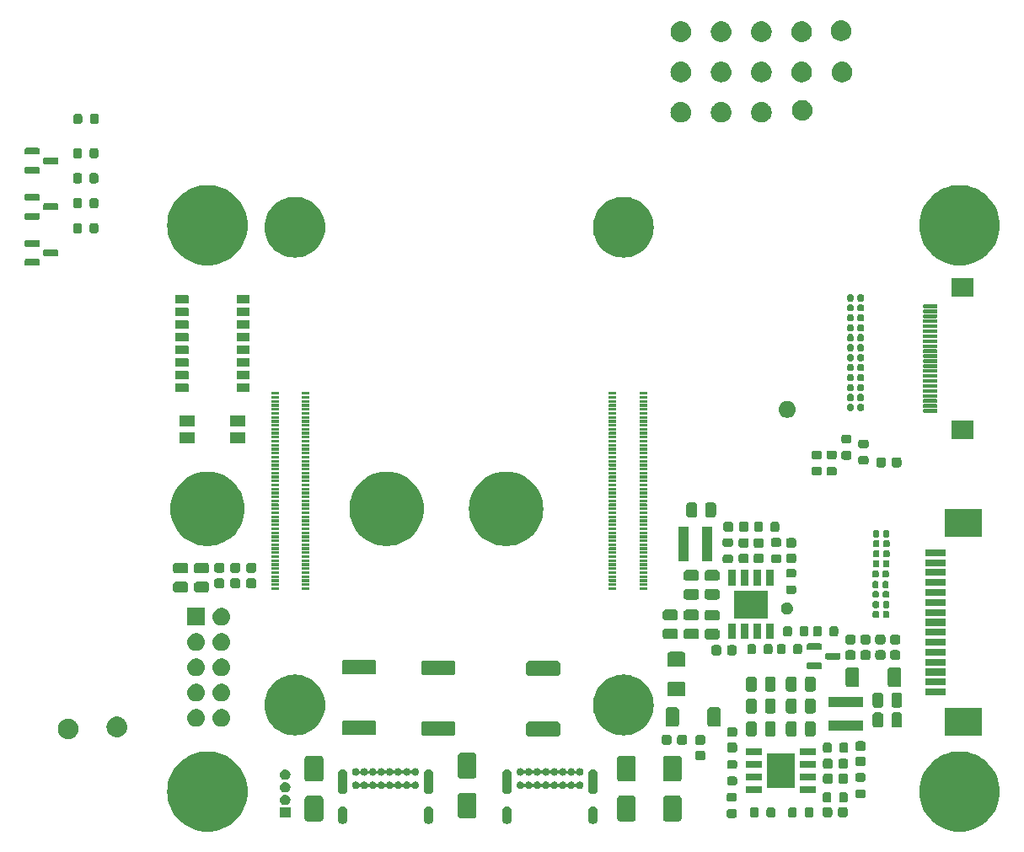
<source format=gbr>
%TF.GenerationSoftware,KiCad,Pcbnew,8.0.3*%
%TF.CreationDate,2024-11-01T12:04:32+00:00*%
%TF.ProjectId,CM4RadarBoard,434d3452-6164-4617-9242-6f6172642e6b,rev?*%
%TF.SameCoordinates,Original*%
%TF.FileFunction,Soldermask,Top*%
%TF.FilePolarity,Negative*%
%FSLAX46Y46*%
G04 Gerber Fmt 4.6, Leading zero omitted, Abs format (unit mm)*
G04 Created by KiCad (PCBNEW 8.0.3) date 2024-11-01 12:04:32*
%MOMM*%
%LPD*%
G01*
G04 APERTURE LIST*
G04 APERTURE END LIST*
G36*
X40395793Y-92877444D02*
G01*
X40787775Y-92935589D01*
X41172170Y-93031875D01*
X41545276Y-93165374D01*
X41903500Y-93334802D01*
X42243393Y-93538526D01*
X42561680Y-93774584D01*
X42855297Y-94040703D01*
X43121416Y-94334320D01*
X43357474Y-94652607D01*
X43561198Y-94992500D01*
X43730626Y-95350724D01*
X43864125Y-95723830D01*
X43960411Y-96108225D01*
X44018556Y-96500207D01*
X44038000Y-96896000D01*
X44018556Y-97291793D01*
X43960411Y-97683775D01*
X43864125Y-98068170D01*
X43730626Y-98441276D01*
X43561198Y-98799500D01*
X43357474Y-99139393D01*
X43121416Y-99457680D01*
X42855297Y-99751297D01*
X42561680Y-100017416D01*
X42243393Y-100253474D01*
X41903500Y-100457198D01*
X41545276Y-100626626D01*
X41172170Y-100760125D01*
X40787775Y-100856411D01*
X40395793Y-100914556D01*
X40000000Y-100934000D01*
X39604207Y-100914556D01*
X39212225Y-100856411D01*
X38827830Y-100760125D01*
X38454724Y-100626626D01*
X38096500Y-100457198D01*
X37756607Y-100253474D01*
X37438320Y-100017416D01*
X37144703Y-99751297D01*
X36878584Y-99457680D01*
X36642526Y-99139393D01*
X36438802Y-98799500D01*
X36269374Y-98441276D01*
X36135875Y-98068170D01*
X36039589Y-97683775D01*
X35981444Y-97291793D01*
X35962000Y-96896000D01*
X35981444Y-96500207D01*
X36039589Y-96108225D01*
X36135875Y-95723830D01*
X36269374Y-95350724D01*
X36438802Y-94992500D01*
X36642526Y-94652607D01*
X36878584Y-94334320D01*
X37144703Y-94040703D01*
X37438320Y-93774584D01*
X37756607Y-93538526D01*
X38096500Y-93334802D01*
X38454724Y-93165374D01*
X38827830Y-93031875D01*
X39212225Y-92935589D01*
X39604207Y-92877444D01*
X40000000Y-92858000D01*
X40395793Y-92877444D01*
G37*
G36*
X115948093Y-92877444D02*
G01*
X116340075Y-92935589D01*
X116724470Y-93031875D01*
X117097576Y-93165374D01*
X117455800Y-93334802D01*
X117795693Y-93538526D01*
X118113980Y-93774584D01*
X118407597Y-94040703D01*
X118673716Y-94334320D01*
X118909774Y-94652607D01*
X119113498Y-94992500D01*
X119282926Y-95350724D01*
X119416425Y-95723830D01*
X119512711Y-96108225D01*
X119570856Y-96500207D01*
X119590300Y-96896000D01*
X119570856Y-97291793D01*
X119512711Y-97683775D01*
X119416425Y-98068170D01*
X119282926Y-98441276D01*
X119113498Y-98799500D01*
X118909774Y-99139393D01*
X118673716Y-99457680D01*
X118407597Y-99751297D01*
X118113980Y-100017416D01*
X117795693Y-100253474D01*
X117455800Y-100457198D01*
X117097576Y-100626626D01*
X116724470Y-100760125D01*
X116340075Y-100856411D01*
X115948093Y-100914556D01*
X115552300Y-100934000D01*
X115156507Y-100914556D01*
X114764525Y-100856411D01*
X114380130Y-100760125D01*
X114007024Y-100626626D01*
X113648800Y-100457198D01*
X113308907Y-100253474D01*
X112990620Y-100017416D01*
X112697003Y-99751297D01*
X112430884Y-99457680D01*
X112194826Y-99139393D01*
X111991102Y-98799500D01*
X111821674Y-98441276D01*
X111688175Y-98068170D01*
X111591889Y-97683775D01*
X111533744Y-97291793D01*
X111514300Y-96896000D01*
X111533744Y-96500207D01*
X111591889Y-96108225D01*
X111688175Y-95723830D01*
X111821674Y-95350724D01*
X111991102Y-94992500D01*
X112194826Y-94652607D01*
X112430884Y-94334320D01*
X112697003Y-94040703D01*
X112990620Y-93774584D01*
X113308907Y-93538526D01*
X113648800Y-93334802D01*
X114007024Y-93165374D01*
X114380130Y-93031875D01*
X114764525Y-92935589D01*
X115156507Y-92877444D01*
X115552300Y-92858000D01*
X115948093Y-92877444D01*
G37*
G36*
X53751750Y-98434147D02*
G01*
X53862076Y-98497844D01*
X53952156Y-98587924D01*
X54015853Y-98698250D01*
X54048825Y-98821303D01*
X54053000Y-99685000D01*
X54048825Y-99748697D01*
X54015853Y-99871750D01*
X53952156Y-99982076D01*
X53862076Y-100072156D01*
X53751750Y-100135853D01*
X53628697Y-100168825D01*
X53501303Y-100168825D01*
X53378250Y-100135853D01*
X53267924Y-100072156D01*
X53177844Y-99982076D01*
X53114147Y-99871750D01*
X53081175Y-99748697D01*
X53077000Y-98885000D01*
X53081175Y-98821303D01*
X53114147Y-98698250D01*
X53177844Y-98587924D01*
X53267924Y-98497844D01*
X53378250Y-98434147D01*
X53501303Y-98401175D01*
X53628697Y-98401175D01*
X53751750Y-98434147D01*
G37*
G36*
X62401750Y-98434147D02*
G01*
X62512076Y-98497844D01*
X62602156Y-98587924D01*
X62665853Y-98698250D01*
X62698825Y-98821303D01*
X62703000Y-99685000D01*
X62698825Y-99748697D01*
X62665853Y-99871750D01*
X62602156Y-99982076D01*
X62512076Y-100072156D01*
X62401750Y-100135853D01*
X62278697Y-100168825D01*
X62151303Y-100168825D01*
X62028250Y-100135853D01*
X61917924Y-100072156D01*
X61827844Y-99982076D01*
X61764147Y-99871750D01*
X61731175Y-99748697D01*
X61727000Y-98885000D01*
X61731175Y-98821303D01*
X61764147Y-98698250D01*
X61827844Y-98587924D01*
X61917924Y-98497844D01*
X62028250Y-98434147D01*
X62151303Y-98401175D01*
X62278697Y-98401175D01*
X62401750Y-98434147D01*
G37*
G36*
X70271750Y-98434147D02*
G01*
X70382076Y-98497844D01*
X70472156Y-98587924D01*
X70535853Y-98698250D01*
X70568825Y-98821303D01*
X70573000Y-99685000D01*
X70568825Y-99748697D01*
X70535853Y-99871750D01*
X70472156Y-99982076D01*
X70382076Y-100072156D01*
X70271750Y-100135853D01*
X70148697Y-100168825D01*
X70021303Y-100168825D01*
X69898250Y-100135853D01*
X69787924Y-100072156D01*
X69697844Y-99982076D01*
X69634147Y-99871750D01*
X69601175Y-99748697D01*
X69597000Y-98885000D01*
X69601175Y-98821303D01*
X69634147Y-98698250D01*
X69697844Y-98587924D01*
X69787924Y-98497844D01*
X69898250Y-98434147D01*
X70021303Y-98401175D01*
X70148697Y-98401175D01*
X70271750Y-98434147D01*
G37*
G36*
X78921750Y-98434147D02*
G01*
X79032076Y-98497844D01*
X79122156Y-98587924D01*
X79185853Y-98698250D01*
X79218825Y-98821303D01*
X79223000Y-99685000D01*
X79218825Y-99748697D01*
X79185853Y-99871750D01*
X79122156Y-99982076D01*
X79032076Y-100072156D01*
X78921750Y-100135853D01*
X78798697Y-100168825D01*
X78671303Y-100168825D01*
X78548250Y-100135853D01*
X78437924Y-100072156D01*
X78347844Y-99982076D01*
X78284147Y-99871750D01*
X78251175Y-99748697D01*
X78247000Y-98885000D01*
X78251175Y-98821303D01*
X78284147Y-98698250D01*
X78347844Y-98587924D01*
X78437924Y-98497844D01*
X78548250Y-98434147D01*
X78671303Y-98401175D01*
X78798697Y-98401175D01*
X78921750Y-98434147D01*
G37*
G36*
X51415938Y-97319650D02*
G01*
X51420653Y-97321732D01*
X51423326Y-97322084D01*
X51456770Y-97337679D01*
X51512759Y-97362401D01*
X51587599Y-97437241D01*
X51612330Y-97493251D01*
X51627915Y-97526673D01*
X51628266Y-97529343D01*
X51630350Y-97534062D01*
X51638000Y-97600000D01*
X51638000Y-99600000D01*
X51630350Y-99665938D01*
X51628266Y-99670656D01*
X51627915Y-99673326D01*
X51612338Y-99706730D01*
X51587599Y-99762759D01*
X51512759Y-99837599D01*
X51456730Y-99862338D01*
X51423326Y-99877915D01*
X51420656Y-99878266D01*
X51415938Y-99880350D01*
X51350000Y-99888000D01*
X50050000Y-99888000D01*
X49984062Y-99880350D01*
X49979343Y-99878266D01*
X49976673Y-99877915D01*
X49943251Y-99862330D01*
X49887241Y-99837599D01*
X49812401Y-99762759D01*
X49787679Y-99706770D01*
X49772084Y-99673326D01*
X49771732Y-99670653D01*
X49769650Y-99665938D01*
X49762000Y-99600000D01*
X49762000Y-97600000D01*
X49769650Y-97534062D01*
X49771732Y-97529346D01*
X49772084Y-97526673D01*
X49787687Y-97493210D01*
X49812401Y-97437241D01*
X49887241Y-97362401D01*
X49943210Y-97337687D01*
X49976673Y-97322084D01*
X49979346Y-97321732D01*
X49984062Y-97319650D01*
X50050000Y-97312000D01*
X51350000Y-97312000D01*
X51415938Y-97319650D01*
G37*
G36*
X82815938Y-97319650D02*
G01*
X82820653Y-97321732D01*
X82823326Y-97322084D01*
X82856770Y-97337679D01*
X82912759Y-97362401D01*
X82987599Y-97437241D01*
X83012330Y-97493251D01*
X83027915Y-97526673D01*
X83028266Y-97529343D01*
X83030350Y-97534062D01*
X83038000Y-97600000D01*
X83038000Y-99600000D01*
X83030350Y-99665938D01*
X83028266Y-99670656D01*
X83027915Y-99673326D01*
X83012338Y-99706730D01*
X82987599Y-99762759D01*
X82912759Y-99837599D01*
X82856730Y-99862338D01*
X82823326Y-99877915D01*
X82820656Y-99878266D01*
X82815938Y-99880350D01*
X82750000Y-99888000D01*
X81450000Y-99888000D01*
X81384062Y-99880350D01*
X81379343Y-99878266D01*
X81376673Y-99877915D01*
X81343251Y-99862330D01*
X81287241Y-99837599D01*
X81212401Y-99762759D01*
X81187679Y-99706770D01*
X81172084Y-99673326D01*
X81171732Y-99670653D01*
X81169650Y-99665938D01*
X81162000Y-99600000D01*
X81162000Y-97600000D01*
X81169650Y-97534062D01*
X81171732Y-97529346D01*
X81172084Y-97526673D01*
X81187687Y-97493210D01*
X81212401Y-97437241D01*
X81287241Y-97362401D01*
X81343210Y-97337687D01*
X81376673Y-97322084D01*
X81379346Y-97321732D01*
X81384062Y-97319650D01*
X81450000Y-97312000D01*
X82750000Y-97312000D01*
X82815938Y-97319650D01*
G37*
G36*
X87415938Y-97319650D02*
G01*
X87420653Y-97321732D01*
X87423326Y-97322084D01*
X87456770Y-97337679D01*
X87512759Y-97362401D01*
X87587599Y-97437241D01*
X87612330Y-97493251D01*
X87627915Y-97526673D01*
X87628266Y-97529343D01*
X87630350Y-97534062D01*
X87638000Y-97600000D01*
X87638000Y-99600000D01*
X87630350Y-99665938D01*
X87628266Y-99670656D01*
X87627915Y-99673326D01*
X87612338Y-99706730D01*
X87587599Y-99762759D01*
X87512759Y-99837599D01*
X87456730Y-99862338D01*
X87423326Y-99877915D01*
X87420656Y-99878266D01*
X87415938Y-99880350D01*
X87350000Y-99888000D01*
X86050000Y-99888000D01*
X85984062Y-99880350D01*
X85979343Y-99878266D01*
X85976673Y-99877915D01*
X85943251Y-99862330D01*
X85887241Y-99837599D01*
X85812401Y-99762759D01*
X85787679Y-99706770D01*
X85772084Y-99673326D01*
X85771732Y-99670653D01*
X85769650Y-99665938D01*
X85762000Y-99600000D01*
X85762000Y-97600000D01*
X85769650Y-97534062D01*
X85771732Y-97529346D01*
X85772084Y-97526673D01*
X85787687Y-97493210D01*
X85812401Y-97437241D01*
X85887241Y-97362401D01*
X85943210Y-97337687D01*
X85976673Y-97322084D01*
X85979346Y-97321732D01*
X85984062Y-97319650D01*
X86050000Y-97312000D01*
X87350000Y-97312000D01*
X87415938Y-97319650D01*
G37*
G36*
X66815938Y-97019650D02*
G01*
X66820653Y-97021732D01*
X66823326Y-97022084D01*
X66856770Y-97037679D01*
X66912759Y-97062401D01*
X66987599Y-97137241D01*
X67012330Y-97193251D01*
X67027915Y-97226673D01*
X67028266Y-97229343D01*
X67030350Y-97234062D01*
X67038000Y-97300000D01*
X67038000Y-99300000D01*
X67030350Y-99365938D01*
X67028266Y-99370656D01*
X67027915Y-99373326D01*
X67012338Y-99406730D01*
X66987599Y-99462759D01*
X66912759Y-99537599D01*
X66856730Y-99562338D01*
X66823326Y-99577915D01*
X66820656Y-99578266D01*
X66815938Y-99580350D01*
X66750000Y-99588000D01*
X65450000Y-99588000D01*
X65384062Y-99580350D01*
X65379343Y-99578266D01*
X65376673Y-99577915D01*
X65343251Y-99562330D01*
X65287241Y-99537599D01*
X65212401Y-99462759D01*
X65187679Y-99406770D01*
X65172084Y-99373326D01*
X65171732Y-99370653D01*
X65169650Y-99365938D01*
X65162000Y-99300000D01*
X65162000Y-97300000D01*
X65169650Y-97234062D01*
X65171732Y-97229346D01*
X65172084Y-97226673D01*
X65187687Y-97193210D01*
X65212401Y-97137241D01*
X65287241Y-97062401D01*
X65343210Y-97037687D01*
X65376673Y-97022084D01*
X65379346Y-97021732D01*
X65384062Y-97019650D01*
X65450000Y-97012000D01*
X66750000Y-97012000D01*
X66815938Y-97019650D01*
G37*
G36*
X92959047Y-98677805D02*
G01*
X93007661Y-98683445D01*
X93024271Y-98690779D01*
X93046079Y-98695117D01*
X93069425Y-98710716D01*
X93089012Y-98719365D01*
X93102390Y-98732743D01*
X93123291Y-98746709D01*
X93137256Y-98767609D01*
X93150634Y-98780987D01*
X93159281Y-98800572D01*
X93174883Y-98823921D01*
X93179221Y-98845731D01*
X93186554Y-98862338D01*
X93192192Y-98910942D01*
X93193000Y-98915000D01*
X93193000Y-99315000D01*
X93192192Y-99319059D01*
X93186554Y-99367661D01*
X93179221Y-99384266D01*
X93174883Y-99406079D01*
X93159280Y-99429429D01*
X93150634Y-99449012D01*
X93137258Y-99462387D01*
X93123291Y-99483291D01*
X93102387Y-99497258D01*
X93089012Y-99510634D01*
X93069429Y-99519280D01*
X93046079Y-99534883D01*
X93024266Y-99539221D01*
X93007661Y-99546554D01*
X92959059Y-99552192D01*
X92955000Y-99553000D01*
X92405000Y-99553000D01*
X92400942Y-99552192D01*
X92352338Y-99546554D01*
X92335731Y-99539221D01*
X92313921Y-99534883D01*
X92290572Y-99519281D01*
X92270987Y-99510634D01*
X92257609Y-99497256D01*
X92236709Y-99483291D01*
X92222743Y-99462390D01*
X92209365Y-99449012D01*
X92200716Y-99429425D01*
X92185117Y-99406079D01*
X92180779Y-99384271D01*
X92173445Y-99367661D01*
X92167805Y-99319047D01*
X92167000Y-99315000D01*
X92167000Y-98915000D01*
X92167804Y-98910954D01*
X92173445Y-98862338D01*
X92180779Y-98845727D01*
X92185117Y-98823921D01*
X92200715Y-98800576D01*
X92209365Y-98780987D01*
X92222745Y-98767606D01*
X92236709Y-98746709D01*
X92257606Y-98732745D01*
X92270987Y-98719365D01*
X92290576Y-98710715D01*
X92313921Y-98695117D01*
X92335727Y-98690779D01*
X92352338Y-98683445D01*
X92400954Y-98677804D01*
X92405000Y-98677000D01*
X92955000Y-98677000D01*
X92959047Y-98677805D01*
G37*
G36*
X48314542Y-98464893D02*
G01*
X48326870Y-98473130D01*
X48335107Y-98485458D01*
X48338000Y-98500000D01*
X48338000Y-99500000D01*
X48335107Y-99514542D01*
X48326870Y-99526870D01*
X48314542Y-99535107D01*
X48300000Y-99538000D01*
X47300000Y-99538000D01*
X47285458Y-99535107D01*
X47273130Y-99526870D01*
X47264893Y-99514542D01*
X47262000Y-99500000D01*
X47262000Y-98500000D01*
X47264893Y-98485458D01*
X47273130Y-98473130D01*
X47285458Y-98464893D01*
X47300000Y-98462000D01*
X48300000Y-98462000D01*
X48314542Y-98464893D01*
G37*
G36*
X95154047Y-98487805D02*
G01*
X95202661Y-98493445D01*
X95219271Y-98500779D01*
X95241079Y-98505117D01*
X95264425Y-98520716D01*
X95284012Y-98529365D01*
X95297390Y-98542743D01*
X95318291Y-98556709D01*
X95332256Y-98577609D01*
X95345634Y-98590987D01*
X95354281Y-98610572D01*
X95369883Y-98633921D01*
X95374221Y-98655731D01*
X95381554Y-98672338D01*
X95387192Y-98720942D01*
X95388000Y-98725000D01*
X95388000Y-99275000D01*
X95387192Y-99279059D01*
X95381554Y-99327661D01*
X95374221Y-99344266D01*
X95369883Y-99366079D01*
X95354280Y-99389429D01*
X95345634Y-99409012D01*
X95332258Y-99422387D01*
X95318291Y-99443291D01*
X95297387Y-99457258D01*
X95284012Y-99470634D01*
X95264429Y-99479280D01*
X95241079Y-99494883D01*
X95219266Y-99499221D01*
X95202661Y-99506554D01*
X95154059Y-99512192D01*
X95150000Y-99513000D01*
X94750000Y-99513000D01*
X94745942Y-99512192D01*
X94697338Y-99506554D01*
X94680731Y-99499221D01*
X94658921Y-99494883D01*
X94635572Y-99479281D01*
X94615987Y-99470634D01*
X94602609Y-99457256D01*
X94581709Y-99443291D01*
X94567743Y-99422390D01*
X94554365Y-99409012D01*
X94545716Y-99389425D01*
X94530117Y-99366079D01*
X94525779Y-99344271D01*
X94518445Y-99327661D01*
X94512805Y-99279047D01*
X94512000Y-99275000D01*
X94512000Y-98725000D01*
X94512804Y-98720954D01*
X94518445Y-98672338D01*
X94525779Y-98655727D01*
X94530117Y-98633921D01*
X94545715Y-98610576D01*
X94554365Y-98590987D01*
X94567745Y-98577606D01*
X94581709Y-98556709D01*
X94602606Y-98542745D01*
X94615987Y-98529365D01*
X94635576Y-98520715D01*
X94658921Y-98505117D01*
X94680727Y-98500779D01*
X94697338Y-98493445D01*
X94745954Y-98487804D01*
X94750000Y-98487000D01*
X95150000Y-98487000D01*
X95154047Y-98487805D01*
G37*
G36*
X96804047Y-98487805D02*
G01*
X96852661Y-98493445D01*
X96869271Y-98500779D01*
X96891079Y-98505117D01*
X96914425Y-98520716D01*
X96934012Y-98529365D01*
X96947390Y-98542743D01*
X96968291Y-98556709D01*
X96982256Y-98577609D01*
X96995634Y-98590987D01*
X97004281Y-98610572D01*
X97019883Y-98633921D01*
X97024221Y-98655731D01*
X97031554Y-98672338D01*
X97037192Y-98720942D01*
X97038000Y-98725000D01*
X97038000Y-99275000D01*
X97037192Y-99279059D01*
X97031554Y-99327661D01*
X97024221Y-99344266D01*
X97019883Y-99366079D01*
X97004280Y-99389429D01*
X96995634Y-99409012D01*
X96982258Y-99422387D01*
X96968291Y-99443291D01*
X96947387Y-99457258D01*
X96934012Y-99470634D01*
X96914429Y-99479280D01*
X96891079Y-99494883D01*
X96869266Y-99499221D01*
X96852661Y-99506554D01*
X96804059Y-99512192D01*
X96800000Y-99513000D01*
X96400000Y-99513000D01*
X96395942Y-99512192D01*
X96347338Y-99506554D01*
X96330731Y-99499221D01*
X96308921Y-99494883D01*
X96285572Y-99479281D01*
X96265987Y-99470634D01*
X96252609Y-99457256D01*
X96231709Y-99443291D01*
X96217743Y-99422390D01*
X96204365Y-99409012D01*
X96195716Y-99389425D01*
X96180117Y-99366079D01*
X96175779Y-99344271D01*
X96168445Y-99327661D01*
X96162805Y-99279047D01*
X96162000Y-99275000D01*
X96162000Y-98725000D01*
X96162804Y-98720954D01*
X96168445Y-98672338D01*
X96175779Y-98655727D01*
X96180117Y-98633921D01*
X96195715Y-98610576D01*
X96204365Y-98590987D01*
X96217745Y-98577606D01*
X96231709Y-98556709D01*
X96252606Y-98542745D01*
X96265987Y-98529365D01*
X96285576Y-98520715D01*
X96308921Y-98505117D01*
X96330727Y-98500779D01*
X96347338Y-98493445D01*
X96395954Y-98487804D01*
X96400000Y-98487000D01*
X96800000Y-98487000D01*
X96804047Y-98487805D01*
G37*
G36*
X98979047Y-98487805D02*
G01*
X99027661Y-98493445D01*
X99044271Y-98500779D01*
X99066079Y-98505117D01*
X99089425Y-98520716D01*
X99109012Y-98529365D01*
X99122390Y-98542743D01*
X99143291Y-98556709D01*
X99157256Y-98577609D01*
X99170634Y-98590987D01*
X99179281Y-98610572D01*
X99194883Y-98633921D01*
X99199221Y-98655731D01*
X99206554Y-98672338D01*
X99212192Y-98720942D01*
X99213000Y-98725000D01*
X99213000Y-99275000D01*
X99212192Y-99279059D01*
X99206554Y-99327661D01*
X99199221Y-99344266D01*
X99194883Y-99366079D01*
X99179280Y-99389429D01*
X99170634Y-99409012D01*
X99157258Y-99422387D01*
X99143291Y-99443291D01*
X99122387Y-99457258D01*
X99109012Y-99470634D01*
X99089429Y-99479280D01*
X99066079Y-99494883D01*
X99044266Y-99499221D01*
X99027661Y-99506554D01*
X98979059Y-99512192D01*
X98975000Y-99513000D01*
X98575000Y-99513000D01*
X98570942Y-99512192D01*
X98522338Y-99506554D01*
X98505731Y-99499221D01*
X98483921Y-99494883D01*
X98460572Y-99479281D01*
X98440987Y-99470634D01*
X98427609Y-99457256D01*
X98406709Y-99443291D01*
X98392743Y-99422390D01*
X98379365Y-99409012D01*
X98370716Y-99389425D01*
X98355117Y-99366079D01*
X98350779Y-99344271D01*
X98343445Y-99327661D01*
X98337805Y-99279047D01*
X98337000Y-99275000D01*
X98337000Y-98725000D01*
X98337804Y-98720954D01*
X98343445Y-98672338D01*
X98350779Y-98655727D01*
X98355117Y-98633921D01*
X98370715Y-98610576D01*
X98379365Y-98590987D01*
X98392745Y-98577606D01*
X98406709Y-98556709D01*
X98427606Y-98542745D01*
X98440987Y-98529365D01*
X98460576Y-98520715D01*
X98483921Y-98505117D01*
X98505727Y-98500779D01*
X98522338Y-98493445D01*
X98570954Y-98487804D01*
X98575000Y-98487000D01*
X98975000Y-98487000D01*
X98979047Y-98487805D01*
G37*
G36*
X100629047Y-98487805D02*
G01*
X100677661Y-98493445D01*
X100694271Y-98500779D01*
X100716079Y-98505117D01*
X100739425Y-98520716D01*
X100759012Y-98529365D01*
X100772390Y-98542743D01*
X100793291Y-98556709D01*
X100807256Y-98577609D01*
X100820634Y-98590987D01*
X100829281Y-98610572D01*
X100844883Y-98633921D01*
X100849221Y-98655731D01*
X100856554Y-98672338D01*
X100862192Y-98720942D01*
X100863000Y-98725000D01*
X100863000Y-99275000D01*
X100862192Y-99279059D01*
X100856554Y-99327661D01*
X100849221Y-99344266D01*
X100844883Y-99366079D01*
X100829280Y-99389429D01*
X100820634Y-99409012D01*
X100807258Y-99422387D01*
X100793291Y-99443291D01*
X100772387Y-99457258D01*
X100759012Y-99470634D01*
X100739429Y-99479280D01*
X100716079Y-99494883D01*
X100694266Y-99499221D01*
X100677661Y-99506554D01*
X100629059Y-99512192D01*
X100625000Y-99513000D01*
X100225000Y-99513000D01*
X100220942Y-99512192D01*
X100172338Y-99506554D01*
X100155731Y-99499221D01*
X100133921Y-99494883D01*
X100110572Y-99479281D01*
X100090987Y-99470634D01*
X100077609Y-99457256D01*
X100056709Y-99443291D01*
X100042743Y-99422390D01*
X100029365Y-99409012D01*
X100020716Y-99389425D01*
X100005117Y-99366079D01*
X100000779Y-99344271D01*
X99993445Y-99327661D01*
X99987805Y-99279047D01*
X99987000Y-99275000D01*
X99987000Y-98725000D01*
X99987804Y-98720954D01*
X99993445Y-98672338D01*
X100000779Y-98655727D01*
X100005117Y-98633921D01*
X100020715Y-98610576D01*
X100029365Y-98590987D01*
X100042745Y-98577606D01*
X100056709Y-98556709D01*
X100077606Y-98542745D01*
X100090987Y-98529365D01*
X100110576Y-98520715D01*
X100133921Y-98505117D01*
X100155727Y-98500779D01*
X100172338Y-98493445D01*
X100220954Y-98487804D01*
X100225000Y-98487000D01*
X100625000Y-98487000D01*
X100629047Y-98487805D01*
G37*
G36*
X102516409Y-98458274D02*
G01*
X102576852Y-98466232D01*
X102592057Y-98473322D01*
X102610646Y-98477020D01*
X102635266Y-98493470D01*
X102660407Y-98505194D01*
X102675702Y-98520489D01*
X102695969Y-98534031D01*
X102709510Y-98554297D01*
X102724805Y-98569592D01*
X102736527Y-98594730D01*
X102752980Y-98619354D01*
X102756677Y-98637944D01*
X102763767Y-98653147D01*
X102771722Y-98713577D01*
X102773000Y-98720000D01*
X102773000Y-99220000D01*
X102771722Y-99226424D01*
X102763767Y-99286852D01*
X102756678Y-99302054D01*
X102752980Y-99320646D01*
X102736525Y-99345271D01*
X102724805Y-99370407D01*
X102709512Y-99385699D01*
X102695969Y-99405969D01*
X102675699Y-99419512D01*
X102660407Y-99434805D01*
X102635271Y-99446525D01*
X102610646Y-99462980D01*
X102592054Y-99466678D01*
X102576852Y-99473767D01*
X102516424Y-99481722D01*
X102510000Y-99483000D01*
X102060000Y-99483000D01*
X102053577Y-99481722D01*
X101993147Y-99473767D01*
X101977944Y-99466677D01*
X101959354Y-99462980D01*
X101934730Y-99446527D01*
X101909592Y-99434805D01*
X101894297Y-99419510D01*
X101874031Y-99405969D01*
X101860489Y-99385702D01*
X101845194Y-99370407D01*
X101833470Y-99345266D01*
X101817020Y-99320646D01*
X101813322Y-99302057D01*
X101806232Y-99286852D01*
X101798274Y-99226409D01*
X101797000Y-99220000D01*
X101797000Y-98720000D01*
X101798274Y-98713592D01*
X101806232Y-98653147D01*
X101813322Y-98637940D01*
X101817020Y-98619354D01*
X101833469Y-98594735D01*
X101845194Y-98569592D01*
X101860491Y-98554294D01*
X101874031Y-98534031D01*
X101894294Y-98520491D01*
X101909592Y-98505194D01*
X101934735Y-98493469D01*
X101959354Y-98477020D01*
X101977940Y-98473322D01*
X101993147Y-98466232D01*
X102053592Y-98458274D01*
X102060000Y-98457000D01*
X102510000Y-98457000D01*
X102516409Y-98458274D01*
G37*
G36*
X104066409Y-98458274D02*
G01*
X104126852Y-98466232D01*
X104142057Y-98473322D01*
X104160646Y-98477020D01*
X104185266Y-98493470D01*
X104210407Y-98505194D01*
X104225702Y-98520489D01*
X104245969Y-98534031D01*
X104259510Y-98554297D01*
X104274805Y-98569592D01*
X104286527Y-98594730D01*
X104302980Y-98619354D01*
X104306677Y-98637944D01*
X104313767Y-98653147D01*
X104321722Y-98713577D01*
X104323000Y-98720000D01*
X104323000Y-99220000D01*
X104321722Y-99226424D01*
X104313767Y-99286852D01*
X104306678Y-99302054D01*
X104302980Y-99320646D01*
X104286525Y-99345271D01*
X104274805Y-99370407D01*
X104259512Y-99385699D01*
X104245969Y-99405969D01*
X104225699Y-99419512D01*
X104210407Y-99434805D01*
X104185271Y-99446525D01*
X104160646Y-99462980D01*
X104142054Y-99466678D01*
X104126852Y-99473767D01*
X104066424Y-99481722D01*
X104060000Y-99483000D01*
X103610000Y-99483000D01*
X103603577Y-99481722D01*
X103543147Y-99473767D01*
X103527944Y-99466677D01*
X103509354Y-99462980D01*
X103484730Y-99446527D01*
X103459592Y-99434805D01*
X103444297Y-99419510D01*
X103424031Y-99405969D01*
X103410489Y-99385702D01*
X103395194Y-99370407D01*
X103383470Y-99345266D01*
X103367020Y-99320646D01*
X103363322Y-99302057D01*
X103356232Y-99286852D01*
X103348274Y-99226409D01*
X103347000Y-99220000D01*
X103347000Y-98720000D01*
X103348274Y-98713592D01*
X103356232Y-98653147D01*
X103363322Y-98637940D01*
X103367020Y-98619354D01*
X103383469Y-98594735D01*
X103395194Y-98569592D01*
X103410491Y-98554294D01*
X103424031Y-98534031D01*
X103444294Y-98520491D01*
X103459592Y-98505194D01*
X103484735Y-98493469D01*
X103509354Y-98477020D01*
X103527940Y-98473322D01*
X103543147Y-98466232D01*
X103603592Y-98458274D01*
X103610000Y-98457000D01*
X104060000Y-98457000D01*
X104066409Y-98458274D01*
G37*
G36*
X47939245Y-97210332D02*
G01*
X48069000Y-97264078D01*
X48180423Y-97349577D01*
X48265922Y-97461000D01*
X48319668Y-97590755D01*
X48338000Y-97730000D01*
X48319668Y-97869245D01*
X48265922Y-97999000D01*
X48180423Y-98110423D01*
X48069000Y-98195922D01*
X47939245Y-98249668D01*
X47800000Y-98268000D01*
X47660755Y-98249668D01*
X47531000Y-98195922D01*
X47419577Y-98110423D01*
X47334078Y-97999000D01*
X47280332Y-97869245D01*
X47262000Y-97730000D01*
X47280332Y-97590755D01*
X47334078Y-97461000D01*
X47419577Y-97349577D01*
X47531000Y-97264078D01*
X47660755Y-97210332D01*
X47800000Y-97192000D01*
X47939245Y-97210332D01*
G37*
G36*
X102449047Y-96967805D02*
G01*
X102497661Y-96973445D01*
X102514271Y-96980779D01*
X102536079Y-96985117D01*
X102559425Y-97000716D01*
X102579012Y-97009365D01*
X102592390Y-97022743D01*
X102613291Y-97036709D01*
X102627256Y-97057609D01*
X102640634Y-97070987D01*
X102649281Y-97090572D01*
X102664883Y-97113921D01*
X102669221Y-97135731D01*
X102676554Y-97152338D01*
X102682192Y-97200942D01*
X102683000Y-97205000D01*
X102683000Y-97755000D01*
X102682192Y-97759059D01*
X102676554Y-97807661D01*
X102669221Y-97824266D01*
X102664883Y-97846079D01*
X102649280Y-97869429D01*
X102640634Y-97889012D01*
X102627258Y-97902387D01*
X102613291Y-97923291D01*
X102592387Y-97937258D01*
X102579012Y-97950634D01*
X102559429Y-97959280D01*
X102536079Y-97974883D01*
X102514266Y-97979221D01*
X102497661Y-97986554D01*
X102449059Y-97992192D01*
X102445000Y-97993000D01*
X102045000Y-97993000D01*
X102040942Y-97992192D01*
X101992338Y-97986554D01*
X101975731Y-97979221D01*
X101953921Y-97974883D01*
X101930572Y-97959281D01*
X101910987Y-97950634D01*
X101897609Y-97937256D01*
X101876709Y-97923291D01*
X101862743Y-97902390D01*
X101849365Y-97889012D01*
X101840716Y-97869425D01*
X101825117Y-97846079D01*
X101820779Y-97824271D01*
X101813445Y-97807661D01*
X101807805Y-97759047D01*
X101807000Y-97755000D01*
X101807000Y-97205000D01*
X101807804Y-97200954D01*
X101813445Y-97152338D01*
X101820779Y-97135727D01*
X101825117Y-97113921D01*
X101840715Y-97090576D01*
X101849365Y-97070987D01*
X101862745Y-97057606D01*
X101876709Y-97036709D01*
X101897606Y-97022745D01*
X101910987Y-97009365D01*
X101930576Y-97000715D01*
X101953921Y-96985117D01*
X101975727Y-96980779D01*
X101992338Y-96973445D01*
X102040954Y-96967804D01*
X102045000Y-96967000D01*
X102445000Y-96967000D01*
X102449047Y-96967805D01*
G37*
G36*
X104099047Y-96967805D02*
G01*
X104147661Y-96973445D01*
X104164271Y-96980779D01*
X104186079Y-96985117D01*
X104209425Y-97000716D01*
X104229012Y-97009365D01*
X104242390Y-97022743D01*
X104263291Y-97036709D01*
X104277256Y-97057609D01*
X104290634Y-97070987D01*
X104299281Y-97090572D01*
X104314883Y-97113921D01*
X104319221Y-97135731D01*
X104326554Y-97152338D01*
X104332192Y-97200942D01*
X104333000Y-97205000D01*
X104333000Y-97755000D01*
X104332192Y-97759059D01*
X104326554Y-97807661D01*
X104319221Y-97824266D01*
X104314883Y-97846079D01*
X104299280Y-97869429D01*
X104290634Y-97889012D01*
X104277258Y-97902387D01*
X104263291Y-97923291D01*
X104242387Y-97937258D01*
X104229012Y-97950634D01*
X104209429Y-97959280D01*
X104186079Y-97974883D01*
X104164266Y-97979221D01*
X104147661Y-97986554D01*
X104099059Y-97992192D01*
X104095000Y-97993000D01*
X103695000Y-97993000D01*
X103690942Y-97992192D01*
X103642338Y-97986554D01*
X103625731Y-97979221D01*
X103603921Y-97974883D01*
X103580572Y-97959281D01*
X103560987Y-97950634D01*
X103547609Y-97937256D01*
X103526709Y-97923291D01*
X103512743Y-97902390D01*
X103499365Y-97889012D01*
X103490716Y-97869425D01*
X103475117Y-97846079D01*
X103470779Y-97824271D01*
X103463445Y-97807661D01*
X103457805Y-97759047D01*
X103457000Y-97755000D01*
X103457000Y-97205000D01*
X103457804Y-97200954D01*
X103463445Y-97152338D01*
X103470779Y-97135727D01*
X103475117Y-97113921D01*
X103490715Y-97090576D01*
X103499365Y-97070987D01*
X103512745Y-97057606D01*
X103526709Y-97036709D01*
X103547606Y-97022745D01*
X103560987Y-97009365D01*
X103580576Y-97000715D01*
X103603921Y-96985117D01*
X103625727Y-96980779D01*
X103642338Y-96973445D01*
X103690954Y-96967804D01*
X103695000Y-96967000D01*
X104095000Y-96967000D01*
X104099047Y-96967805D01*
G37*
G36*
X92959047Y-97027805D02*
G01*
X93007661Y-97033445D01*
X93024271Y-97040779D01*
X93046079Y-97045117D01*
X93069425Y-97060716D01*
X93089012Y-97069365D01*
X93102390Y-97082743D01*
X93123291Y-97096709D01*
X93137256Y-97117609D01*
X93150634Y-97130987D01*
X93159281Y-97150572D01*
X93174883Y-97173921D01*
X93179221Y-97195731D01*
X93186554Y-97212338D01*
X93192192Y-97260942D01*
X93193000Y-97265000D01*
X93193000Y-97665000D01*
X93192192Y-97669059D01*
X93186554Y-97717661D01*
X93179221Y-97734266D01*
X93174883Y-97756079D01*
X93159280Y-97779429D01*
X93150634Y-97799012D01*
X93137258Y-97812387D01*
X93123291Y-97833291D01*
X93102387Y-97847258D01*
X93089012Y-97860634D01*
X93069429Y-97869280D01*
X93046079Y-97884883D01*
X93024266Y-97889221D01*
X93007661Y-97896554D01*
X92959059Y-97902192D01*
X92955000Y-97903000D01*
X92405000Y-97903000D01*
X92400942Y-97902192D01*
X92352338Y-97896554D01*
X92335731Y-97889221D01*
X92313921Y-97884883D01*
X92290572Y-97869281D01*
X92270987Y-97860634D01*
X92257609Y-97847256D01*
X92236709Y-97833291D01*
X92222743Y-97812390D01*
X92209365Y-97799012D01*
X92200716Y-97779425D01*
X92185117Y-97756079D01*
X92180779Y-97734271D01*
X92173445Y-97717661D01*
X92167805Y-97669047D01*
X92167000Y-97665000D01*
X92167000Y-97265000D01*
X92167804Y-97260954D01*
X92173445Y-97212338D01*
X92180779Y-97195727D01*
X92185117Y-97173921D01*
X92200715Y-97150576D01*
X92209365Y-97130987D01*
X92222745Y-97117606D01*
X92236709Y-97096709D01*
X92257606Y-97082745D01*
X92270987Y-97069365D01*
X92290576Y-97060715D01*
X92313921Y-97045117D01*
X92335727Y-97040779D01*
X92352338Y-97033445D01*
X92400954Y-97027804D01*
X92405000Y-97027000D01*
X92955000Y-97027000D01*
X92959047Y-97027805D01*
G37*
G36*
X105879047Y-96687805D02*
G01*
X105927661Y-96693445D01*
X105944271Y-96700779D01*
X105966079Y-96705117D01*
X105989425Y-96720716D01*
X106009012Y-96729365D01*
X106022390Y-96742743D01*
X106043291Y-96756709D01*
X106057256Y-96777609D01*
X106070634Y-96790987D01*
X106079281Y-96810572D01*
X106094883Y-96833921D01*
X106099221Y-96855731D01*
X106106554Y-96872338D01*
X106112192Y-96920942D01*
X106113000Y-96925000D01*
X106113000Y-97325000D01*
X106112192Y-97329059D01*
X106106554Y-97377661D01*
X106099221Y-97394266D01*
X106094883Y-97416079D01*
X106079280Y-97439429D01*
X106070634Y-97459012D01*
X106057258Y-97472387D01*
X106043291Y-97493291D01*
X106022387Y-97507258D01*
X106009012Y-97520634D01*
X105989429Y-97529280D01*
X105966079Y-97544883D01*
X105944266Y-97549221D01*
X105927661Y-97556554D01*
X105879059Y-97562192D01*
X105875000Y-97563000D01*
X105325000Y-97563000D01*
X105320942Y-97562192D01*
X105272338Y-97556554D01*
X105255731Y-97549221D01*
X105233921Y-97544883D01*
X105210572Y-97529281D01*
X105190987Y-97520634D01*
X105177609Y-97507256D01*
X105156709Y-97493291D01*
X105142743Y-97472390D01*
X105129365Y-97459012D01*
X105120716Y-97439425D01*
X105105117Y-97416079D01*
X105100779Y-97394271D01*
X105093445Y-97377661D01*
X105087805Y-97329047D01*
X105087000Y-97325000D01*
X105087000Y-96925000D01*
X105087804Y-96920954D01*
X105093445Y-96872338D01*
X105100779Y-96855727D01*
X105105117Y-96833921D01*
X105120715Y-96810576D01*
X105129365Y-96790987D01*
X105142745Y-96777606D01*
X105156709Y-96756709D01*
X105177606Y-96742745D01*
X105190987Y-96729365D01*
X105210576Y-96720715D01*
X105233921Y-96705117D01*
X105255727Y-96700779D01*
X105272338Y-96693445D01*
X105320954Y-96687804D01*
X105325000Y-96687000D01*
X105875000Y-96687000D01*
X105879047Y-96687805D01*
G37*
G36*
X53751750Y-94704147D02*
G01*
X53862076Y-94767844D01*
X53952156Y-94857924D01*
X54015853Y-94968250D01*
X54048825Y-95091303D01*
X54053000Y-96655000D01*
X54048825Y-96718697D01*
X54015853Y-96841750D01*
X53952156Y-96952076D01*
X53862076Y-97042156D01*
X53751750Y-97105853D01*
X53628697Y-97138825D01*
X53501303Y-97138825D01*
X53378250Y-97105853D01*
X53267924Y-97042156D01*
X53177844Y-96952076D01*
X53114147Y-96841750D01*
X53081175Y-96718697D01*
X53077000Y-95155000D01*
X53081175Y-95091303D01*
X53114147Y-94968250D01*
X53177844Y-94857924D01*
X53267924Y-94767844D01*
X53378250Y-94704147D01*
X53501303Y-94671175D01*
X53628697Y-94671175D01*
X53751750Y-94704147D01*
G37*
G36*
X62401750Y-94704147D02*
G01*
X62512076Y-94767844D01*
X62602156Y-94857924D01*
X62665853Y-94968250D01*
X62698825Y-95091303D01*
X62703000Y-96655000D01*
X62698825Y-96718697D01*
X62665853Y-96841750D01*
X62602156Y-96952076D01*
X62512076Y-97042156D01*
X62401750Y-97105853D01*
X62278697Y-97138825D01*
X62151303Y-97138825D01*
X62028250Y-97105853D01*
X61917924Y-97042156D01*
X61827844Y-96952076D01*
X61764147Y-96841750D01*
X61731175Y-96718697D01*
X61727000Y-95155000D01*
X61731175Y-95091303D01*
X61764147Y-94968250D01*
X61827844Y-94857924D01*
X61917924Y-94767844D01*
X62028250Y-94704147D01*
X62151303Y-94671175D01*
X62278697Y-94671175D01*
X62401750Y-94704147D01*
G37*
G36*
X70271750Y-94704147D02*
G01*
X70382076Y-94767844D01*
X70472156Y-94857924D01*
X70535853Y-94968250D01*
X70568825Y-95091303D01*
X70573000Y-96655000D01*
X70568825Y-96718697D01*
X70535853Y-96841750D01*
X70472156Y-96952076D01*
X70382076Y-97042156D01*
X70271750Y-97105853D01*
X70148697Y-97138825D01*
X70021303Y-97138825D01*
X69898250Y-97105853D01*
X69787924Y-97042156D01*
X69697844Y-96952076D01*
X69634147Y-96841750D01*
X69601175Y-96718697D01*
X69597000Y-95155000D01*
X69601175Y-95091303D01*
X69634147Y-94968250D01*
X69697844Y-94857924D01*
X69787924Y-94767844D01*
X69898250Y-94704147D01*
X70021303Y-94671175D01*
X70148697Y-94671175D01*
X70271750Y-94704147D01*
G37*
G36*
X78921750Y-94704147D02*
G01*
X79032076Y-94767844D01*
X79122156Y-94857924D01*
X79185853Y-94968250D01*
X79218825Y-95091303D01*
X79223000Y-96655000D01*
X79218825Y-96718697D01*
X79185853Y-96841750D01*
X79122156Y-96952076D01*
X79032076Y-97042156D01*
X78921750Y-97105853D01*
X78798697Y-97138825D01*
X78671303Y-97138825D01*
X78548250Y-97105853D01*
X78437924Y-97042156D01*
X78347844Y-96952076D01*
X78284147Y-96841750D01*
X78251175Y-96718697D01*
X78247000Y-95155000D01*
X78251175Y-95091303D01*
X78284147Y-94968250D01*
X78347844Y-94857924D01*
X78437924Y-94767844D01*
X78548250Y-94704147D01*
X78671303Y-94671175D01*
X78798697Y-94671175D01*
X78921750Y-94704147D01*
G37*
G36*
X95664542Y-96344893D02*
G01*
X95676870Y-96353130D01*
X95685107Y-96365458D01*
X95688000Y-96380000D01*
X95688000Y-97030000D01*
X95685107Y-97044542D01*
X95676870Y-97056870D01*
X95664542Y-97065107D01*
X95650000Y-97068000D01*
X94150000Y-97068000D01*
X94135458Y-97065107D01*
X94123130Y-97056870D01*
X94114893Y-97044542D01*
X94112000Y-97030000D01*
X94112000Y-96380000D01*
X94114893Y-96365458D01*
X94123130Y-96353130D01*
X94135458Y-96344893D01*
X94150000Y-96342000D01*
X95650000Y-96342000D01*
X95664542Y-96344893D01*
G37*
G36*
X101064542Y-96344893D02*
G01*
X101076870Y-96353130D01*
X101085107Y-96365458D01*
X101088000Y-96380000D01*
X101088000Y-97030000D01*
X101085107Y-97044542D01*
X101076870Y-97056870D01*
X101064542Y-97065107D01*
X101050000Y-97068000D01*
X99550000Y-97068000D01*
X99535458Y-97065107D01*
X99523130Y-97056870D01*
X99514893Y-97044542D01*
X99512000Y-97030000D01*
X99512000Y-96380000D01*
X99514893Y-96365458D01*
X99523130Y-96353130D01*
X99535458Y-96344893D01*
X99550000Y-96342000D01*
X101050000Y-96342000D01*
X101064542Y-96344893D01*
G37*
G36*
X47939245Y-95940332D02*
G01*
X48069000Y-95994078D01*
X48180423Y-96079577D01*
X48265922Y-96191000D01*
X48319668Y-96320755D01*
X48338000Y-96460000D01*
X48319668Y-96599245D01*
X48265922Y-96729000D01*
X48180423Y-96840423D01*
X48069000Y-96925922D01*
X47939245Y-96979668D01*
X47800000Y-96998000D01*
X47660755Y-96979668D01*
X47531000Y-96925922D01*
X47419577Y-96840423D01*
X47334078Y-96729000D01*
X47280332Y-96599245D01*
X47262000Y-96460000D01*
X47280332Y-96320755D01*
X47334078Y-96191000D01*
X47419577Y-96079577D01*
X47531000Y-95994078D01*
X47660755Y-95940332D01*
X47800000Y-95922000D01*
X47939245Y-95940332D01*
G37*
G36*
X60893147Y-95891458D02*
G01*
X60920144Y-95891458D01*
X60951761Y-95900741D01*
X60984899Y-95905990D01*
X61005655Y-95916565D01*
X61025968Y-95922530D01*
X61058905Y-95943698D01*
X61093061Y-95961101D01*
X61105787Y-95973827D01*
X61118748Y-95982157D01*
X61148809Y-96016849D01*
X61178899Y-96046939D01*
X61184631Y-96058189D01*
X61190972Y-96065507D01*
X61213550Y-96114946D01*
X61234010Y-96155101D01*
X61235136Y-96162213D01*
X61236790Y-96165834D01*
X61247417Y-96239753D01*
X61253000Y-96275000D01*
X61247417Y-96310249D01*
X61236790Y-96384165D01*
X61235136Y-96387785D01*
X61234010Y-96394899D01*
X61213545Y-96435062D01*
X61190972Y-96484492D01*
X61184632Y-96491807D01*
X61178899Y-96503061D01*
X61148803Y-96533156D01*
X61118748Y-96567842D01*
X61105790Y-96576169D01*
X61093061Y-96588899D01*
X61058898Y-96606305D01*
X61025968Y-96627469D01*
X61005658Y-96633432D01*
X60984899Y-96644010D01*
X60951759Y-96649258D01*
X60920144Y-96658542D01*
X60893147Y-96658542D01*
X60865000Y-96663000D01*
X60836853Y-96658542D01*
X60809856Y-96658542D01*
X60778239Y-96649258D01*
X60745101Y-96644010D01*
X60724342Y-96633432D01*
X60704031Y-96627469D01*
X60671096Y-96606303D01*
X60636939Y-96588899D01*
X60624211Y-96576171D01*
X60611251Y-96567842D01*
X60581189Y-96533149D01*
X60551101Y-96503061D01*
X60545368Y-96491810D01*
X60539027Y-96484492D01*
X60516444Y-96435043D01*
X60495990Y-96394899D01*
X60494863Y-96387788D01*
X60493209Y-96384165D01*
X60483325Y-96315411D01*
X60396675Y-96315411D01*
X60386790Y-96384165D01*
X60385136Y-96387785D01*
X60384010Y-96394899D01*
X60363545Y-96435062D01*
X60340972Y-96484492D01*
X60334632Y-96491807D01*
X60328899Y-96503061D01*
X60298803Y-96533156D01*
X60268748Y-96567842D01*
X60255790Y-96576169D01*
X60243061Y-96588899D01*
X60208898Y-96606305D01*
X60175968Y-96627469D01*
X60155658Y-96633432D01*
X60134899Y-96644010D01*
X60101759Y-96649258D01*
X60070144Y-96658542D01*
X60043147Y-96658542D01*
X60015000Y-96663000D01*
X59986853Y-96658542D01*
X59959856Y-96658542D01*
X59928239Y-96649258D01*
X59895101Y-96644010D01*
X59874342Y-96633432D01*
X59854031Y-96627469D01*
X59821096Y-96606303D01*
X59786939Y-96588899D01*
X59774211Y-96576171D01*
X59761251Y-96567842D01*
X59731189Y-96533149D01*
X59701101Y-96503061D01*
X59695368Y-96491810D01*
X59689027Y-96484492D01*
X59666444Y-96435043D01*
X59645990Y-96394899D01*
X59644863Y-96387788D01*
X59643209Y-96384165D01*
X59633325Y-96315411D01*
X59546675Y-96315411D01*
X59536790Y-96384165D01*
X59535136Y-96387785D01*
X59534010Y-96394899D01*
X59513545Y-96435062D01*
X59490972Y-96484492D01*
X59484632Y-96491807D01*
X59478899Y-96503061D01*
X59448803Y-96533156D01*
X59418748Y-96567842D01*
X59405790Y-96576169D01*
X59393061Y-96588899D01*
X59358898Y-96606305D01*
X59325968Y-96627469D01*
X59305658Y-96633432D01*
X59284899Y-96644010D01*
X59251759Y-96649258D01*
X59220144Y-96658542D01*
X59193147Y-96658542D01*
X59165000Y-96663000D01*
X59136853Y-96658542D01*
X59109856Y-96658542D01*
X59078239Y-96649258D01*
X59045101Y-96644010D01*
X59024342Y-96633432D01*
X59004031Y-96627469D01*
X58971096Y-96606303D01*
X58936939Y-96588899D01*
X58924211Y-96576171D01*
X58911251Y-96567842D01*
X58881189Y-96533149D01*
X58851101Y-96503061D01*
X58845368Y-96491810D01*
X58839027Y-96484492D01*
X58816444Y-96435043D01*
X58795990Y-96394899D01*
X58794863Y-96387788D01*
X58793209Y-96384165D01*
X58783325Y-96315411D01*
X58696675Y-96315411D01*
X58686790Y-96384165D01*
X58685136Y-96387785D01*
X58684010Y-96394899D01*
X58663545Y-96435062D01*
X58640972Y-96484492D01*
X58634632Y-96491807D01*
X58628899Y-96503061D01*
X58598803Y-96533156D01*
X58568748Y-96567842D01*
X58555790Y-96576169D01*
X58543061Y-96588899D01*
X58508898Y-96606305D01*
X58475968Y-96627469D01*
X58455658Y-96633432D01*
X58434899Y-96644010D01*
X58401759Y-96649258D01*
X58370144Y-96658542D01*
X58343147Y-96658542D01*
X58315000Y-96663000D01*
X58286853Y-96658542D01*
X58259856Y-96658542D01*
X58228239Y-96649258D01*
X58195101Y-96644010D01*
X58174342Y-96633432D01*
X58154031Y-96627469D01*
X58121096Y-96606303D01*
X58086939Y-96588899D01*
X58074211Y-96576171D01*
X58061251Y-96567842D01*
X58031189Y-96533149D01*
X58001101Y-96503061D01*
X57995368Y-96491810D01*
X57989027Y-96484492D01*
X57966444Y-96435043D01*
X57945990Y-96394899D01*
X57944863Y-96387788D01*
X57943209Y-96384165D01*
X57933325Y-96315411D01*
X57846675Y-96315411D01*
X57836790Y-96384165D01*
X57835136Y-96387785D01*
X57834010Y-96394899D01*
X57813545Y-96435062D01*
X57790972Y-96484492D01*
X57784632Y-96491807D01*
X57778899Y-96503061D01*
X57748803Y-96533156D01*
X57718748Y-96567842D01*
X57705790Y-96576169D01*
X57693061Y-96588899D01*
X57658898Y-96606305D01*
X57625968Y-96627469D01*
X57605658Y-96633432D01*
X57584899Y-96644010D01*
X57551759Y-96649258D01*
X57520144Y-96658542D01*
X57493147Y-96658542D01*
X57465000Y-96663000D01*
X57436853Y-96658542D01*
X57409856Y-96658542D01*
X57378239Y-96649258D01*
X57345101Y-96644010D01*
X57324342Y-96633432D01*
X57304031Y-96627469D01*
X57271096Y-96606303D01*
X57236939Y-96588899D01*
X57224211Y-96576171D01*
X57211251Y-96567842D01*
X57181189Y-96533149D01*
X57151101Y-96503061D01*
X57145368Y-96491810D01*
X57139027Y-96484492D01*
X57116444Y-96435043D01*
X57095990Y-96394899D01*
X57094863Y-96387788D01*
X57093209Y-96384165D01*
X57083325Y-96315411D01*
X56996675Y-96315411D01*
X56986790Y-96384165D01*
X56985136Y-96387785D01*
X56984010Y-96394899D01*
X56963545Y-96435062D01*
X56940972Y-96484492D01*
X56934632Y-96491807D01*
X56928899Y-96503061D01*
X56898803Y-96533156D01*
X56868748Y-96567842D01*
X56855790Y-96576169D01*
X56843061Y-96588899D01*
X56808898Y-96606305D01*
X56775968Y-96627469D01*
X56755658Y-96633432D01*
X56734899Y-96644010D01*
X56701759Y-96649258D01*
X56670144Y-96658542D01*
X56643147Y-96658542D01*
X56615000Y-96663000D01*
X56586853Y-96658542D01*
X56559856Y-96658542D01*
X56528239Y-96649258D01*
X56495101Y-96644010D01*
X56474342Y-96633432D01*
X56454031Y-96627469D01*
X56421096Y-96606303D01*
X56386939Y-96588899D01*
X56374211Y-96576171D01*
X56361251Y-96567842D01*
X56331189Y-96533149D01*
X56301101Y-96503061D01*
X56295368Y-96491810D01*
X56289027Y-96484492D01*
X56266444Y-96435043D01*
X56245990Y-96394899D01*
X56244863Y-96387788D01*
X56243209Y-96384165D01*
X56233325Y-96315411D01*
X56146675Y-96315411D01*
X56136790Y-96384165D01*
X56135136Y-96387785D01*
X56134010Y-96394899D01*
X56113545Y-96435062D01*
X56090972Y-96484492D01*
X56084632Y-96491807D01*
X56078899Y-96503061D01*
X56048803Y-96533156D01*
X56018748Y-96567842D01*
X56005790Y-96576169D01*
X55993061Y-96588899D01*
X55958898Y-96606305D01*
X55925968Y-96627469D01*
X55905658Y-96633432D01*
X55884899Y-96644010D01*
X55851759Y-96649258D01*
X55820144Y-96658542D01*
X55793147Y-96658542D01*
X55765000Y-96663000D01*
X55736853Y-96658542D01*
X55709856Y-96658542D01*
X55678239Y-96649258D01*
X55645101Y-96644010D01*
X55624342Y-96633432D01*
X55604031Y-96627469D01*
X55571096Y-96606303D01*
X55536939Y-96588899D01*
X55524211Y-96576171D01*
X55511251Y-96567842D01*
X55481189Y-96533149D01*
X55451101Y-96503061D01*
X55445368Y-96491810D01*
X55439027Y-96484492D01*
X55416444Y-96435043D01*
X55395990Y-96394899D01*
X55394863Y-96387788D01*
X55393209Y-96384165D01*
X55383325Y-96315411D01*
X55296675Y-96315411D01*
X55286790Y-96384165D01*
X55285136Y-96387785D01*
X55284010Y-96394899D01*
X55263545Y-96435062D01*
X55240972Y-96484492D01*
X55234632Y-96491807D01*
X55228899Y-96503061D01*
X55198803Y-96533156D01*
X55168748Y-96567842D01*
X55155790Y-96576169D01*
X55143061Y-96588899D01*
X55108898Y-96606305D01*
X55075968Y-96627469D01*
X55055658Y-96633432D01*
X55034899Y-96644010D01*
X55001759Y-96649258D01*
X54970144Y-96658542D01*
X54943147Y-96658542D01*
X54915000Y-96663000D01*
X54886853Y-96658542D01*
X54859856Y-96658542D01*
X54828239Y-96649258D01*
X54795101Y-96644010D01*
X54774342Y-96633432D01*
X54754031Y-96627469D01*
X54721096Y-96606303D01*
X54686939Y-96588899D01*
X54674211Y-96576171D01*
X54661251Y-96567842D01*
X54631189Y-96533149D01*
X54601101Y-96503061D01*
X54595368Y-96491810D01*
X54589027Y-96484492D01*
X54566444Y-96435043D01*
X54545990Y-96394899D01*
X54544863Y-96387788D01*
X54543209Y-96384165D01*
X54532572Y-96310181D01*
X54527000Y-96275000D01*
X54532571Y-96239822D01*
X54543209Y-96165834D01*
X54544864Y-96162209D01*
X54545990Y-96155101D01*
X54566440Y-96114965D01*
X54589027Y-96065507D01*
X54595369Y-96058186D01*
X54601101Y-96046939D01*
X54631182Y-96016857D01*
X54661251Y-95982157D01*
X54674213Y-95973826D01*
X54686939Y-95961101D01*
X54721089Y-95943700D01*
X54754031Y-95922530D01*
X54774345Y-95916565D01*
X54795101Y-95905990D01*
X54828237Y-95900741D01*
X54859856Y-95891458D01*
X54886853Y-95891458D01*
X54915000Y-95887000D01*
X54943147Y-95891458D01*
X54970144Y-95891458D01*
X55001761Y-95900741D01*
X55034899Y-95905990D01*
X55055655Y-95916565D01*
X55075968Y-95922530D01*
X55108905Y-95943698D01*
X55143061Y-95961101D01*
X55155787Y-95973827D01*
X55168748Y-95982157D01*
X55198809Y-96016849D01*
X55228899Y-96046939D01*
X55234631Y-96058189D01*
X55240972Y-96065507D01*
X55263550Y-96114946D01*
X55284010Y-96155101D01*
X55285136Y-96162213D01*
X55286790Y-96165834D01*
X55296676Y-96234588D01*
X55383324Y-96234588D01*
X55393209Y-96165834D01*
X55394864Y-96162209D01*
X55395990Y-96155101D01*
X55416440Y-96114965D01*
X55439027Y-96065507D01*
X55445369Y-96058186D01*
X55451101Y-96046939D01*
X55481182Y-96016857D01*
X55511251Y-95982157D01*
X55524213Y-95973826D01*
X55536939Y-95961101D01*
X55571089Y-95943700D01*
X55604031Y-95922530D01*
X55624345Y-95916565D01*
X55645101Y-95905990D01*
X55678237Y-95900741D01*
X55709856Y-95891458D01*
X55736853Y-95891458D01*
X55765000Y-95887000D01*
X55793147Y-95891458D01*
X55820144Y-95891458D01*
X55851761Y-95900741D01*
X55884899Y-95905990D01*
X55905655Y-95916565D01*
X55925968Y-95922530D01*
X55958905Y-95943698D01*
X55993061Y-95961101D01*
X56005787Y-95973827D01*
X56018748Y-95982157D01*
X56048809Y-96016849D01*
X56078899Y-96046939D01*
X56084631Y-96058189D01*
X56090972Y-96065507D01*
X56113550Y-96114946D01*
X56134010Y-96155101D01*
X56135136Y-96162213D01*
X56136790Y-96165834D01*
X56146676Y-96234588D01*
X56233324Y-96234588D01*
X56243209Y-96165834D01*
X56244864Y-96162209D01*
X56245990Y-96155101D01*
X56266440Y-96114965D01*
X56289027Y-96065507D01*
X56295369Y-96058186D01*
X56301101Y-96046939D01*
X56331182Y-96016857D01*
X56361251Y-95982157D01*
X56374213Y-95973826D01*
X56386939Y-95961101D01*
X56421089Y-95943700D01*
X56454031Y-95922530D01*
X56474345Y-95916565D01*
X56495101Y-95905990D01*
X56528237Y-95900741D01*
X56559856Y-95891458D01*
X56586853Y-95891458D01*
X56615000Y-95887000D01*
X56643147Y-95891458D01*
X56670144Y-95891458D01*
X56701761Y-95900741D01*
X56734899Y-95905990D01*
X56755655Y-95916565D01*
X56775968Y-95922530D01*
X56808905Y-95943698D01*
X56843061Y-95961101D01*
X56855787Y-95973827D01*
X56868748Y-95982157D01*
X56898809Y-96016849D01*
X56928899Y-96046939D01*
X56934631Y-96058189D01*
X56940972Y-96065507D01*
X56963550Y-96114946D01*
X56984010Y-96155101D01*
X56985136Y-96162213D01*
X56986790Y-96165834D01*
X56996676Y-96234588D01*
X57083324Y-96234588D01*
X57093209Y-96165834D01*
X57094864Y-96162209D01*
X57095990Y-96155101D01*
X57116440Y-96114965D01*
X57139027Y-96065507D01*
X57145369Y-96058186D01*
X57151101Y-96046939D01*
X57181182Y-96016857D01*
X57211251Y-95982157D01*
X57224213Y-95973826D01*
X57236939Y-95961101D01*
X57271089Y-95943700D01*
X57304031Y-95922530D01*
X57324345Y-95916565D01*
X57345101Y-95905990D01*
X57378237Y-95900741D01*
X57409856Y-95891458D01*
X57436853Y-95891458D01*
X57465000Y-95887000D01*
X57493147Y-95891458D01*
X57520144Y-95891458D01*
X57551761Y-95900741D01*
X57584899Y-95905990D01*
X57605655Y-95916565D01*
X57625968Y-95922530D01*
X57658905Y-95943698D01*
X57693061Y-95961101D01*
X57705787Y-95973827D01*
X57718748Y-95982157D01*
X57748809Y-96016849D01*
X57778899Y-96046939D01*
X57784631Y-96058189D01*
X57790972Y-96065507D01*
X57813550Y-96114946D01*
X57834010Y-96155101D01*
X57835136Y-96162213D01*
X57836790Y-96165834D01*
X57846676Y-96234588D01*
X57933324Y-96234588D01*
X57943209Y-96165834D01*
X57944864Y-96162209D01*
X57945990Y-96155101D01*
X57966440Y-96114965D01*
X57989027Y-96065507D01*
X57995369Y-96058186D01*
X58001101Y-96046939D01*
X58031182Y-96016857D01*
X58061251Y-95982157D01*
X58074213Y-95973826D01*
X58086939Y-95961101D01*
X58121089Y-95943700D01*
X58154031Y-95922530D01*
X58174345Y-95916565D01*
X58195101Y-95905990D01*
X58228237Y-95900741D01*
X58259856Y-95891458D01*
X58286853Y-95891458D01*
X58315000Y-95887000D01*
X58343147Y-95891458D01*
X58370144Y-95891458D01*
X58401761Y-95900741D01*
X58434899Y-95905990D01*
X58455655Y-95916565D01*
X58475968Y-95922530D01*
X58508905Y-95943698D01*
X58543061Y-95961101D01*
X58555787Y-95973827D01*
X58568748Y-95982157D01*
X58598809Y-96016849D01*
X58628899Y-96046939D01*
X58634631Y-96058189D01*
X58640972Y-96065507D01*
X58663550Y-96114946D01*
X58684010Y-96155101D01*
X58685136Y-96162213D01*
X58686790Y-96165834D01*
X58696676Y-96234588D01*
X58783324Y-96234588D01*
X58793209Y-96165834D01*
X58794864Y-96162209D01*
X58795990Y-96155101D01*
X58816440Y-96114965D01*
X58839027Y-96065507D01*
X58845369Y-96058186D01*
X58851101Y-96046939D01*
X58881182Y-96016857D01*
X58911251Y-95982157D01*
X58924213Y-95973826D01*
X58936939Y-95961101D01*
X58971089Y-95943700D01*
X59004031Y-95922530D01*
X59024345Y-95916565D01*
X59045101Y-95905990D01*
X59078237Y-95900741D01*
X59109856Y-95891458D01*
X59136853Y-95891458D01*
X59165000Y-95887000D01*
X59193147Y-95891458D01*
X59220144Y-95891458D01*
X59251761Y-95900741D01*
X59284899Y-95905990D01*
X59305655Y-95916565D01*
X59325968Y-95922530D01*
X59358905Y-95943698D01*
X59393061Y-95961101D01*
X59405787Y-95973827D01*
X59418748Y-95982157D01*
X59448809Y-96016849D01*
X59478899Y-96046939D01*
X59484631Y-96058189D01*
X59490972Y-96065507D01*
X59513550Y-96114946D01*
X59534010Y-96155101D01*
X59535136Y-96162213D01*
X59536790Y-96165834D01*
X59546676Y-96234588D01*
X59633324Y-96234588D01*
X59643209Y-96165834D01*
X59644864Y-96162209D01*
X59645990Y-96155101D01*
X59666440Y-96114965D01*
X59689027Y-96065507D01*
X59695369Y-96058186D01*
X59701101Y-96046939D01*
X59731182Y-96016857D01*
X59761251Y-95982157D01*
X59774213Y-95973826D01*
X59786939Y-95961101D01*
X59821089Y-95943700D01*
X59854031Y-95922530D01*
X59874345Y-95916565D01*
X59895101Y-95905990D01*
X59928237Y-95900741D01*
X59959856Y-95891458D01*
X59986853Y-95891458D01*
X60015000Y-95887000D01*
X60043147Y-95891458D01*
X60070144Y-95891458D01*
X60101761Y-95900741D01*
X60134899Y-95905990D01*
X60155655Y-95916565D01*
X60175968Y-95922530D01*
X60208905Y-95943698D01*
X60243061Y-95961101D01*
X60255787Y-95973827D01*
X60268748Y-95982157D01*
X60298809Y-96016849D01*
X60328899Y-96046939D01*
X60334631Y-96058189D01*
X60340972Y-96065507D01*
X60363550Y-96114946D01*
X60384010Y-96155101D01*
X60385136Y-96162213D01*
X60386790Y-96165834D01*
X60396676Y-96234588D01*
X60483324Y-96234588D01*
X60493209Y-96165834D01*
X60494864Y-96162209D01*
X60495990Y-96155101D01*
X60516440Y-96114965D01*
X60539027Y-96065507D01*
X60545369Y-96058186D01*
X60551101Y-96046939D01*
X60581182Y-96016857D01*
X60611251Y-95982157D01*
X60624213Y-95973826D01*
X60636939Y-95961101D01*
X60671089Y-95943700D01*
X60704031Y-95922530D01*
X60724345Y-95916565D01*
X60745101Y-95905990D01*
X60778237Y-95900741D01*
X60809856Y-95891458D01*
X60836853Y-95891458D01*
X60865000Y-95887000D01*
X60893147Y-95891458D01*
G37*
G36*
X77413147Y-95891458D02*
G01*
X77440144Y-95891458D01*
X77471761Y-95900741D01*
X77504899Y-95905990D01*
X77525655Y-95916565D01*
X77545968Y-95922530D01*
X77578905Y-95943698D01*
X77613061Y-95961101D01*
X77625787Y-95973827D01*
X77638748Y-95982157D01*
X77668809Y-96016849D01*
X77698899Y-96046939D01*
X77704631Y-96058189D01*
X77710972Y-96065507D01*
X77733550Y-96114946D01*
X77754010Y-96155101D01*
X77755136Y-96162213D01*
X77756790Y-96165834D01*
X77767417Y-96239753D01*
X77773000Y-96275000D01*
X77767417Y-96310249D01*
X77756790Y-96384165D01*
X77755136Y-96387785D01*
X77754010Y-96394899D01*
X77733545Y-96435062D01*
X77710972Y-96484492D01*
X77704632Y-96491807D01*
X77698899Y-96503061D01*
X77668803Y-96533156D01*
X77638748Y-96567842D01*
X77625790Y-96576169D01*
X77613061Y-96588899D01*
X77578898Y-96606305D01*
X77545968Y-96627469D01*
X77525658Y-96633432D01*
X77504899Y-96644010D01*
X77471759Y-96649258D01*
X77440144Y-96658542D01*
X77413147Y-96658542D01*
X77385000Y-96663000D01*
X77356853Y-96658542D01*
X77329856Y-96658542D01*
X77298239Y-96649258D01*
X77265101Y-96644010D01*
X77244342Y-96633432D01*
X77224031Y-96627469D01*
X77191096Y-96606303D01*
X77156939Y-96588899D01*
X77144211Y-96576171D01*
X77131251Y-96567842D01*
X77101189Y-96533149D01*
X77071101Y-96503061D01*
X77065368Y-96491810D01*
X77059027Y-96484492D01*
X77036444Y-96435043D01*
X77015990Y-96394899D01*
X77014863Y-96387788D01*
X77013209Y-96384165D01*
X77003325Y-96315411D01*
X76916675Y-96315411D01*
X76906790Y-96384165D01*
X76905136Y-96387785D01*
X76904010Y-96394899D01*
X76883545Y-96435062D01*
X76860972Y-96484492D01*
X76854632Y-96491807D01*
X76848899Y-96503061D01*
X76818803Y-96533156D01*
X76788748Y-96567842D01*
X76775790Y-96576169D01*
X76763061Y-96588899D01*
X76728898Y-96606305D01*
X76695968Y-96627469D01*
X76675658Y-96633432D01*
X76654899Y-96644010D01*
X76621759Y-96649258D01*
X76590144Y-96658542D01*
X76563147Y-96658542D01*
X76535000Y-96663000D01*
X76506853Y-96658542D01*
X76479856Y-96658542D01*
X76448239Y-96649258D01*
X76415101Y-96644010D01*
X76394342Y-96633432D01*
X76374031Y-96627469D01*
X76341096Y-96606303D01*
X76306939Y-96588899D01*
X76294211Y-96576171D01*
X76281251Y-96567842D01*
X76251189Y-96533149D01*
X76221101Y-96503061D01*
X76215368Y-96491810D01*
X76209027Y-96484492D01*
X76186444Y-96435043D01*
X76165990Y-96394899D01*
X76164863Y-96387788D01*
X76163209Y-96384165D01*
X76153325Y-96315411D01*
X76066675Y-96315411D01*
X76056790Y-96384165D01*
X76055136Y-96387785D01*
X76054010Y-96394899D01*
X76033545Y-96435062D01*
X76010972Y-96484492D01*
X76004632Y-96491807D01*
X75998899Y-96503061D01*
X75968803Y-96533156D01*
X75938748Y-96567842D01*
X75925790Y-96576169D01*
X75913061Y-96588899D01*
X75878898Y-96606305D01*
X75845968Y-96627469D01*
X75825658Y-96633432D01*
X75804899Y-96644010D01*
X75771759Y-96649258D01*
X75740144Y-96658542D01*
X75713147Y-96658542D01*
X75685000Y-96663000D01*
X75656853Y-96658542D01*
X75629856Y-96658542D01*
X75598239Y-96649258D01*
X75565101Y-96644010D01*
X75544342Y-96633432D01*
X75524031Y-96627469D01*
X75491096Y-96606303D01*
X75456939Y-96588899D01*
X75444211Y-96576171D01*
X75431251Y-96567842D01*
X75401189Y-96533149D01*
X75371101Y-96503061D01*
X75365368Y-96491810D01*
X75359027Y-96484492D01*
X75336444Y-96435043D01*
X75315990Y-96394899D01*
X75314863Y-96387788D01*
X75313209Y-96384165D01*
X75303325Y-96315411D01*
X75216675Y-96315411D01*
X75206790Y-96384165D01*
X75205136Y-96387785D01*
X75204010Y-96394899D01*
X75183545Y-96435062D01*
X75160972Y-96484492D01*
X75154632Y-96491807D01*
X75148899Y-96503061D01*
X75118803Y-96533156D01*
X75088748Y-96567842D01*
X75075790Y-96576169D01*
X75063061Y-96588899D01*
X75028898Y-96606305D01*
X74995968Y-96627469D01*
X74975658Y-96633432D01*
X74954899Y-96644010D01*
X74921759Y-96649258D01*
X74890144Y-96658542D01*
X74863147Y-96658542D01*
X74835000Y-96663000D01*
X74806853Y-96658542D01*
X74779856Y-96658542D01*
X74748239Y-96649258D01*
X74715101Y-96644010D01*
X74694342Y-96633432D01*
X74674031Y-96627469D01*
X74641096Y-96606303D01*
X74606939Y-96588899D01*
X74594211Y-96576171D01*
X74581251Y-96567842D01*
X74551189Y-96533149D01*
X74521101Y-96503061D01*
X74515368Y-96491810D01*
X74509027Y-96484492D01*
X74486444Y-96435043D01*
X74465990Y-96394899D01*
X74464863Y-96387788D01*
X74463209Y-96384165D01*
X74453325Y-96315411D01*
X74366675Y-96315411D01*
X74356790Y-96384165D01*
X74355136Y-96387785D01*
X74354010Y-96394899D01*
X74333545Y-96435062D01*
X74310972Y-96484492D01*
X74304632Y-96491807D01*
X74298899Y-96503061D01*
X74268803Y-96533156D01*
X74238748Y-96567842D01*
X74225790Y-96576169D01*
X74213061Y-96588899D01*
X74178898Y-96606305D01*
X74145968Y-96627469D01*
X74125658Y-96633432D01*
X74104899Y-96644010D01*
X74071759Y-96649258D01*
X74040144Y-96658542D01*
X74013147Y-96658542D01*
X73985000Y-96663000D01*
X73956853Y-96658542D01*
X73929856Y-96658542D01*
X73898239Y-96649258D01*
X73865101Y-96644010D01*
X73844342Y-96633432D01*
X73824031Y-96627469D01*
X73791096Y-96606303D01*
X73756939Y-96588899D01*
X73744211Y-96576171D01*
X73731251Y-96567842D01*
X73701189Y-96533149D01*
X73671101Y-96503061D01*
X73665368Y-96491810D01*
X73659027Y-96484492D01*
X73636444Y-96435043D01*
X73615990Y-96394899D01*
X73614863Y-96387788D01*
X73613209Y-96384165D01*
X73603325Y-96315411D01*
X73516675Y-96315411D01*
X73506790Y-96384165D01*
X73505136Y-96387785D01*
X73504010Y-96394899D01*
X73483545Y-96435062D01*
X73460972Y-96484492D01*
X73454632Y-96491807D01*
X73448899Y-96503061D01*
X73418803Y-96533156D01*
X73388748Y-96567842D01*
X73375790Y-96576169D01*
X73363061Y-96588899D01*
X73328898Y-96606305D01*
X73295968Y-96627469D01*
X73275658Y-96633432D01*
X73254899Y-96644010D01*
X73221759Y-96649258D01*
X73190144Y-96658542D01*
X73163147Y-96658542D01*
X73135000Y-96663000D01*
X73106853Y-96658542D01*
X73079856Y-96658542D01*
X73048239Y-96649258D01*
X73015101Y-96644010D01*
X72994342Y-96633432D01*
X72974031Y-96627469D01*
X72941096Y-96606303D01*
X72906939Y-96588899D01*
X72894211Y-96576171D01*
X72881251Y-96567842D01*
X72851189Y-96533149D01*
X72821101Y-96503061D01*
X72815368Y-96491810D01*
X72809027Y-96484492D01*
X72786444Y-96435043D01*
X72765990Y-96394899D01*
X72764863Y-96387788D01*
X72763209Y-96384165D01*
X72753325Y-96315411D01*
X72666675Y-96315411D01*
X72656790Y-96384165D01*
X72655136Y-96387785D01*
X72654010Y-96394899D01*
X72633545Y-96435062D01*
X72610972Y-96484492D01*
X72604632Y-96491807D01*
X72598899Y-96503061D01*
X72568803Y-96533156D01*
X72538748Y-96567842D01*
X72525790Y-96576169D01*
X72513061Y-96588899D01*
X72478898Y-96606305D01*
X72445968Y-96627469D01*
X72425658Y-96633432D01*
X72404899Y-96644010D01*
X72371759Y-96649258D01*
X72340144Y-96658542D01*
X72313147Y-96658542D01*
X72285000Y-96663000D01*
X72256853Y-96658542D01*
X72229856Y-96658542D01*
X72198239Y-96649258D01*
X72165101Y-96644010D01*
X72144342Y-96633432D01*
X72124031Y-96627469D01*
X72091096Y-96606303D01*
X72056939Y-96588899D01*
X72044211Y-96576171D01*
X72031251Y-96567842D01*
X72001189Y-96533149D01*
X71971101Y-96503061D01*
X71965368Y-96491810D01*
X71959027Y-96484492D01*
X71936444Y-96435043D01*
X71915990Y-96394899D01*
X71914863Y-96387788D01*
X71913209Y-96384165D01*
X71903325Y-96315411D01*
X71816675Y-96315411D01*
X71806790Y-96384165D01*
X71805136Y-96387785D01*
X71804010Y-96394899D01*
X71783545Y-96435062D01*
X71760972Y-96484492D01*
X71754632Y-96491807D01*
X71748899Y-96503061D01*
X71718803Y-96533156D01*
X71688748Y-96567842D01*
X71675790Y-96576169D01*
X71663061Y-96588899D01*
X71628898Y-96606305D01*
X71595968Y-96627469D01*
X71575658Y-96633432D01*
X71554899Y-96644010D01*
X71521759Y-96649258D01*
X71490144Y-96658542D01*
X71463147Y-96658542D01*
X71435000Y-96663000D01*
X71406853Y-96658542D01*
X71379856Y-96658542D01*
X71348239Y-96649258D01*
X71315101Y-96644010D01*
X71294342Y-96633432D01*
X71274031Y-96627469D01*
X71241096Y-96606303D01*
X71206939Y-96588899D01*
X71194211Y-96576171D01*
X71181251Y-96567842D01*
X71151189Y-96533149D01*
X71121101Y-96503061D01*
X71115368Y-96491810D01*
X71109027Y-96484492D01*
X71086444Y-96435043D01*
X71065990Y-96394899D01*
X71064863Y-96387788D01*
X71063209Y-96384165D01*
X71052572Y-96310181D01*
X71047000Y-96275000D01*
X71052571Y-96239822D01*
X71063209Y-96165834D01*
X71064864Y-96162209D01*
X71065990Y-96155101D01*
X71086440Y-96114965D01*
X71109027Y-96065507D01*
X71115369Y-96058186D01*
X71121101Y-96046939D01*
X71151182Y-96016857D01*
X71181251Y-95982157D01*
X71194213Y-95973826D01*
X71206939Y-95961101D01*
X71241089Y-95943700D01*
X71274031Y-95922530D01*
X71294345Y-95916565D01*
X71315101Y-95905990D01*
X71348237Y-95900741D01*
X71379856Y-95891458D01*
X71406853Y-95891458D01*
X71435000Y-95887000D01*
X71463147Y-95891458D01*
X71490144Y-95891458D01*
X71521761Y-95900741D01*
X71554899Y-95905990D01*
X71575655Y-95916565D01*
X71595968Y-95922530D01*
X71628905Y-95943698D01*
X71663061Y-95961101D01*
X71675787Y-95973827D01*
X71688748Y-95982157D01*
X71718809Y-96016849D01*
X71748899Y-96046939D01*
X71754631Y-96058189D01*
X71760972Y-96065507D01*
X71783550Y-96114946D01*
X71804010Y-96155101D01*
X71805136Y-96162213D01*
X71806790Y-96165834D01*
X71816676Y-96234588D01*
X71903324Y-96234588D01*
X71913209Y-96165834D01*
X71914864Y-96162209D01*
X71915990Y-96155101D01*
X71936440Y-96114965D01*
X71959027Y-96065507D01*
X71965369Y-96058186D01*
X71971101Y-96046939D01*
X72001182Y-96016857D01*
X72031251Y-95982157D01*
X72044213Y-95973826D01*
X72056939Y-95961101D01*
X72091089Y-95943700D01*
X72124031Y-95922530D01*
X72144345Y-95916565D01*
X72165101Y-95905990D01*
X72198237Y-95900741D01*
X72229856Y-95891458D01*
X72256853Y-95891458D01*
X72285000Y-95887000D01*
X72313147Y-95891458D01*
X72340144Y-95891458D01*
X72371761Y-95900741D01*
X72404899Y-95905990D01*
X72425655Y-95916565D01*
X72445968Y-95922530D01*
X72478905Y-95943698D01*
X72513061Y-95961101D01*
X72525787Y-95973827D01*
X72538748Y-95982157D01*
X72568809Y-96016849D01*
X72598899Y-96046939D01*
X72604631Y-96058189D01*
X72610972Y-96065507D01*
X72633550Y-96114946D01*
X72654010Y-96155101D01*
X72655136Y-96162213D01*
X72656790Y-96165834D01*
X72666676Y-96234588D01*
X72753324Y-96234588D01*
X72763209Y-96165834D01*
X72764864Y-96162209D01*
X72765990Y-96155101D01*
X72786440Y-96114965D01*
X72809027Y-96065507D01*
X72815369Y-96058186D01*
X72821101Y-96046939D01*
X72851182Y-96016857D01*
X72881251Y-95982157D01*
X72894213Y-95973826D01*
X72906939Y-95961101D01*
X72941089Y-95943700D01*
X72974031Y-95922530D01*
X72994345Y-95916565D01*
X73015101Y-95905990D01*
X73048237Y-95900741D01*
X73079856Y-95891458D01*
X73106853Y-95891458D01*
X73135000Y-95887000D01*
X73163147Y-95891458D01*
X73190144Y-95891458D01*
X73221761Y-95900741D01*
X73254899Y-95905990D01*
X73275655Y-95916565D01*
X73295968Y-95922530D01*
X73328905Y-95943698D01*
X73363061Y-95961101D01*
X73375787Y-95973827D01*
X73388748Y-95982157D01*
X73418809Y-96016849D01*
X73448899Y-96046939D01*
X73454631Y-96058189D01*
X73460972Y-96065507D01*
X73483550Y-96114946D01*
X73504010Y-96155101D01*
X73505136Y-96162213D01*
X73506790Y-96165834D01*
X73516676Y-96234588D01*
X73603324Y-96234588D01*
X73613209Y-96165834D01*
X73614864Y-96162209D01*
X73615990Y-96155101D01*
X73636440Y-96114965D01*
X73659027Y-96065507D01*
X73665369Y-96058186D01*
X73671101Y-96046939D01*
X73701182Y-96016857D01*
X73731251Y-95982157D01*
X73744213Y-95973826D01*
X73756939Y-95961101D01*
X73791089Y-95943700D01*
X73824031Y-95922530D01*
X73844345Y-95916565D01*
X73865101Y-95905990D01*
X73898237Y-95900741D01*
X73929856Y-95891458D01*
X73956853Y-95891458D01*
X73985000Y-95887000D01*
X74013147Y-95891458D01*
X74040144Y-95891458D01*
X74071761Y-95900741D01*
X74104899Y-95905990D01*
X74125655Y-95916565D01*
X74145968Y-95922530D01*
X74178905Y-95943698D01*
X74213061Y-95961101D01*
X74225787Y-95973827D01*
X74238748Y-95982157D01*
X74268809Y-96016849D01*
X74298899Y-96046939D01*
X74304631Y-96058189D01*
X74310972Y-96065507D01*
X74333550Y-96114946D01*
X74354010Y-96155101D01*
X74355136Y-96162213D01*
X74356790Y-96165834D01*
X74366676Y-96234588D01*
X74453324Y-96234588D01*
X74463209Y-96165834D01*
X74464864Y-96162209D01*
X74465990Y-96155101D01*
X74486440Y-96114965D01*
X74509027Y-96065507D01*
X74515369Y-96058186D01*
X74521101Y-96046939D01*
X74551182Y-96016857D01*
X74581251Y-95982157D01*
X74594213Y-95973826D01*
X74606939Y-95961101D01*
X74641089Y-95943700D01*
X74674031Y-95922530D01*
X74694345Y-95916565D01*
X74715101Y-95905990D01*
X74748237Y-95900741D01*
X74779856Y-95891458D01*
X74806853Y-95891458D01*
X74835000Y-95887000D01*
X74863147Y-95891458D01*
X74890144Y-95891458D01*
X74921761Y-95900741D01*
X74954899Y-95905990D01*
X74975655Y-95916565D01*
X74995968Y-95922530D01*
X75028905Y-95943698D01*
X75063061Y-95961101D01*
X75075787Y-95973827D01*
X75088748Y-95982157D01*
X75118809Y-96016849D01*
X75148899Y-96046939D01*
X75154631Y-96058189D01*
X75160972Y-96065507D01*
X75183550Y-96114946D01*
X75204010Y-96155101D01*
X75205136Y-96162213D01*
X75206790Y-96165834D01*
X75216676Y-96234588D01*
X75303324Y-96234588D01*
X75313209Y-96165834D01*
X75314864Y-96162209D01*
X75315990Y-96155101D01*
X75336440Y-96114965D01*
X75359027Y-96065507D01*
X75365369Y-96058186D01*
X75371101Y-96046939D01*
X75401182Y-96016857D01*
X75431251Y-95982157D01*
X75444213Y-95973826D01*
X75456939Y-95961101D01*
X75491089Y-95943700D01*
X75524031Y-95922530D01*
X75544345Y-95916565D01*
X75565101Y-95905990D01*
X75598237Y-95900741D01*
X75629856Y-95891458D01*
X75656853Y-95891458D01*
X75685000Y-95887000D01*
X75713147Y-95891458D01*
X75740144Y-95891458D01*
X75771761Y-95900741D01*
X75804899Y-95905990D01*
X75825655Y-95916565D01*
X75845968Y-95922530D01*
X75878905Y-95943698D01*
X75913061Y-95961101D01*
X75925787Y-95973827D01*
X75938748Y-95982157D01*
X75968809Y-96016849D01*
X75998899Y-96046939D01*
X76004631Y-96058189D01*
X76010972Y-96065507D01*
X76033550Y-96114946D01*
X76054010Y-96155101D01*
X76055136Y-96162213D01*
X76056790Y-96165834D01*
X76066676Y-96234588D01*
X76153324Y-96234588D01*
X76163209Y-96165834D01*
X76164864Y-96162209D01*
X76165990Y-96155101D01*
X76186440Y-96114965D01*
X76209027Y-96065507D01*
X76215369Y-96058186D01*
X76221101Y-96046939D01*
X76251182Y-96016857D01*
X76281251Y-95982157D01*
X76294213Y-95973826D01*
X76306939Y-95961101D01*
X76341089Y-95943700D01*
X76374031Y-95922530D01*
X76394345Y-95916565D01*
X76415101Y-95905990D01*
X76448237Y-95900741D01*
X76479856Y-95891458D01*
X76506853Y-95891458D01*
X76535000Y-95887000D01*
X76563147Y-95891458D01*
X76590144Y-95891458D01*
X76621761Y-95900741D01*
X76654899Y-95905990D01*
X76675655Y-95916565D01*
X76695968Y-95922530D01*
X76728905Y-95943698D01*
X76763061Y-95961101D01*
X76775787Y-95973827D01*
X76788748Y-95982157D01*
X76818809Y-96016849D01*
X76848899Y-96046939D01*
X76854631Y-96058189D01*
X76860972Y-96065507D01*
X76883550Y-96114946D01*
X76904010Y-96155101D01*
X76905136Y-96162213D01*
X76906790Y-96165834D01*
X76916676Y-96234588D01*
X77003324Y-96234588D01*
X77013209Y-96165834D01*
X77014864Y-96162209D01*
X77015990Y-96155101D01*
X77036440Y-96114965D01*
X77059027Y-96065507D01*
X77065369Y-96058186D01*
X77071101Y-96046939D01*
X77101182Y-96016857D01*
X77131251Y-95982157D01*
X77144213Y-95973826D01*
X77156939Y-95961101D01*
X77191089Y-95943700D01*
X77224031Y-95922530D01*
X77244345Y-95916565D01*
X77265101Y-95905990D01*
X77298237Y-95900741D01*
X77329856Y-95891458D01*
X77356853Y-95891458D01*
X77385000Y-95887000D01*
X77413147Y-95891458D01*
G37*
G36*
X98969542Y-93089893D02*
G01*
X98981870Y-93098130D01*
X98990107Y-93110458D01*
X98993000Y-93125000D01*
X98993000Y-96475000D01*
X98990107Y-96489542D01*
X98981870Y-96501870D01*
X98969542Y-96510107D01*
X98955000Y-96513000D01*
X96245000Y-96513000D01*
X96230458Y-96510107D01*
X96218130Y-96501870D01*
X96209893Y-96489542D01*
X96207000Y-96475000D01*
X96207000Y-93125000D01*
X96209893Y-93110458D01*
X96218130Y-93098130D01*
X96230458Y-93089893D01*
X96245000Y-93087000D01*
X98955000Y-93087000D01*
X98969542Y-93089893D01*
G37*
G36*
X92979047Y-95387805D02*
G01*
X93027661Y-95393445D01*
X93044271Y-95400779D01*
X93066079Y-95405117D01*
X93089425Y-95420716D01*
X93109012Y-95429365D01*
X93122390Y-95442743D01*
X93143291Y-95456709D01*
X93157256Y-95477609D01*
X93170634Y-95490987D01*
X93179281Y-95510572D01*
X93194883Y-95533921D01*
X93199221Y-95555731D01*
X93206554Y-95572338D01*
X93212192Y-95620942D01*
X93213000Y-95625000D01*
X93213000Y-96025000D01*
X93212192Y-96029059D01*
X93206554Y-96077661D01*
X93199221Y-96094266D01*
X93194883Y-96116079D01*
X93179280Y-96139429D01*
X93170634Y-96159012D01*
X93157258Y-96172387D01*
X93143291Y-96193291D01*
X93122387Y-96207258D01*
X93109012Y-96220634D01*
X93089429Y-96229280D01*
X93066079Y-96244883D01*
X93044266Y-96249221D01*
X93027661Y-96256554D01*
X92979059Y-96262192D01*
X92975000Y-96263000D01*
X92425000Y-96263000D01*
X92420942Y-96262192D01*
X92372338Y-96256554D01*
X92355731Y-96249221D01*
X92333921Y-96244883D01*
X92310572Y-96229281D01*
X92290987Y-96220634D01*
X92277609Y-96207256D01*
X92256709Y-96193291D01*
X92242743Y-96172390D01*
X92229365Y-96159012D01*
X92220716Y-96139425D01*
X92205117Y-96116079D01*
X92200779Y-96094271D01*
X92193445Y-96077661D01*
X92187805Y-96029047D01*
X92187000Y-96025000D01*
X92187000Y-95625000D01*
X92187804Y-95620954D01*
X92193445Y-95572338D01*
X92200779Y-95555727D01*
X92205117Y-95533921D01*
X92220715Y-95510576D01*
X92229365Y-95490987D01*
X92242745Y-95477606D01*
X92256709Y-95456709D01*
X92277606Y-95442745D01*
X92290987Y-95429365D01*
X92310576Y-95420715D01*
X92333921Y-95405117D01*
X92355727Y-95400779D01*
X92372338Y-95393445D01*
X92420954Y-95387804D01*
X92425000Y-95387000D01*
X92975000Y-95387000D01*
X92979047Y-95387805D01*
G37*
G36*
X102556409Y-95088274D02*
G01*
X102616852Y-95096232D01*
X102632057Y-95103322D01*
X102650646Y-95107020D01*
X102675266Y-95123470D01*
X102700407Y-95135194D01*
X102715702Y-95150489D01*
X102735969Y-95164031D01*
X102749510Y-95184297D01*
X102764805Y-95199592D01*
X102776527Y-95224730D01*
X102792980Y-95249354D01*
X102796677Y-95267944D01*
X102803767Y-95283147D01*
X102811722Y-95343577D01*
X102813000Y-95350000D01*
X102813000Y-95850000D01*
X102811722Y-95856424D01*
X102803767Y-95916852D01*
X102796678Y-95932054D01*
X102792980Y-95950646D01*
X102776525Y-95975271D01*
X102764805Y-96000407D01*
X102749512Y-96015699D01*
X102735969Y-96035969D01*
X102715699Y-96049512D01*
X102700407Y-96064805D01*
X102675271Y-96076525D01*
X102650646Y-96092980D01*
X102632054Y-96096678D01*
X102616852Y-96103767D01*
X102556424Y-96111722D01*
X102550000Y-96113000D01*
X102100000Y-96113000D01*
X102093577Y-96111722D01*
X102033147Y-96103767D01*
X102017944Y-96096677D01*
X101999354Y-96092980D01*
X101974730Y-96076527D01*
X101949592Y-96064805D01*
X101934297Y-96049510D01*
X101914031Y-96035969D01*
X101900489Y-96015702D01*
X101885194Y-96000407D01*
X101873470Y-95975266D01*
X101857020Y-95950646D01*
X101853322Y-95932057D01*
X101846232Y-95916852D01*
X101838274Y-95856409D01*
X101837000Y-95850000D01*
X101837000Y-95350000D01*
X101838274Y-95343592D01*
X101846232Y-95283147D01*
X101853322Y-95267940D01*
X101857020Y-95249354D01*
X101873469Y-95224735D01*
X101885194Y-95199592D01*
X101900491Y-95184294D01*
X101914031Y-95164031D01*
X101934294Y-95150491D01*
X101949592Y-95135194D01*
X101974735Y-95123469D01*
X101999354Y-95107020D01*
X102017940Y-95103322D01*
X102033147Y-95096232D01*
X102093592Y-95088274D01*
X102100000Y-95087000D01*
X102550000Y-95087000D01*
X102556409Y-95088274D01*
G37*
G36*
X104106409Y-95088274D02*
G01*
X104166852Y-95096232D01*
X104182057Y-95103322D01*
X104200646Y-95107020D01*
X104225266Y-95123470D01*
X104250407Y-95135194D01*
X104265702Y-95150489D01*
X104285969Y-95164031D01*
X104299510Y-95184297D01*
X104314805Y-95199592D01*
X104326527Y-95224730D01*
X104342980Y-95249354D01*
X104346677Y-95267944D01*
X104353767Y-95283147D01*
X104361722Y-95343577D01*
X104363000Y-95350000D01*
X104363000Y-95850000D01*
X104361722Y-95856424D01*
X104353767Y-95916852D01*
X104346678Y-95932054D01*
X104342980Y-95950646D01*
X104326525Y-95975271D01*
X104314805Y-96000407D01*
X104299512Y-96015699D01*
X104285969Y-96035969D01*
X104265699Y-96049512D01*
X104250407Y-96064805D01*
X104225271Y-96076525D01*
X104200646Y-96092980D01*
X104182054Y-96096678D01*
X104166852Y-96103767D01*
X104106424Y-96111722D01*
X104100000Y-96113000D01*
X103650000Y-96113000D01*
X103643577Y-96111722D01*
X103583147Y-96103767D01*
X103567944Y-96096677D01*
X103549354Y-96092980D01*
X103524730Y-96076527D01*
X103499592Y-96064805D01*
X103484297Y-96049510D01*
X103464031Y-96035969D01*
X103450489Y-96015702D01*
X103435194Y-96000407D01*
X103423470Y-95975266D01*
X103407020Y-95950646D01*
X103403322Y-95932057D01*
X103396232Y-95916852D01*
X103388274Y-95856409D01*
X103387000Y-95850000D01*
X103387000Y-95350000D01*
X103388274Y-95343592D01*
X103396232Y-95283147D01*
X103403322Y-95267940D01*
X103407020Y-95249354D01*
X103423469Y-95224735D01*
X103435194Y-95199592D01*
X103450491Y-95184294D01*
X103464031Y-95164031D01*
X103484294Y-95150491D01*
X103499592Y-95135194D01*
X103524735Y-95123469D01*
X103549354Y-95107020D01*
X103567940Y-95103322D01*
X103583147Y-95096232D01*
X103643592Y-95088274D01*
X103650000Y-95087000D01*
X104100000Y-95087000D01*
X104106409Y-95088274D01*
G37*
G36*
X105879047Y-95037805D02*
G01*
X105927661Y-95043445D01*
X105944271Y-95050779D01*
X105966079Y-95055117D01*
X105989425Y-95070716D01*
X106009012Y-95079365D01*
X106022390Y-95092743D01*
X106043291Y-95106709D01*
X106057256Y-95127609D01*
X106070634Y-95140987D01*
X106079281Y-95160572D01*
X106094883Y-95183921D01*
X106099221Y-95205731D01*
X106106554Y-95222338D01*
X106112192Y-95270942D01*
X106113000Y-95275000D01*
X106113000Y-95675000D01*
X106112192Y-95679059D01*
X106106554Y-95727661D01*
X106099221Y-95744266D01*
X106094883Y-95766079D01*
X106079280Y-95789429D01*
X106070634Y-95809012D01*
X106057258Y-95822387D01*
X106043291Y-95843291D01*
X106022387Y-95857258D01*
X106009012Y-95870634D01*
X105989429Y-95879280D01*
X105966079Y-95894883D01*
X105944266Y-95899221D01*
X105927661Y-95906554D01*
X105879059Y-95912192D01*
X105875000Y-95913000D01*
X105325000Y-95913000D01*
X105320942Y-95912192D01*
X105272338Y-95906554D01*
X105255731Y-95899221D01*
X105233921Y-95894883D01*
X105210572Y-95879281D01*
X105190987Y-95870634D01*
X105177609Y-95857256D01*
X105156709Y-95843291D01*
X105142743Y-95822390D01*
X105129365Y-95809012D01*
X105120716Y-95789425D01*
X105105117Y-95766079D01*
X105100779Y-95744271D01*
X105093445Y-95727661D01*
X105087805Y-95679047D01*
X105087000Y-95675000D01*
X105087000Y-95275000D01*
X105087804Y-95270954D01*
X105093445Y-95222338D01*
X105100779Y-95205727D01*
X105105117Y-95183921D01*
X105120715Y-95160576D01*
X105129365Y-95140987D01*
X105142745Y-95127606D01*
X105156709Y-95106709D01*
X105177606Y-95092745D01*
X105190987Y-95079365D01*
X105210576Y-95070715D01*
X105233921Y-95055117D01*
X105255727Y-95050779D01*
X105272338Y-95043445D01*
X105320954Y-95037804D01*
X105325000Y-95037000D01*
X105875000Y-95037000D01*
X105879047Y-95037805D01*
G37*
G36*
X51415938Y-93319650D02*
G01*
X51420653Y-93321732D01*
X51423326Y-93322084D01*
X51456770Y-93337679D01*
X51512759Y-93362401D01*
X51587599Y-93437241D01*
X51612330Y-93493251D01*
X51627915Y-93526673D01*
X51628266Y-93529343D01*
X51630350Y-93534062D01*
X51638000Y-93600000D01*
X51638000Y-95600000D01*
X51630350Y-95665938D01*
X51628266Y-95670656D01*
X51627915Y-95673326D01*
X51612338Y-95706730D01*
X51587599Y-95762759D01*
X51512759Y-95837599D01*
X51456730Y-95862338D01*
X51423326Y-95877915D01*
X51420656Y-95878266D01*
X51415938Y-95880350D01*
X51350000Y-95888000D01*
X50050000Y-95888000D01*
X49984062Y-95880350D01*
X49979343Y-95878266D01*
X49976673Y-95877915D01*
X49943251Y-95862330D01*
X49887241Y-95837599D01*
X49812401Y-95762759D01*
X49787679Y-95706770D01*
X49772084Y-95673326D01*
X49771732Y-95670653D01*
X49769650Y-95665938D01*
X49762000Y-95600000D01*
X49762000Y-93600000D01*
X49769650Y-93534062D01*
X49771732Y-93529346D01*
X49772084Y-93526673D01*
X49787687Y-93493210D01*
X49812401Y-93437241D01*
X49887241Y-93362401D01*
X49943210Y-93337687D01*
X49976673Y-93322084D01*
X49979346Y-93321732D01*
X49984062Y-93319650D01*
X50050000Y-93312000D01*
X51350000Y-93312000D01*
X51415938Y-93319650D01*
G37*
G36*
X82815938Y-93319650D02*
G01*
X82820653Y-93321732D01*
X82823326Y-93322084D01*
X82856770Y-93337679D01*
X82912759Y-93362401D01*
X82987599Y-93437241D01*
X83012330Y-93493251D01*
X83027915Y-93526673D01*
X83028266Y-93529343D01*
X83030350Y-93534062D01*
X83038000Y-93600000D01*
X83038000Y-95600000D01*
X83030350Y-95665938D01*
X83028266Y-95670656D01*
X83027915Y-95673326D01*
X83012338Y-95706730D01*
X82987599Y-95762759D01*
X82912759Y-95837599D01*
X82856730Y-95862338D01*
X82823326Y-95877915D01*
X82820656Y-95878266D01*
X82815938Y-95880350D01*
X82750000Y-95888000D01*
X81450000Y-95888000D01*
X81384062Y-95880350D01*
X81379343Y-95878266D01*
X81376673Y-95877915D01*
X81343251Y-95862330D01*
X81287241Y-95837599D01*
X81212401Y-95762759D01*
X81187679Y-95706770D01*
X81172084Y-95673326D01*
X81171732Y-95670653D01*
X81169650Y-95665938D01*
X81162000Y-95600000D01*
X81162000Y-93600000D01*
X81169650Y-93534062D01*
X81171732Y-93529346D01*
X81172084Y-93526673D01*
X81187687Y-93493210D01*
X81212401Y-93437241D01*
X81287241Y-93362401D01*
X81343210Y-93337687D01*
X81376673Y-93322084D01*
X81379346Y-93321732D01*
X81384062Y-93319650D01*
X81450000Y-93312000D01*
X82750000Y-93312000D01*
X82815938Y-93319650D01*
G37*
G36*
X87415938Y-93319650D02*
G01*
X87420653Y-93321732D01*
X87423326Y-93322084D01*
X87456770Y-93337679D01*
X87512759Y-93362401D01*
X87587599Y-93437241D01*
X87612330Y-93493251D01*
X87627915Y-93526673D01*
X87628266Y-93529343D01*
X87630350Y-93534062D01*
X87638000Y-93600000D01*
X87638000Y-95600000D01*
X87630350Y-95665938D01*
X87628266Y-95670656D01*
X87627915Y-95673326D01*
X87612338Y-95706730D01*
X87587599Y-95762759D01*
X87512759Y-95837599D01*
X87456730Y-95862338D01*
X87423326Y-95877915D01*
X87420656Y-95878266D01*
X87415938Y-95880350D01*
X87350000Y-95888000D01*
X86050000Y-95888000D01*
X85984062Y-95880350D01*
X85979343Y-95878266D01*
X85976673Y-95877915D01*
X85943251Y-95862330D01*
X85887241Y-95837599D01*
X85812401Y-95762759D01*
X85787679Y-95706770D01*
X85772084Y-95673326D01*
X85771732Y-95670653D01*
X85769650Y-95665938D01*
X85762000Y-95600000D01*
X85762000Y-93600000D01*
X85769650Y-93534062D01*
X85771732Y-93529346D01*
X85772084Y-93526673D01*
X85787687Y-93493210D01*
X85812401Y-93437241D01*
X85887241Y-93362401D01*
X85943210Y-93337687D01*
X85976673Y-93322084D01*
X85979346Y-93321732D01*
X85984062Y-93319650D01*
X86050000Y-93312000D01*
X87350000Y-93312000D01*
X87415938Y-93319650D01*
G37*
G36*
X95664542Y-95074893D02*
G01*
X95676870Y-95083130D01*
X95685107Y-95095458D01*
X95688000Y-95110000D01*
X95688000Y-95760000D01*
X95685107Y-95774542D01*
X95676870Y-95786870D01*
X95664542Y-95795107D01*
X95650000Y-95798000D01*
X94150000Y-95798000D01*
X94135458Y-95795107D01*
X94123130Y-95786870D01*
X94114893Y-95774542D01*
X94112000Y-95760000D01*
X94112000Y-95110000D01*
X94114893Y-95095458D01*
X94123130Y-95083130D01*
X94135458Y-95074893D01*
X94150000Y-95072000D01*
X95650000Y-95072000D01*
X95664542Y-95074893D01*
G37*
G36*
X101064542Y-95074893D02*
G01*
X101076870Y-95083130D01*
X101085107Y-95095458D01*
X101088000Y-95110000D01*
X101088000Y-95760000D01*
X101085107Y-95774542D01*
X101076870Y-95786870D01*
X101064542Y-95795107D01*
X101050000Y-95798000D01*
X99550000Y-95798000D01*
X99535458Y-95795107D01*
X99523130Y-95786870D01*
X99514893Y-95774542D01*
X99512000Y-95760000D01*
X99512000Y-95110000D01*
X99514893Y-95095458D01*
X99523130Y-95083130D01*
X99535458Y-95074893D01*
X99550000Y-95072000D01*
X101050000Y-95072000D01*
X101064542Y-95074893D01*
G37*
G36*
X47939245Y-94670332D02*
G01*
X48069000Y-94724078D01*
X48180423Y-94809577D01*
X48265922Y-94921000D01*
X48319668Y-95050755D01*
X48338000Y-95190000D01*
X48319668Y-95329245D01*
X48265922Y-95459000D01*
X48180423Y-95570423D01*
X48069000Y-95655922D01*
X47939245Y-95709668D01*
X47800000Y-95728000D01*
X47660755Y-95709668D01*
X47531000Y-95655922D01*
X47419577Y-95570423D01*
X47334078Y-95459000D01*
X47280332Y-95329245D01*
X47262000Y-95190000D01*
X47280332Y-95050755D01*
X47334078Y-94921000D01*
X47419577Y-94809577D01*
X47531000Y-94724078D01*
X47660755Y-94670332D01*
X47800000Y-94652000D01*
X47939245Y-94670332D01*
G37*
G36*
X66815938Y-93019650D02*
G01*
X66820653Y-93021732D01*
X66823326Y-93022084D01*
X66856770Y-93037679D01*
X66912759Y-93062401D01*
X66987599Y-93137241D01*
X67012330Y-93193251D01*
X67027915Y-93226673D01*
X67028266Y-93229343D01*
X67030350Y-93234062D01*
X67038000Y-93300000D01*
X67038000Y-95300000D01*
X67030350Y-95365938D01*
X67028266Y-95370656D01*
X67027915Y-95373326D01*
X67012338Y-95406730D01*
X66987599Y-95462759D01*
X66912759Y-95537599D01*
X66856730Y-95562338D01*
X66823326Y-95577915D01*
X66820656Y-95578266D01*
X66815938Y-95580350D01*
X66750000Y-95588000D01*
X65450000Y-95588000D01*
X65384062Y-95580350D01*
X65379343Y-95578266D01*
X65376673Y-95577915D01*
X65343251Y-95562330D01*
X65287241Y-95537599D01*
X65212401Y-95462759D01*
X65187679Y-95406770D01*
X65172084Y-95373326D01*
X65171732Y-95370653D01*
X65169650Y-95365938D01*
X65162000Y-95300000D01*
X65162000Y-93300000D01*
X65169650Y-93234062D01*
X65171732Y-93229346D01*
X65172084Y-93226673D01*
X65187687Y-93193210D01*
X65212401Y-93137241D01*
X65287241Y-93062401D01*
X65343210Y-93037687D01*
X65376673Y-93022084D01*
X65379346Y-93021732D01*
X65384062Y-93019650D01*
X65450000Y-93012000D01*
X66750000Y-93012000D01*
X66815938Y-93019650D01*
G37*
G36*
X60893147Y-94541458D02*
G01*
X60920144Y-94541458D01*
X60951761Y-94550741D01*
X60984899Y-94555990D01*
X61005655Y-94566565D01*
X61025968Y-94572530D01*
X61058905Y-94593698D01*
X61093061Y-94611101D01*
X61105787Y-94623827D01*
X61118748Y-94632157D01*
X61148809Y-94666849D01*
X61178899Y-94696939D01*
X61184631Y-94708189D01*
X61190972Y-94715507D01*
X61213550Y-94764946D01*
X61234010Y-94805101D01*
X61235136Y-94812213D01*
X61236790Y-94815834D01*
X61247417Y-94889753D01*
X61253000Y-94925000D01*
X61247417Y-94960249D01*
X61236790Y-95034165D01*
X61235136Y-95037785D01*
X61234010Y-95044899D01*
X61213545Y-95085062D01*
X61190972Y-95134492D01*
X61184632Y-95141807D01*
X61178899Y-95153061D01*
X61148803Y-95183156D01*
X61118748Y-95217842D01*
X61105790Y-95226169D01*
X61093061Y-95238899D01*
X61058898Y-95256305D01*
X61025968Y-95277469D01*
X61005658Y-95283432D01*
X60984899Y-95294010D01*
X60951759Y-95299258D01*
X60920144Y-95308542D01*
X60893147Y-95308542D01*
X60865000Y-95313000D01*
X60836853Y-95308542D01*
X60809856Y-95308542D01*
X60778239Y-95299258D01*
X60745101Y-95294010D01*
X60724342Y-95283432D01*
X60704031Y-95277469D01*
X60671096Y-95256303D01*
X60636939Y-95238899D01*
X60624211Y-95226171D01*
X60611251Y-95217842D01*
X60581189Y-95183149D01*
X60551101Y-95153061D01*
X60545368Y-95141810D01*
X60539027Y-95134492D01*
X60516444Y-95085043D01*
X60495990Y-95044899D01*
X60494863Y-95037788D01*
X60493209Y-95034165D01*
X60483325Y-94965411D01*
X60396675Y-94965411D01*
X60386790Y-95034165D01*
X60385136Y-95037785D01*
X60384010Y-95044899D01*
X60363545Y-95085062D01*
X60340972Y-95134492D01*
X60334632Y-95141807D01*
X60328899Y-95153061D01*
X60298803Y-95183156D01*
X60268748Y-95217842D01*
X60255790Y-95226169D01*
X60243061Y-95238899D01*
X60208898Y-95256305D01*
X60175968Y-95277469D01*
X60155658Y-95283432D01*
X60134899Y-95294010D01*
X60101759Y-95299258D01*
X60070144Y-95308542D01*
X60043147Y-95308542D01*
X60015000Y-95313000D01*
X59986853Y-95308542D01*
X59959856Y-95308542D01*
X59928239Y-95299258D01*
X59895101Y-95294010D01*
X59874342Y-95283432D01*
X59854031Y-95277469D01*
X59821096Y-95256303D01*
X59786939Y-95238899D01*
X59774211Y-95226171D01*
X59761251Y-95217842D01*
X59731189Y-95183149D01*
X59701101Y-95153061D01*
X59695368Y-95141810D01*
X59689027Y-95134492D01*
X59666444Y-95085043D01*
X59645990Y-95044899D01*
X59644863Y-95037788D01*
X59643209Y-95034165D01*
X59633325Y-94965411D01*
X59546675Y-94965411D01*
X59536790Y-95034165D01*
X59535136Y-95037785D01*
X59534010Y-95044899D01*
X59513545Y-95085062D01*
X59490972Y-95134492D01*
X59484632Y-95141807D01*
X59478899Y-95153061D01*
X59448803Y-95183156D01*
X59418748Y-95217842D01*
X59405790Y-95226169D01*
X59393061Y-95238899D01*
X59358898Y-95256305D01*
X59325968Y-95277469D01*
X59305658Y-95283432D01*
X59284899Y-95294010D01*
X59251759Y-95299258D01*
X59220144Y-95308542D01*
X59193147Y-95308542D01*
X59165000Y-95313000D01*
X59136853Y-95308542D01*
X59109856Y-95308542D01*
X59078239Y-95299258D01*
X59045101Y-95294010D01*
X59024342Y-95283432D01*
X59004031Y-95277469D01*
X58971096Y-95256303D01*
X58936939Y-95238899D01*
X58924211Y-95226171D01*
X58911251Y-95217842D01*
X58881189Y-95183149D01*
X58851101Y-95153061D01*
X58845368Y-95141810D01*
X58839027Y-95134492D01*
X58816444Y-95085043D01*
X58795990Y-95044899D01*
X58794863Y-95037788D01*
X58793209Y-95034165D01*
X58783325Y-94965411D01*
X58696675Y-94965411D01*
X58686790Y-95034165D01*
X58685136Y-95037785D01*
X58684010Y-95044899D01*
X58663545Y-95085062D01*
X58640972Y-95134492D01*
X58634632Y-95141807D01*
X58628899Y-95153061D01*
X58598803Y-95183156D01*
X58568748Y-95217842D01*
X58555790Y-95226169D01*
X58543061Y-95238899D01*
X58508898Y-95256305D01*
X58475968Y-95277469D01*
X58455658Y-95283432D01*
X58434899Y-95294010D01*
X58401759Y-95299258D01*
X58370144Y-95308542D01*
X58343147Y-95308542D01*
X58315000Y-95313000D01*
X58286853Y-95308542D01*
X58259856Y-95308542D01*
X58228239Y-95299258D01*
X58195101Y-95294010D01*
X58174342Y-95283432D01*
X58154031Y-95277469D01*
X58121096Y-95256303D01*
X58086939Y-95238899D01*
X58074211Y-95226171D01*
X58061251Y-95217842D01*
X58031189Y-95183149D01*
X58001101Y-95153061D01*
X57995368Y-95141810D01*
X57989027Y-95134492D01*
X57966444Y-95085043D01*
X57945990Y-95044899D01*
X57944863Y-95037788D01*
X57943209Y-95034165D01*
X57933325Y-94965411D01*
X57846675Y-94965411D01*
X57836790Y-95034165D01*
X57835136Y-95037785D01*
X57834010Y-95044899D01*
X57813545Y-95085062D01*
X57790972Y-95134492D01*
X57784632Y-95141807D01*
X57778899Y-95153061D01*
X57748803Y-95183156D01*
X57718748Y-95217842D01*
X57705790Y-95226169D01*
X57693061Y-95238899D01*
X57658898Y-95256305D01*
X57625968Y-95277469D01*
X57605658Y-95283432D01*
X57584899Y-95294010D01*
X57551759Y-95299258D01*
X57520144Y-95308542D01*
X57493147Y-95308542D01*
X57465000Y-95313000D01*
X57436853Y-95308542D01*
X57409856Y-95308542D01*
X57378239Y-95299258D01*
X57345101Y-95294010D01*
X57324342Y-95283432D01*
X57304031Y-95277469D01*
X57271096Y-95256303D01*
X57236939Y-95238899D01*
X57224211Y-95226171D01*
X57211251Y-95217842D01*
X57181189Y-95183149D01*
X57151101Y-95153061D01*
X57145368Y-95141810D01*
X57139027Y-95134492D01*
X57116444Y-95085043D01*
X57095990Y-95044899D01*
X57094863Y-95037788D01*
X57093209Y-95034165D01*
X57083325Y-94965411D01*
X56996675Y-94965411D01*
X56986790Y-95034165D01*
X56985136Y-95037785D01*
X56984010Y-95044899D01*
X56963545Y-95085062D01*
X56940972Y-95134492D01*
X56934632Y-95141807D01*
X56928899Y-95153061D01*
X56898803Y-95183156D01*
X56868748Y-95217842D01*
X56855790Y-95226169D01*
X56843061Y-95238899D01*
X56808898Y-95256305D01*
X56775968Y-95277469D01*
X56755658Y-95283432D01*
X56734899Y-95294010D01*
X56701759Y-95299258D01*
X56670144Y-95308542D01*
X56643147Y-95308542D01*
X56615000Y-95313000D01*
X56586853Y-95308542D01*
X56559856Y-95308542D01*
X56528239Y-95299258D01*
X56495101Y-95294010D01*
X56474342Y-95283432D01*
X56454031Y-95277469D01*
X56421096Y-95256303D01*
X56386939Y-95238899D01*
X56374211Y-95226171D01*
X56361251Y-95217842D01*
X56331189Y-95183149D01*
X56301101Y-95153061D01*
X56295368Y-95141810D01*
X56289027Y-95134492D01*
X56266444Y-95085043D01*
X56245990Y-95044899D01*
X56244863Y-95037788D01*
X56243209Y-95034165D01*
X56233325Y-94965411D01*
X56146675Y-94965411D01*
X56136790Y-95034165D01*
X56135136Y-95037785D01*
X56134010Y-95044899D01*
X56113545Y-95085062D01*
X56090972Y-95134492D01*
X56084632Y-95141807D01*
X56078899Y-95153061D01*
X56048803Y-95183156D01*
X56018748Y-95217842D01*
X56005790Y-95226169D01*
X55993061Y-95238899D01*
X55958898Y-95256305D01*
X55925968Y-95277469D01*
X55905658Y-95283432D01*
X55884899Y-95294010D01*
X55851759Y-95299258D01*
X55820144Y-95308542D01*
X55793147Y-95308542D01*
X55765000Y-95313000D01*
X55736853Y-95308542D01*
X55709856Y-95308542D01*
X55678239Y-95299258D01*
X55645101Y-95294010D01*
X55624342Y-95283432D01*
X55604031Y-95277469D01*
X55571096Y-95256303D01*
X55536939Y-95238899D01*
X55524211Y-95226171D01*
X55511251Y-95217842D01*
X55481189Y-95183149D01*
X55451101Y-95153061D01*
X55445368Y-95141810D01*
X55439027Y-95134492D01*
X55416444Y-95085043D01*
X55395990Y-95044899D01*
X55394863Y-95037788D01*
X55393209Y-95034165D01*
X55383325Y-94965411D01*
X55296675Y-94965411D01*
X55286790Y-95034165D01*
X55285136Y-95037785D01*
X55284010Y-95044899D01*
X55263545Y-95085062D01*
X55240972Y-95134492D01*
X55234632Y-95141807D01*
X55228899Y-95153061D01*
X55198803Y-95183156D01*
X55168748Y-95217842D01*
X55155790Y-95226169D01*
X55143061Y-95238899D01*
X55108898Y-95256305D01*
X55075968Y-95277469D01*
X55055658Y-95283432D01*
X55034899Y-95294010D01*
X55001759Y-95299258D01*
X54970144Y-95308542D01*
X54943147Y-95308542D01*
X54915000Y-95313000D01*
X54886853Y-95308542D01*
X54859856Y-95308542D01*
X54828239Y-95299258D01*
X54795101Y-95294010D01*
X54774342Y-95283432D01*
X54754031Y-95277469D01*
X54721096Y-95256303D01*
X54686939Y-95238899D01*
X54674211Y-95226171D01*
X54661251Y-95217842D01*
X54631189Y-95183149D01*
X54601101Y-95153061D01*
X54595368Y-95141810D01*
X54589027Y-95134492D01*
X54566444Y-95085043D01*
X54545990Y-95044899D01*
X54544863Y-95037788D01*
X54543209Y-95034165D01*
X54532572Y-94960181D01*
X54527000Y-94925000D01*
X54532571Y-94889822D01*
X54543209Y-94815834D01*
X54544864Y-94812209D01*
X54545990Y-94805101D01*
X54566440Y-94764965D01*
X54589027Y-94715507D01*
X54595369Y-94708186D01*
X54601101Y-94696939D01*
X54631182Y-94666857D01*
X54661251Y-94632157D01*
X54674213Y-94623826D01*
X54686939Y-94611101D01*
X54721089Y-94593700D01*
X54754031Y-94572530D01*
X54774345Y-94566565D01*
X54795101Y-94555990D01*
X54828237Y-94550741D01*
X54859856Y-94541458D01*
X54886853Y-94541458D01*
X54915000Y-94537000D01*
X54943147Y-94541458D01*
X54970144Y-94541458D01*
X55001761Y-94550741D01*
X55034899Y-94555990D01*
X55055655Y-94566565D01*
X55075968Y-94572530D01*
X55108905Y-94593698D01*
X55143061Y-94611101D01*
X55155787Y-94623827D01*
X55168748Y-94632157D01*
X55198809Y-94666849D01*
X55228899Y-94696939D01*
X55234631Y-94708189D01*
X55240972Y-94715507D01*
X55263550Y-94764946D01*
X55284010Y-94805101D01*
X55285136Y-94812213D01*
X55286790Y-94815834D01*
X55296676Y-94884588D01*
X55383324Y-94884588D01*
X55393209Y-94815834D01*
X55394864Y-94812209D01*
X55395990Y-94805101D01*
X55416440Y-94764965D01*
X55439027Y-94715507D01*
X55445369Y-94708186D01*
X55451101Y-94696939D01*
X55481182Y-94666857D01*
X55511251Y-94632157D01*
X55524213Y-94623826D01*
X55536939Y-94611101D01*
X55571089Y-94593700D01*
X55604031Y-94572530D01*
X55624345Y-94566565D01*
X55645101Y-94555990D01*
X55678237Y-94550741D01*
X55709856Y-94541458D01*
X55736853Y-94541458D01*
X55765000Y-94537000D01*
X55793147Y-94541458D01*
X55820144Y-94541458D01*
X55851761Y-94550741D01*
X55884899Y-94555990D01*
X55905655Y-94566565D01*
X55925968Y-94572530D01*
X55958905Y-94593698D01*
X55993061Y-94611101D01*
X56005787Y-94623827D01*
X56018748Y-94632157D01*
X56048809Y-94666849D01*
X56078899Y-94696939D01*
X56084631Y-94708189D01*
X56090972Y-94715507D01*
X56113550Y-94764946D01*
X56134010Y-94805101D01*
X56135136Y-94812213D01*
X56136790Y-94815834D01*
X56146676Y-94884588D01*
X56233324Y-94884588D01*
X56243209Y-94815834D01*
X56244864Y-94812209D01*
X56245990Y-94805101D01*
X56266440Y-94764965D01*
X56289027Y-94715507D01*
X56295369Y-94708186D01*
X56301101Y-94696939D01*
X56331182Y-94666857D01*
X56361251Y-94632157D01*
X56374213Y-94623826D01*
X56386939Y-94611101D01*
X56421089Y-94593700D01*
X56454031Y-94572530D01*
X56474345Y-94566565D01*
X56495101Y-94555990D01*
X56528237Y-94550741D01*
X56559856Y-94541458D01*
X56586853Y-94541458D01*
X56615000Y-94537000D01*
X56643147Y-94541458D01*
X56670144Y-94541458D01*
X56701761Y-94550741D01*
X56734899Y-94555990D01*
X56755655Y-94566565D01*
X56775968Y-94572530D01*
X56808905Y-94593698D01*
X56843061Y-94611101D01*
X56855787Y-94623827D01*
X56868748Y-94632157D01*
X56898809Y-94666849D01*
X56928899Y-94696939D01*
X56934631Y-94708189D01*
X56940972Y-94715507D01*
X56963550Y-94764946D01*
X56984010Y-94805101D01*
X56985136Y-94812213D01*
X56986790Y-94815834D01*
X56996676Y-94884588D01*
X57083324Y-94884588D01*
X57093209Y-94815834D01*
X57094864Y-94812209D01*
X57095990Y-94805101D01*
X57116440Y-94764965D01*
X57139027Y-94715507D01*
X57145369Y-94708186D01*
X57151101Y-94696939D01*
X57181182Y-94666857D01*
X57211251Y-94632157D01*
X57224213Y-94623826D01*
X57236939Y-94611101D01*
X57271089Y-94593700D01*
X57304031Y-94572530D01*
X57324345Y-94566565D01*
X57345101Y-94555990D01*
X57378237Y-94550741D01*
X57409856Y-94541458D01*
X57436853Y-94541458D01*
X57465000Y-94537000D01*
X57493147Y-94541458D01*
X57520144Y-94541458D01*
X57551761Y-94550741D01*
X57584899Y-94555990D01*
X57605655Y-94566565D01*
X57625968Y-94572530D01*
X57658905Y-94593698D01*
X57693061Y-94611101D01*
X57705787Y-94623827D01*
X57718748Y-94632157D01*
X57748809Y-94666849D01*
X57778899Y-94696939D01*
X57784631Y-94708189D01*
X57790972Y-94715507D01*
X57813550Y-94764946D01*
X57834010Y-94805101D01*
X57835136Y-94812213D01*
X57836790Y-94815834D01*
X57846676Y-94884588D01*
X57933324Y-94884588D01*
X57943209Y-94815834D01*
X57944864Y-94812209D01*
X57945990Y-94805101D01*
X57966440Y-94764965D01*
X57989027Y-94715507D01*
X57995369Y-94708186D01*
X58001101Y-94696939D01*
X58031182Y-94666857D01*
X58061251Y-94632157D01*
X58074213Y-94623826D01*
X58086939Y-94611101D01*
X58121089Y-94593700D01*
X58154031Y-94572530D01*
X58174345Y-94566565D01*
X58195101Y-94555990D01*
X58228237Y-94550741D01*
X58259856Y-94541458D01*
X58286853Y-94541458D01*
X58315000Y-94537000D01*
X58343147Y-94541458D01*
X58370144Y-94541458D01*
X58401761Y-94550741D01*
X58434899Y-94555990D01*
X58455655Y-94566565D01*
X58475968Y-94572530D01*
X58508905Y-94593698D01*
X58543061Y-94611101D01*
X58555787Y-94623827D01*
X58568748Y-94632157D01*
X58598809Y-94666849D01*
X58628899Y-94696939D01*
X58634631Y-94708189D01*
X58640972Y-94715507D01*
X58663550Y-94764946D01*
X58684010Y-94805101D01*
X58685136Y-94812213D01*
X58686790Y-94815834D01*
X58696676Y-94884588D01*
X58783324Y-94884588D01*
X58793209Y-94815834D01*
X58794864Y-94812209D01*
X58795990Y-94805101D01*
X58816440Y-94764965D01*
X58839027Y-94715507D01*
X58845369Y-94708186D01*
X58851101Y-94696939D01*
X58881182Y-94666857D01*
X58911251Y-94632157D01*
X58924213Y-94623826D01*
X58936939Y-94611101D01*
X58971089Y-94593700D01*
X59004031Y-94572530D01*
X59024345Y-94566565D01*
X59045101Y-94555990D01*
X59078237Y-94550741D01*
X59109856Y-94541458D01*
X59136853Y-94541458D01*
X59165000Y-94537000D01*
X59193147Y-94541458D01*
X59220144Y-94541458D01*
X59251761Y-94550741D01*
X59284899Y-94555990D01*
X59305655Y-94566565D01*
X59325968Y-94572530D01*
X59358905Y-94593698D01*
X59393061Y-94611101D01*
X59405787Y-94623827D01*
X59418748Y-94632157D01*
X59448809Y-94666849D01*
X59478899Y-94696939D01*
X59484631Y-94708189D01*
X59490972Y-94715507D01*
X59513550Y-94764946D01*
X59534010Y-94805101D01*
X59535136Y-94812213D01*
X59536790Y-94815834D01*
X59546676Y-94884588D01*
X59633324Y-94884588D01*
X59643209Y-94815834D01*
X59644864Y-94812209D01*
X59645990Y-94805101D01*
X59666440Y-94764965D01*
X59689027Y-94715507D01*
X59695369Y-94708186D01*
X59701101Y-94696939D01*
X59731182Y-94666857D01*
X59761251Y-94632157D01*
X59774213Y-94623826D01*
X59786939Y-94611101D01*
X59821089Y-94593700D01*
X59854031Y-94572530D01*
X59874345Y-94566565D01*
X59895101Y-94555990D01*
X59928237Y-94550741D01*
X59959856Y-94541458D01*
X59986853Y-94541458D01*
X60015000Y-94537000D01*
X60043147Y-94541458D01*
X60070144Y-94541458D01*
X60101761Y-94550741D01*
X60134899Y-94555990D01*
X60155655Y-94566565D01*
X60175968Y-94572530D01*
X60208905Y-94593698D01*
X60243061Y-94611101D01*
X60255787Y-94623827D01*
X60268748Y-94632157D01*
X60298809Y-94666849D01*
X60328899Y-94696939D01*
X60334631Y-94708189D01*
X60340972Y-94715507D01*
X60363550Y-94764946D01*
X60384010Y-94805101D01*
X60385136Y-94812213D01*
X60386790Y-94815834D01*
X60396676Y-94884588D01*
X60483324Y-94884588D01*
X60493209Y-94815834D01*
X60494864Y-94812209D01*
X60495990Y-94805101D01*
X60516440Y-94764965D01*
X60539027Y-94715507D01*
X60545369Y-94708186D01*
X60551101Y-94696939D01*
X60581182Y-94666857D01*
X60611251Y-94632157D01*
X60624213Y-94623826D01*
X60636939Y-94611101D01*
X60671089Y-94593700D01*
X60704031Y-94572530D01*
X60724345Y-94566565D01*
X60745101Y-94555990D01*
X60778237Y-94550741D01*
X60809856Y-94541458D01*
X60836853Y-94541458D01*
X60865000Y-94537000D01*
X60893147Y-94541458D01*
G37*
G36*
X77413147Y-94541458D02*
G01*
X77440144Y-94541458D01*
X77471761Y-94550741D01*
X77504899Y-94555990D01*
X77525655Y-94566565D01*
X77545968Y-94572530D01*
X77578905Y-94593698D01*
X77613061Y-94611101D01*
X77625787Y-94623827D01*
X77638748Y-94632157D01*
X77668809Y-94666849D01*
X77698899Y-94696939D01*
X77704631Y-94708189D01*
X77710972Y-94715507D01*
X77733550Y-94764946D01*
X77754010Y-94805101D01*
X77755136Y-94812213D01*
X77756790Y-94815834D01*
X77767417Y-94889753D01*
X77773000Y-94925000D01*
X77767417Y-94960249D01*
X77756790Y-95034165D01*
X77755136Y-95037785D01*
X77754010Y-95044899D01*
X77733545Y-95085062D01*
X77710972Y-95134492D01*
X77704632Y-95141807D01*
X77698899Y-95153061D01*
X77668803Y-95183156D01*
X77638748Y-95217842D01*
X77625790Y-95226169D01*
X77613061Y-95238899D01*
X77578898Y-95256305D01*
X77545968Y-95277469D01*
X77525658Y-95283432D01*
X77504899Y-95294010D01*
X77471759Y-95299258D01*
X77440144Y-95308542D01*
X77413147Y-95308542D01*
X77385000Y-95313000D01*
X77356853Y-95308542D01*
X77329856Y-95308542D01*
X77298239Y-95299258D01*
X77265101Y-95294010D01*
X77244342Y-95283432D01*
X77224031Y-95277469D01*
X77191096Y-95256303D01*
X77156939Y-95238899D01*
X77144211Y-95226171D01*
X77131251Y-95217842D01*
X77101189Y-95183149D01*
X77071101Y-95153061D01*
X77065368Y-95141810D01*
X77059027Y-95134492D01*
X77036444Y-95085043D01*
X77015990Y-95044899D01*
X77014863Y-95037788D01*
X77013209Y-95034165D01*
X77003325Y-94965411D01*
X76916675Y-94965411D01*
X76906790Y-95034165D01*
X76905136Y-95037785D01*
X76904010Y-95044899D01*
X76883545Y-95085062D01*
X76860972Y-95134492D01*
X76854632Y-95141807D01*
X76848899Y-95153061D01*
X76818803Y-95183156D01*
X76788748Y-95217842D01*
X76775790Y-95226169D01*
X76763061Y-95238899D01*
X76728898Y-95256305D01*
X76695968Y-95277469D01*
X76675658Y-95283432D01*
X76654899Y-95294010D01*
X76621759Y-95299258D01*
X76590144Y-95308542D01*
X76563147Y-95308542D01*
X76535000Y-95313000D01*
X76506853Y-95308542D01*
X76479856Y-95308542D01*
X76448239Y-95299258D01*
X76415101Y-95294010D01*
X76394342Y-95283432D01*
X76374031Y-95277469D01*
X76341096Y-95256303D01*
X76306939Y-95238899D01*
X76294211Y-95226171D01*
X76281251Y-95217842D01*
X76251189Y-95183149D01*
X76221101Y-95153061D01*
X76215368Y-95141810D01*
X76209027Y-95134492D01*
X76186444Y-95085043D01*
X76165990Y-95044899D01*
X76164863Y-95037788D01*
X76163209Y-95034165D01*
X76153325Y-94965411D01*
X76066675Y-94965411D01*
X76056790Y-95034165D01*
X76055136Y-95037785D01*
X76054010Y-95044899D01*
X76033545Y-95085062D01*
X76010972Y-95134492D01*
X76004632Y-95141807D01*
X75998899Y-95153061D01*
X75968803Y-95183156D01*
X75938748Y-95217842D01*
X75925790Y-95226169D01*
X75913061Y-95238899D01*
X75878898Y-95256305D01*
X75845968Y-95277469D01*
X75825658Y-95283432D01*
X75804899Y-95294010D01*
X75771759Y-95299258D01*
X75740144Y-95308542D01*
X75713147Y-95308542D01*
X75685000Y-95313000D01*
X75656853Y-95308542D01*
X75629856Y-95308542D01*
X75598239Y-95299258D01*
X75565101Y-95294010D01*
X75544342Y-95283432D01*
X75524031Y-95277469D01*
X75491096Y-95256303D01*
X75456939Y-95238899D01*
X75444211Y-95226171D01*
X75431251Y-95217842D01*
X75401189Y-95183149D01*
X75371101Y-95153061D01*
X75365368Y-95141810D01*
X75359027Y-95134492D01*
X75336444Y-95085043D01*
X75315990Y-95044899D01*
X75314863Y-95037788D01*
X75313209Y-95034165D01*
X75303325Y-94965411D01*
X75216675Y-94965411D01*
X75206790Y-95034165D01*
X75205136Y-95037785D01*
X75204010Y-95044899D01*
X75183545Y-95085062D01*
X75160972Y-95134492D01*
X75154632Y-95141807D01*
X75148899Y-95153061D01*
X75118803Y-95183156D01*
X75088748Y-95217842D01*
X75075790Y-95226169D01*
X75063061Y-95238899D01*
X75028898Y-95256305D01*
X74995968Y-95277469D01*
X74975658Y-95283432D01*
X74954899Y-95294010D01*
X74921759Y-95299258D01*
X74890144Y-95308542D01*
X74863147Y-95308542D01*
X74835000Y-95313000D01*
X74806853Y-95308542D01*
X74779856Y-95308542D01*
X74748239Y-95299258D01*
X74715101Y-95294010D01*
X74694342Y-95283432D01*
X74674031Y-95277469D01*
X74641096Y-95256303D01*
X74606939Y-95238899D01*
X74594211Y-95226171D01*
X74581251Y-95217842D01*
X74551189Y-95183149D01*
X74521101Y-95153061D01*
X74515368Y-95141810D01*
X74509027Y-95134492D01*
X74486444Y-95085043D01*
X74465990Y-95044899D01*
X74464863Y-95037788D01*
X74463209Y-95034165D01*
X74453325Y-94965411D01*
X74366675Y-94965411D01*
X74356790Y-95034165D01*
X74355136Y-95037785D01*
X74354010Y-95044899D01*
X74333545Y-95085062D01*
X74310972Y-95134492D01*
X74304632Y-95141807D01*
X74298899Y-95153061D01*
X74268803Y-95183156D01*
X74238748Y-95217842D01*
X74225790Y-95226169D01*
X74213061Y-95238899D01*
X74178898Y-95256305D01*
X74145968Y-95277469D01*
X74125658Y-95283432D01*
X74104899Y-95294010D01*
X74071759Y-95299258D01*
X74040144Y-95308542D01*
X74013147Y-95308542D01*
X73985000Y-95313000D01*
X73956853Y-95308542D01*
X73929856Y-95308542D01*
X73898239Y-95299258D01*
X73865101Y-95294010D01*
X73844342Y-95283432D01*
X73824031Y-95277469D01*
X73791096Y-95256303D01*
X73756939Y-95238899D01*
X73744211Y-95226171D01*
X73731251Y-95217842D01*
X73701189Y-95183149D01*
X73671101Y-95153061D01*
X73665368Y-95141810D01*
X73659027Y-95134492D01*
X73636444Y-95085043D01*
X73615990Y-95044899D01*
X73614863Y-95037788D01*
X73613209Y-95034165D01*
X73603325Y-94965411D01*
X73516675Y-94965411D01*
X73506790Y-95034165D01*
X73505136Y-95037785D01*
X73504010Y-95044899D01*
X73483545Y-95085062D01*
X73460972Y-95134492D01*
X73454632Y-95141807D01*
X73448899Y-95153061D01*
X73418803Y-95183156D01*
X73388748Y-95217842D01*
X73375790Y-95226169D01*
X73363061Y-95238899D01*
X73328898Y-95256305D01*
X73295968Y-95277469D01*
X73275658Y-95283432D01*
X73254899Y-95294010D01*
X73221759Y-95299258D01*
X73190144Y-95308542D01*
X73163147Y-95308542D01*
X73135000Y-95313000D01*
X73106853Y-95308542D01*
X73079856Y-95308542D01*
X73048239Y-95299258D01*
X73015101Y-95294010D01*
X72994342Y-95283432D01*
X72974031Y-95277469D01*
X72941096Y-95256303D01*
X72906939Y-95238899D01*
X72894211Y-95226171D01*
X72881251Y-95217842D01*
X72851189Y-95183149D01*
X72821101Y-95153061D01*
X72815368Y-95141810D01*
X72809027Y-95134492D01*
X72786444Y-95085043D01*
X72765990Y-95044899D01*
X72764863Y-95037788D01*
X72763209Y-95034165D01*
X72753325Y-94965411D01*
X72666675Y-94965411D01*
X72656790Y-95034165D01*
X72655136Y-95037785D01*
X72654010Y-95044899D01*
X72633545Y-95085062D01*
X72610972Y-95134492D01*
X72604632Y-95141807D01*
X72598899Y-95153061D01*
X72568803Y-95183156D01*
X72538748Y-95217842D01*
X72525790Y-95226169D01*
X72513061Y-95238899D01*
X72478898Y-95256305D01*
X72445968Y-95277469D01*
X72425658Y-95283432D01*
X72404899Y-95294010D01*
X72371759Y-95299258D01*
X72340144Y-95308542D01*
X72313147Y-95308542D01*
X72285000Y-95313000D01*
X72256853Y-95308542D01*
X72229856Y-95308542D01*
X72198239Y-95299258D01*
X72165101Y-95294010D01*
X72144342Y-95283432D01*
X72124031Y-95277469D01*
X72091096Y-95256303D01*
X72056939Y-95238899D01*
X72044211Y-95226171D01*
X72031251Y-95217842D01*
X72001189Y-95183149D01*
X71971101Y-95153061D01*
X71965368Y-95141810D01*
X71959027Y-95134492D01*
X71936444Y-95085043D01*
X71915990Y-95044899D01*
X71914863Y-95037788D01*
X71913209Y-95034165D01*
X71903325Y-94965411D01*
X71816675Y-94965411D01*
X71806790Y-95034165D01*
X71805136Y-95037785D01*
X71804010Y-95044899D01*
X71783545Y-95085062D01*
X71760972Y-95134492D01*
X71754632Y-95141807D01*
X71748899Y-95153061D01*
X71718803Y-95183156D01*
X71688748Y-95217842D01*
X71675790Y-95226169D01*
X71663061Y-95238899D01*
X71628898Y-95256305D01*
X71595968Y-95277469D01*
X71575658Y-95283432D01*
X71554899Y-95294010D01*
X71521759Y-95299258D01*
X71490144Y-95308542D01*
X71463147Y-95308542D01*
X71435000Y-95313000D01*
X71406853Y-95308542D01*
X71379856Y-95308542D01*
X71348239Y-95299258D01*
X71315101Y-95294010D01*
X71294342Y-95283432D01*
X71274031Y-95277469D01*
X71241096Y-95256303D01*
X71206939Y-95238899D01*
X71194211Y-95226171D01*
X71181251Y-95217842D01*
X71151189Y-95183149D01*
X71121101Y-95153061D01*
X71115368Y-95141810D01*
X71109027Y-95134492D01*
X71086444Y-95085043D01*
X71065990Y-95044899D01*
X71064863Y-95037788D01*
X71063209Y-95034165D01*
X71052572Y-94960181D01*
X71047000Y-94925000D01*
X71052571Y-94889822D01*
X71063209Y-94815834D01*
X71064864Y-94812209D01*
X71065990Y-94805101D01*
X71086440Y-94764965D01*
X71109027Y-94715507D01*
X71115369Y-94708186D01*
X71121101Y-94696939D01*
X71151182Y-94666857D01*
X71181251Y-94632157D01*
X71194213Y-94623826D01*
X71206939Y-94611101D01*
X71241089Y-94593700D01*
X71274031Y-94572530D01*
X71294345Y-94566565D01*
X71315101Y-94555990D01*
X71348237Y-94550741D01*
X71379856Y-94541458D01*
X71406853Y-94541458D01*
X71435000Y-94537000D01*
X71463147Y-94541458D01*
X71490144Y-94541458D01*
X71521761Y-94550741D01*
X71554899Y-94555990D01*
X71575655Y-94566565D01*
X71595968Y-94572530D01*
X71628905Y-94593698D01*
X71663061Y-94611101D01*
X71675787Y-94623827D01*
X71688748Y-94632157D01*
X71718809Y-94666849D01*
X71748899Y-94696939D01*
X71754631Y-94708189D01*
X71760972Y-94715507D01*
X71783550Y-94764946D01*
X71804010Y-94805101D01*
X71805136Y-94812213D01*
X71806790Y-94815834D01*
X71816676Y-94884588D01*
X71903324Y-94884588D01*
X71913209Y-94815834D01*
X71914864Y-94812209D01*
X71915990Y-94805101D01*
X71936440Y-94764965D01*
X71959027Y-94715507D01*
X71965369Y-94708186D01*
X71971101Y-94696939D01*
X72001182Y-94666857D01*
X72031251Y-94632157D01*
X72044213Y-94623826D01*
X72056939Y-94611101D01*
X72091089Y-94593700D01*
X72124031Y-94572530D01*
X72144345Y-94566565D01*
X72165101Y-94555990D01*
X72198237Y-94550741D01*
X72229856Y-94541458D01*
X72256853Y-94541458D01*
X72285000Y-94537000D01*
X72313147Y-94541458D01*
X72340144Y-94541458D01*
X72371761Y-94550741D01*
X72404899Y-94555990D01*
X72425655Y-94566565D01*
X72445968Y-94572530D01*
X72478905Y-94593698D01*
X72513061Y-94611101D01*
X72525787Y-94623827D01*
X72538748Y-94632157D01*
X72568809Y-94666849D01*
X72598899Y-94696939D01*
X72604631Y-94708189D01*
X72610972Y-94715507D01*
X72633550Y-94764946D01*
X72654010Y-94805101D01*
X72655136Y-94812213D01*
X72656790Y-94815834D01*
X72666676Y-94884588D01*
X72753324Y-94884588D01*
X72763209Y-94815834D01*
X72764864Y-94812209D01*
X72765990Y-94805101D01*
X72786440Y-94764965D01*
X72809027Y-94715507D01*
X72815369Y-94708186D01*
X72821101Y-94696939D01*
X72851182Y-94666857D01*
X72881251Y-94632157D01*
X72894213Y-94623826D01*
X72906939Y-94611101D01*
X72941089Y-94593700D01*
X72974031Y-94572530D01*
X72994345Y-94566565D01*
X73015101Y-94555990D01*
X73048237Y-94550741D01*
X73079856Y-94541458D01*
X73106853Y-94541458D01*
X73135000Y-94537000D01*
X73163147Y-94541458D01*
X73190144Y-94541458D01*
X73221761Y-94550741D01*
X73254899Y-94555990D01*
X73275655Y-94566565D01*
X73295968Y-94572530D01*
X73328905Y-94593698D01*
X73363061Y-94611101D01*
X73375787Y-94623827D01*
X73388748Y-94632157D01*
X73418809Y-94666849D01*
X73448899Y-94696939D01*
X73454631Y-94708189D01*
X73460972Y-94715507D01*
X73483550Y-94764946D01*
X73504010Y-94805101D01*
X73505136Y-94812213D01*
X73506790Y-94815834D01*
X73516676Y-94884588D01*
X73603324Y-94884588D01*
X73613209Y-94815834D01*
X73614864Y-94812209D01*
X73615990Y-94805101D01*
X73636440Y-94764965D01*
X73659027Y-94715507D01*
X73665369Y-94708186D01*
X73671101Y-94696939D01*
X73701182Y-94666857D01*
X73731251Y-94632157D01*
X73744213Y-94623826D01*
X73756939Y-94611101D01*
X73791089Y-94593700D01*
X73824031Y-94572530D01*
X73844345Y-94566565D01*
X73865101Y-94555990D01*
X73898237Y-94550741D01*
X73929856Y-94541458D01*
X73956853Y-94541458D01*
X73985000Y-94537000D01*
X74013147Y-94541458D01*
X74040144Y-94541458D01*
X74071761Y-94550741D01*
X74104899Y-94555990D01*
X74125655Y-94566565D01*
X74145968Y-94572530D01*
X74178905Y-94593698D01*
X74213061Y-94611101D01*
X74225787Y-94623827D01*
X74238748Y-94632157D01*
X74268809Y-94666849D01*
X74298899Y-94696939D01*
X74304631Y-94708189D01*
X74310972Y-94715507D01*
X74333550Y-94764946D01*
X74354010Y-94805101D01*
X74355136Y-94812213D01*
X74356790Y-94815834D01*
X74366676Y-94884588D01*
X74453324Y-94884588D01*
X74463209Y-94815834D01*
X74464864Y-94812209D01*
X74465990Y-94805101D01*
X74486440Y-94764965D01*
X74509027Y-94715507D01*
X74515369Y-94708186D01*
X74521101Y-94696939D01*
X74551182Y-94666857D01*
X74581251Y-94632157D01*
X74594213Y-94623826D01*
X74606939Y-94611101D01*
X74641089Y-94593700D01*
X74674031Y-94572530D01*
X74694345Y-94566565D01*
X74715101Y-94555990D01*
X74748237Y-94550741D01*
X74779856Y-94541458D01*
X74806853Y-94541458D01*
X74835000Y-94537000D01*
X74863147Y-94541458D01*
X74890144Y-94541458D01*
X74921761Y-94550741D01*
X74954899Y-94555990D01*
X74975655Y-94566565D01*
X74995968Y-94572530D01*
X75028905Y-94593698D01*
X75063061Y-94611101D01*
X75075787Y-94623827D01*
X75088748Y-94632157D01*
X75118809Y-94666849D01*
X75148899Y-94696939D01*
X75154631Y-94708189D01*
X75160972Y-94715507D01*
X75183550Y-94764946D01*
X75204010Y-94805101D01*
X75205136Y-94812213D01*
X75206790Y-94815834D01*
X75216676Y-94884588D01*
X75303324Y-94884588D01*
X75313209Y-94815834D01*
X75314864Y-94812209D01*
X75315990Y-94805101D01*
X75336440Y-94764965D01*
X75359027Y-94715507D01*
X75365369Y-94708186D01*
X75371101Y-94696939D01*
X75401182Y-94666857D01*
X75431251Y-94632157D01*
X75444213Y-94623826D01*
X75456939Y-94611101D01*
X75491089Y-94593700D01*
X75524031Y-94572530D01*
X75544345Y-94566565D01*
X75565101Y-94555990D01*
X75598237Y-94550741D01*
X75629856Y-94541458D01*
X75656853Y-94541458D01*
X75685000Y-94537000D01*
X75713147Y-94541458D01*
X75740144Y-94541458D01*
X75771761Y-94550741D01*
X75804899Y-94555990D01*
X75825655Y-94566565D01*
X75845968Y-94572530D01*
X75878905Y-94593698D01*
X75913061Y-94611101D01*
X75925787Y-94623827D01*
X75938748Y-94632157D01*
X75968809Y-94666849D01*
X75998899Y-94696939D01*
X76004631Y-94708189D01*
X76010972Y-94715507D01*
X76033550Y-94764946D01*
X76054010Y-94805101D01*
X76055136Y-94812213D01*
X76056790Y-94815834D01*
X76066676Y-94884588D01*
X76153324Y-94884588D01*
X76163209Y-94815834D01*
X76164864Y-94812209D01*
X76165990Y-94805101D01*
X76186440Y-94764965D01*
X76209027Y-94715507D01*
X76215369Y-94708186D01*
X76221101Y-94696939D01*
X76251182Y-94666857D01*
X76281251Y-94632157D01*
X76294213Y-94623826D01*
X76306939Y-94611101D01*
X76341089Y-94593700D01*
X76374031Y-94572530D01*
X76394345Y-94566565D01*
X76415101Y-94555990D01*
X76448237Y-94550741D01*
X76479856Y-94541458D01*
X76506853Y-94541458D01*
X76535000Y-94537000D01*
X76563147Y-94541458D01*
X76590144Y-94541458D01*
X76621761Y-94550741D01*
X76654899Y-94555990D01*
X76675655Y-94566565D01*
X76695968Y-94572530D01*
X76728905Y-94593698D01*
X76763061Y-94611101D01*
X76775787Y-94623827D01*
X76788748Y-94632157D01*
X76818809Y-94666849D01*
X76848899Y-94696939D01*
X76854631Y-94708189D01*
X76860972Y-94715507D01*
X76883550Y-94764946D01*
X76904010Y-94805101D01*
X76905136Y-94812213D01*
X76906790Y-94815834D01*
X76916676Y-94884588D01*
X77003324Y-94884588D01*
X77013209Y-94815834D01*
X77014864Y-94812209D01*
X77015990Y-94805101D01*
X77036440Y-94764965D01*
X77059027Y-94715507D01*
X77065369Y-94708186D01*
X77071101Y-94696939D01*
X77101182Y-94666857D01*
X77131251Y-94632157D01*
X77144213Y-94623826D01*
X77156939Y-94611101D01*
X77191089Y-94593700D01*
X77224031Y-94572530D01*
X77244345Y-94566565D01*
X77265101Y-94555990D01*
X77298237Y-94550741D01*
X77329856Y-94541458D01*
X77356853Y-94541458D01*
X77385000Y-94537000D01*
X77413147Y-94541458D01*
G37*
G36*
X92979047Y-93737805D02*
G01*
X93027661Y-93743445D01*
X93044271Y-93750779D01*
X93066079Y-93755117D01*
X93089425Y-93770716D01*
X93109012Y-93779365D01*
X93122390Y-93792743D01*
X93143291Y-93806709D01*
X93157256Y-93827609D01*
X93170634Y-93840987D01*
X93179281Y-93860572D01*
X93194883Y-93883921D01*
X93199221Y-93905731D01*
X93206554Y-93922338D01*
X93212192Y-93970942D01*
X93213000Y-93975000D01*
X93213000Y-94375000D01*
X93212192Y-94379059D01*
X93206554Y-94427661D01*
X93199221Y-94444266D01*
X93194883Y-94466079D01*
X93179280Y-94489429D01*
X93170634Y-94509012D01*
X93157258Y-94522387D01*
X93143291Y-94543291D01*
X93122387Y-94557258D01*
X93109012Y-94570634D01*
X93089429Y-94579280D01*
X93066079Y-94594883D01*
X93044266Y-94599221D01*
X93027661Y-94606554D01*
X92979059Y-94612192D01*
X92975000Y-94613000D01*
X92425000Y-94613000D01*
X92420942Y-94612192D01*
X92372338Y-94606554D01*
X92355731Y-94599221D01*
X92333921Y-94594883D01*
X92310572Y-94579281D01*
X92290987Y-94570634D01*
X92277609Y-94557256D01*
X92256709Y-94543291D01*
X92242743Y-94522390D01*
X92229365Y-94509012D01*
X92220716Y-94489425D01*
X92205117Y-94466079D01*
X92200779Y-94444271D01*
X92193445Y-94427661D01*
X92187805Y-94379047D01*
X92187000Y-94375000D01*
X92187000Y-93975000D01*
X92187804Y-93970954D01*
X92193445Y-93922338D01*
X92200779Y-93905727D01*
X92205117Y-93883921D01*
X92220715Y-93860576D01*
X92229365Y-93840987D01*
X92242745Y-93827606D01*
X92256709Y-93806709D01*
X92277606Y-93792745D01*
X92290987Y-93779365D01*
X92310576Y-93770715D01*
X92333921Y-93755117D01*
X92355727Y-93750779D01*
X92372338Y-93743445D01*
X92420954Y-93737804D01*
X92425000Y-93737000D01*
X92975000Y-93737000D01*
X92979047Y-93737805D01*
G37*
G36*
X102556409Y-93588274D02*
G01*
X102616852Y-93596232D01*
X102632057Y-93603322D01*
X102650646Y-93607020D01*
X102675266Y-93623470D01*
X102700407Y-93635194D01*
X102715702Y-93650489D01*
X102735969Y-93664031D01*
X102749510Y-93684297D01*
X102764805Y-93699592D01*
X102776527Y-93724730D01*
X102792980Y-93749354D01*
X102796677Y-93767944D01*
X102803767Y-93783147D01*
X102811722Y-93843577D01*
X102813000Y-93850000D01*
X102813000Y-94350000D01*
X102811722Y-94356424D01*
X102803767Y-94416852D01*
X102796678Y-94432054D01*
X102792980Y-94450646D01*
X102776525Y-94475271D01*
X102764805Y-94500407D01*
X102749512Y-94515699D01*
X102735969Y-94535969D01*
X102715699Y-94549512D01*
X102700407Y-94564805D01*
X102675271Y-94576525D01*
X102650646Y-94592980D01*
X102632054Y-94596678D01*
X102616852Y-94603767D01*
X102556424Y-94611722D01*
X102550000Y-94613000D01*
X102100000Y-94613000D01*
X102093577Y-94611722D01*
X102033147Y-94603767D01*
X102017944Y-94596677D01*
X101999354Y-94592980D01*
X101974730Y-94576527D01*
X101949592Y-94564805D01*
X101934297Y-94549510D01*
X101914031Y-94535969D01*
X101900489Y-94515702D01*
X101885194Y-94500407D01*
X101873470Y-94475266D01*
X101857020Y-94450646D01*
X101853322Y-94432057D01*
X101846232Y-94416852D01*
X101838274Y-94356409D01*
X101837000Y-94350000D01*
X101837000Y-93850000D01*
X101838274Y-93843592D01*
X101846232Y-93783147D01*
X101853322Y-93767940D01*
X101857020Y-93749354D01*
X101873469Y-93724735D01*
X101885194Y-93699592D01*
X101900491Y-93684294D01*
X101914031Y-93664031D01*
X101934294Y-93650491D01*
X101949592Y-93635194D01*
X101974735Y-93623469D01*
X101999354Y-93607020D01*
X102017940Y-93603322D01*
X102033147Y-93596232D01*
X102093592Y-93588274D01*
X102100000Y-93587000D01*
X102550000Y-93587000D01*
X102556409Y-93588274D01*
G37*
G36*
X104106409Y-93588274D02*
G01*
X104166852Y-93596232D01*
X104182057Y-93603322D01*
X104200646Y-93607020D01*
X104225266Y-93623470D01*
X104250407Y-93635194D01*
X104265702Y-93650489D01*
X104285969Y-93664031D01*
X104299510Y-93684297D01*
X104314805Y-93699592D01*
X104326527Y-93724730D01*
X104342980Y-93749354D01*
X104346677Y-93767944D01*
X104353767Y-93783147D01*
X104361722Y-93843577D01*
X104363000Y-93850000D01*
X104363000Y-94350000D01*
X104361722Y-94356424D01*
X104353767Y-94416852D01*
X104346678Y-94432054D01*
X104342980Y-94450646D01*
X104326525Y-94475271D01*
X104314805Y-94500407D01*
X104299512Y-94515699D01*
X104285969Y-94535969D01*
X104265699Y-94549512D01*
X104250407Y-94564805D01*
X104225271Y-94576525D01*
X104200646Y-94592980D01*
X104182054Y-94596678D01*
X104166852Y-94603767D01*
X104106424Y-94611722D01*
X104100000Y-94613000D01*
X103650000Y-94613000D01*
X103643577Y-94611722D01*
X103583147Y-94603767D01*
X103567944Y-94596677D01*
X103549354Y-94592980D01*
X103524730Y-94576527D01*
X103499592Y-94564805D01*
X103484297Y-94549510D01*
X103464031Y-94535969D01*
X103450489Y-94515702D01*
X103435194Y-94500407D01*
X103423470Y-94475266D01*
X103407020Y-94450646D01*
X103403322Y-94432057D01*
X103396232Y-94416852D01*
X103388274Y-94356409D01*
X103387000Y-94350000D01*
X103387000Y-93850000D01*
X103388274Y-93843592D01*
X103396232Y-93783147D01*
X103403322Y-93767940D01*
X103407020Y-93749354D01*
X103423469Y-93724735D01*
X103435194Y-93699592D01*
X103450491Y-93684294D01*
X103464031Y-93664031D01*
X103484294Y-93650491D01*
X103499592Y-93635194D01*
X103524735Y-93623469D01*
X103549354Y-93607020D01*
X103567940Y-93603322D01*
X103583147Y-93596232D01*
X103643592Y-93588274D01*
X103650000Y-93587000D01*
X104100000Y-93587000D01*
X104106409Y-93588274D01*
G37*
G36*
X95664542Y-93804893D02*
G01*
X95676870Y-93813130D01*
X95685107Y-93825458D01*
X95688000Y-93840000D01*
X95688000Y-94490000D01*
X95685107Y-94504542D01*
X95676870Y-94516870D01*
X95664542Y-94525107D01*
X95650000Y-94528000D01*
X94150000Y-94528000D01*
X94135458Y-94525107D01*
X94123130Y-94516870D01*
X94114893Y-94504542D01*
X94112000Y-94490000D01*
X94112000Y-93840000D01*
X94114893Y-93825458D01*
X94123130Y-93813130D01*
X94135458Y-93804893D01*
X94150000Y-93802000D01*
X95650000Y-93802000D01*
X95664542Y-93804893D01*
G37*
G36*
X101064542Y-93804893D02*
G01*
X101076870Y-93813130D01*
X101085107Y-93825458D01*
X101088000Y-93840000D01*
X101088000Y-94490000D01*
X101085107Y-94504542D01*
X101076870Y-94516870D01*
X101064542Y-94525107D01*
X101050000Y-94528000D01*
X99550000Y-94528000D01*
X99535458Y-94525107D01*
X99523130Y-94516870D01*
X99514893Y-94504542D01*
X99512000Y-94490000D01*
X99512000Y-93840000D01*
X99514893Y-93825458D01*
X99523130Y-93813130D01*
X99535458Y-93804893D01*
X99550000Y-93802000D01*
X101050000Y-93802000D01*
X101064542Y-93804893D01*
G37*
G36*
X105856409Y-93388274D02*
G01*
X105916852Y-93396232D01*
X105932057Y-93403322D01*
X105950646Y-93407020D01*
X105975266Y-93423470D01*
X106000407Y-93435194D01*
X106015702Y-93450489D01*
X106035969Y-93464031D01*
X106049510Y-93484297D01*
X106064805Y-93499592D01*
X106076527Y-93524730D01*
X106092980Y-93549354D01*
X106096677Y-93567944D01*
X106103767Y-93583147D01*
X106111722Y-93643577D01*
X106113000Y-93650000D01*
X106113000Y-94100000D01*
X106111722Y-94106424D01*
X106103767Y-94166852D01*
X106096678Y-94182054D01*
X106092980Y-94200646D01*
X106076525Y-94225271D01*
X106064805Y-94250407D01*
X106049512Y-94265699D01*
X106035969Y-94285969D01*
X106015699Y-94299512D01*
X106000407Y-94314805D01*
X105975271Y-94326525D01*
X105950646Y-94342980D01*
X105932054Y-94346678D01*
X105916852Y-94353767D01*
X105856424Y-94361722D01*
X105850000Y-94363000D01*
X105350000Y-94363000D01*
X105343577Y-94361722D01*
X105283147Y-94353767D01*
X105267944Y-94346677D01*
X105249354Y-94342980D01*
X105224730Y-94326527D01*
X105199592Y-94314805D01*
X105184297Y-94299510D01*
X105164031Y-94285969D01*
X105150489Y-94265702D01*
X105135194Y-94250407D01*
X105123470Y-94225266D01*
X105107020Y-94200646D01*
X105103322Y-94182057D01*
X105096232Y-94166852D01*
X105088274Y-94106409D01*
X105087000Y-94100000D01*
X105087000Y-93650000D01*
X105088274Y-93643592D01*
X105096232Y-93583147D01*
X105103322Y-93567940D01*
X105107020Y-93549354D01*
X105123469Y-93524735D01*
X105135194Y-93499592D01*
X105150491Y-93484294D01*
X105164031Y-93464031D01*
X105184294Y-93450491D01*
X105199592Y-93435194D01*
X105224735Y-93423469D01*
X105249354Y-93407020D01*
X105267940Y-93403322D01*
X105283147Y-93396232D01*
X105343592Y-93388274D01*
X105350000Y-93387000D01*
X105850000Y-93387000D01*
X105856409Y-93388274D01*
G37*
G36*
X89756409Y-92788274D02*
G01*
X89816852Y-92796232D01*
X89832057Y-92803322D01*
X89850646Y-92807020D01*
X89875266Y-92823470D01*
X89900407Y-92835194D01*
X89915702Y-92850489D01*
X89935969Y-92864031D01*
X89949510Y-92884297D01*
X89964805Y-92899592D01*
X89976527Y-92924730D01*
X89992980Y-92949354D01*
X89996677Y-92967944D01*
X90003767Y-92983147D01*
X90011722Y-93043577D01*
X90013000Y-93050000D01*
X90013000Y-93500000D01*
X90011722Y-93506424D01*
X90003767Y-93566852D01*
X89996678Y-93582054D01*
X89992980Y-93600646D01*
X89976525Y-93625271D01*
X89964805Y-93650407D01*
X89949512Y-93665699D01*
X89935969Y-93685969D01*
X89915699Y-93699512D01*
X89900407Y-93714805D01*
X89875271Y-93726525D01*
X89850646Y-93742980D01*
X89832054Y-93746678D01*
X89816852Y-93753767D01*
X89756424Y-93761722D01*
X89750000Y-93763000D01*
X89250000Y-93763000D01*
X89243577Y-93761722D01*
X89183147Y-93753767D01*
X89167944Y-93746677D01*
X89149354Y-93742980D01*
X89124730Y-93726527D01*
X89099592Y-93714805D01*
X89084297Y-93699510D01*
X89064031Y-93685969D01*
X89050489Y-93665702D01*
X89035194Y-93650407D01*
X89023470Y-93625266D01*
X89007020Y-93600646D01*
X89003322Y-93582057D01*
X88996232Y-93566852D01*
X88988274Y-93506409D01*
X88987000Y-93500000D01*
X88987000Y-93050000D01*
X88988274Y-93043592D01*
X88996232Y-92983147D01*
X89003322Y-92967940D01*
X89007020Y-92949354D01*
X89023469Y-92924735D01*
X89035194Y-92899592D01*
X89050491Y-92884294D01*
X89064031Y-92864031D01*
X89084294Y-92850491D01*
X89099592Y-92835194D01*
X89124735Y-92823469D01*
X89149354Y-92807020D01*
X89167940Y-92803322D01*
X89183147Y-92796232D01*
X89243592Y-92788274D01*
X89250000Y-92787000D01*
X89750000Y-92787000D01*
X89756409Y-92788274D01*
G37*
G36*
X95664542Y-92534893D02*
G01*
X95676870Y-92543130D01*
X95685107Y-92555458D01*
X95688000Y-92570000D01*
X95688000Y-93220000D01*
X95685107Y-93234542D01*
X95676870Y-93246870D01*
X95664542Y-93255107D01*
X95650000Y-93258000D01*
X94150000Y-93258000D01*
X94135458Y-93255107D01*
X94123130Y-93246870D01*
X94114893Y-93234542D01*
X94112000Y-93220000D01*
X94112000Y-92570000D01*
X94114893Y-92555458D01*
X94123130Y-92543130D01*
X94135458Y-92534893D01*
X94150000Y-92532000D01*
X95650000Y-92532000D01*
X95664542Y-92534893D01*
G37*
G36*
X101064542Y-92534893D02*
G01*
X101076870Y-92543130D01*
X101085107Y-92555458D01*
X101088000Y-92570000D01*
X101088000Y-93220000D01*
X101085107Y-93234542D01*
X101076870Y-93246870D01*
X101064542Y-93255107D01*
X101050000Y-93258000D01*
X99550000Y-93258000D01*
X99535458Y-93255107D01*
X99523130Y-93246870D01*
X99514893Y-93234542D01*
X99512000Y-93220000D01*
X99512000Y-92570000D01*
X99514893Y-92555458D01*
X99523130Y-92543130D01*
X99535458Y-92534893D01*
X99550000Y-92532000D01*
X101050000Y-92532000D01*
X101064542Y-92534893D01*
G37*
G36*
X102479047Y-91987805D02*
G01*
X102527661Y-91993445D01*
X102544271Y-92000779D01*
X102566079Y-92005117D01*
X102589425Y-92020716D01*
X102609012Y-92029365D01*
X102622390Y-92042743D01*
X102643291Y-92056709D01*
X102657256Y-92077609D01*
X102670634Y-92090987D01*
X102679281Y-92110572D01*
X102694883Y-92133921D01*
X102699221Y-92155731D01*
X102706554Y-92172338D01*
X102712192Y-92220942D01*
X102713000Y-92225000D01*
X102713000Y-92775000D01*
X102712192Y-92779059D01*
X102706554Y-92827661D01*
X102699221Y-92844266D01*
X102694883Y-92866079D01*
X102679280Y-92889429D01*
X102670634Y-92909012D01*
X102657258Y-92922387D01*
X102643291Y-92943291D01*
X102622387Y-92957258D01*
X102609012Y-92970634D01*
X102589429Y-92979280D01*
X102566079Y-92994883D01*
X102544266Y-92999221D01*
X102527661Y-93006554D01*
X102479059Y-93012192D01*
X102475000Y-93013000D01*
X102075000Y-93013000D01*
X102070942Y-93012192D01*
X102022338Y-93006554D01*
X102005731Y-92999221D01*
X101983921Y-92994883D01*
X101960572Y-92979281D01*
X101940987Y-92970634D01*
X101927609Y-92957256D01*
X101906709Y-92943291D01*
X101892743Y-92922390D01*
X101879365Y-92909012D01*
X101870716Y-92889425D01*
X101855117Y-92866079D01*
X101850779Y-92844271D01*
X101843445Y-92827661D01*
X101837805Y-92779047D01*
X101837000Y-92775000D01*
X101837000Y-92225000D01*
X101837804Y-92220954D01*
X101843445Y-92172338D01*
X101850779Y-92155727D01*
X101855117Y-92133921D01*
X101870715Y-92110576D01*
X101879365Y-92090987D01*
X101892745Y-92077606D01*
X101906709Y-92056709D01*
X101927606Y-92042745D01*
X101940987Y-92029365D01*
X101960576Y-92020715D01*
X101983921Y-92005117D01*
X102005727Y-92000779D01*
X102022338Y-91993445D01*
X102070954Y-91987804D01*
X102075000Y-91987000D01*
X102475000Y-91987000D01*
X102479047Y-91987805D01*
G37*
G36*
X104129047Y-91987805D02*
G01*
X104177661Y-91993445D01*
X104194271Y-92000779D01*
X104216079Y-92005117D01*
X104239425Y-92020716D01*
X104259012Y-92029365D01*
X104272390Y-92042743D01*
X104293291Y-92056709D01*
X104307256Y-92077609D01*
X104320634Y-92090987D01*
X104329281Y-92110572D01*
X104344883Y-92133921D01*
X104349221Y-92155731D01*
X104356554Y-92172338D01*
X104362192Y-92220942D01*
X104363000Y-92225000D01*
X104363000Y-92775000D01*
X104362192Y-92779059D01*
X104356554Y-92827661D01*
X104349221Y-92844266D01*
X104344883Y-92866079D01*
X104329280Y-92889429D01*
X104320634Y-92909012D01*
X104307258Y-92922387D01*
X104293291Y-92943291D01*
X104272387Y-92957258D01*
X104259012Y-92970634D01*
X104239429Y-92979280D01*
X104216079Y-92994883D01*
X104194266Y-92999221D01*
X104177661Y-93006554D01*
X104129059Y-93012192D01*
X104125000Y-93013000D01*
X103725000Y-93013000D01*
X103720942Y-93012192D01*
X103672338Y-93006554D01*
X103655731Y-92999221D01*
X103633921Y-92994883D01*
X103610572Y-92979281D01*
X103590987Y-92970634D01*
X103577609Y-92957256D01*
X103556709Y-92943291D01*
X103542743Y-92922390D01*
X103529365Y-92909012D01*
X103520716Y-92889425D01*
X103505117Y-92866079D01*
X103500779Y-92844271D01*
X103493445Y-92827661D01*
X103487805Y-92779047D01*
X103487000Y-92775000D01*
X103487000Y-92225000D01*
X103487804Y-92220954D01*
X103493445Y-92172338D01*
X103500779Y-92155727D01*
X103505117Y-92133921D01*
X103520715Y-92110576D01*
X103529365Y-92090987D01*
X103542745Y-92077606D01*
X103556709Y-92056709D01*
X103577606Y-92042745D01*
X103590987Y-92029365D01*
X103610576Y-92020715D01*
X103633921Y-92005117D01*
X103655727Y-92000779D01*
X103672338Y-91993445D01*
X103720954Y-91987804D01*
X103725000Y-91987000D01*
X104125000Y-91987000D01*
X104129047Y-91987805D01*
G37*
G36*
X92956409Y-91988274D02*
G01*
X93016852Y-91996232D01*
X93032057Y-92003322D01*
X93050646Y-92007020D01*
X93075266Y-92023470D01*
X93100407Y-92035194D01*
X93115702Y-92050489D01*
X93135969Y-92064031D01*
X93149510Y-92084297D01*
X93164805Y-92099592D01*
X93176527Y-92124730D01*
X93192980Y-92149354D01*
X93196677Y-92167944D01*
X93203767Y-92183147D01*
X93211722Y-92243577D01*
X93213000Y-92250000D01*
X93213000Y-92700000D01*
X93211722Y-92706424D01*
X93203767Y-92766852D01*
X93196678Y-92782054D01*
X93192980Y-92800646D01*
X93176525Y-92825271D01*
X93164805Y-92850407D01*
X93149512Y-92865699D01*
X93135969Y-92885969D01*
X93115699Y-92899512D01*
X93100407Y-92914805D01*
X93075271Y-92926525D01*
X93050646Y-92942980D01*
X93032054Y-92946678D01*
X93016852Y-92953767D01*
X92956424Y-92961722D01*
X92950000Y-92963000D01*
X92450000Y-92963000D01*
X92443577Y-92961722D01*
X92383147Y-92953767D01*
X92367944Y-92946677D01*
X92349354Y-92942980D01*
X92324730Y-92926527D01*
X92299592Y-92914805D01*
X92284297Y-92899510D01*
X92264031Y-92885969D01*
X92250489Y-92865702D01*
X92235194Y-92850407D01*
X92223470Y-92825266D01*
X92207020Y-92800646D01*
X92203322Y-92782057D01*
X92196232Y-92766852D01*
X92188274Y-92706409D01*
X92187000Y-92700000D01*
X92187000Y-92250000D01*
X92188274Y-92243592D01*
X92196232Y-92183147D01*
X92203322Y-92167940D01*
X92207020Y-92149354D01*
X92223469Y-92124735D01*
X92235194Y-92099592D01*
X92250491Y-92084294D01*
X92264031Y-92064031D01*
X92284294Y-92050491D01*
X92299592Y-92035194D01*
X92324735Y-92023469D01*
X92349354Y-92007020D01*
X92367940Y-92003322D01*
X92383147Y-91996232D01*
X92443592Y-91988274D01*
X92450000Y-91987000D01*
X92950000Y-91987000D01*
X92956409Y-91988274D01*
G37*
G36*
X105856409Y-91838274D02*
G01*
X105916852Y-91846232D01*
X105932057Y-91853322D01*
X105950646Y-91857020D01*
X105975266Y-91873470D01*
X106000407Y-91885194D01*
X106015702Y-91900489D01*
X106035969Y-91914031D01*
X106049510Y-91934297D01*
X106064805Y-91949592D01*
X106076527Y-91974730D01*
X106092980Y-91999354D01*
X106096677Y-92017944D01*
X106103767Y-92033147D01*
X106111722Y-92093577D01*
X106113000Y-92100000D01*
X106113000Y-92550000D01*
X106111722Y-92556424D01*
X106103767Y-92616852D01*
X106096678Y-92632054D01*
X106092980Y-92650646D01*
X106076525Y-92675271D01*
X106064805Y-92700407D01*
X106049512Y-92715699D01*
X106035969Y-92735969D01*
X106015699Y-92749512D01*
X106000407Y-92764805D01*
X105975271Y-92776525D01*
X105950646Y-92792980D01*
X105932054Y-92796678D01*
X105916852Y-92803767D01*
X105856424Y-92811722D01*
X105850000Y-92813000D01*
X105350000Y-92813000D01*
X105343577Y-92811722D01*
X105283147Y-92803767D01*
X105267944Y-92796677D01*
X105249354Y-92792980D01*
X105224730Y-92776527D01*
X105199592Y-92764805D01*
X105184297Y-92749510D01*
X105164031Y-92735969D01*
X105150489Y-92715702D01*
X105135194Y-92700407D01*
X105123470Y-92675266D01*
X105107020Y-92650646D01*
X105103322Y-92632057D01*
X105096232Y-92616852D01*
X105088274Y-92556409D01*
X105087000Y-92550000D01*
X105087000Y-92100000D01*
X105088274Y-92093592D01*
X105096232Y-92033147D01*
X105103322Y-92017940D01*
X105107020Y-91999354D01*
X105123469Y-91974735D01*
X105135194Y-91949592D01*
X105150491Y-91934294D01*
X105164031Y-91914031D01*
X105184294Y-91900491D01*
X105199592Y-91885194D01*
X105224735Y-91873469D01*
X105249354Y-91857020D01*
X105267940Y-91853322D01*
X105283147Y-91846232D01*
X105343592Y-91838274D01*
X105350000Y-91837000D01*
X105850000Y-91837000D01*
X105856409Y-91838274D01*
G37*
G36*
X86356409Y-91188274D02*
G01*
X86416852Y-91196232D01*
X86432057Y-91203322D01*
X86450646Y-91207020D01*
X86475266Y-91223470D01*
X86500407Y-91235194D01*
X86515702Y-91250489D01*
X86535969Y-91264031D01*
X86549510Y-91284297D01*
X86564805Y-91299592D01*
X86576527Y-91324730D01*
X86592980Y-91349354D01*
X86596677Y-91367944D01*
X86603767Y-91383147D01*
X86611722Y-91443577D01*
X86613000Y-91450000D01*
X86613000Y-91950000D01*
X86611722Y-91956424D01*
X86603767Y-92016852D01*
X86596678Y-92032054D01*
X86592980Y-92050646D01*
X86576525Y-92075271D01*
X86564805Y-92100407D01*
X86549512Y-92115699D01*
X86535969Y-92135969D01*
X86515699Y-92149512D01*
X86500407Y-92164805D01*
X86475271Y-92176525D01*
X86450646Y-92192980D01*
X86432054Y-92196678D01*
X86416852Y-92203767D01*
X86356424Y-92211722D01*
X86350000Y-92213000D01*
X85900000Y-92213000D01*
X85893577Y-92211722D01*
X85833147Y-92203767D01*
X85817944Y-92196677D01*
X85799354Y-92192980D01*
X85774730Y-92176527D01*
X85749592Y-92164805D01*
X85734297Y-92149510D01*
X85714031Y-92135969D01*
X85700489Y-92115702D01*
X85685194Y-92100407D01*
X85673470Y-92075266D01*
X85657020Y-92050646D01*
X85653322Y-92032057D01*
X85646232Y-92016852D01*
X85638274Y-91956409D01*
X85637000Y-91950000D01*
X85637000Y-91450000D01*
X85638274Y-91443592D01*
X85646232Y-91383147D01*
X85653322Y-91367940D01*
X85657020Y-91349354D01*
X85673469Y-91324735D01*
X85685194Y-91299592D01*
X85700491Y-91284294D01*
X85714031Y-91264031D01*
X85734294Y-91250491D01*
X85749592Y-91235194D01*
X85774735Y-91223469D01*
X85799354Y-91207020D01*
X85817940Y-91203322D01*
X85833147Y-91196232D01*
X85893592Y-91188274D01*
X85900000Y-91187000D01*
X86350000Y-91187000D01*
X86356409Y-91188274D01*
G37*
G36*
X87906409Y-91188274D02*
G01*
X87966852Y-91196232D01*
X87982057Y-91203322D01*
X88000646Y-91207020D01*
X88025266Y-91223470D01*
X88050407Y-91235194D01*
X88065702Y-91250489D01*
X88085969Y-91264031D01*
X88099510Y-91284297D01*
X88114805Y-91299592D01*
X88126527Y-91324730D01*
X88142980Y-91349354D01*
X88146677Y-91367944D01*
X88153767Y-91383147D01*
X88161722Y-91443577D01*
X88163000Y-91450000D01*
X88163000Y-91950000D01*
X88161722Y-91956424D01*
X88153767Y-92016852D01*
X88146678Y-92032054D01*
X88142980Y-92050646D01*
X88126525Y-92075271D01*
X88114805Y-92100407D01*
X88099512Y-92115699D01*
X88085969Y-92135969D01*
X88065699Y-92149512D01*
X88050407Y-92164805D01*
X88025271Y-92176525D01*
X88000646Y-92192980D01*
X87982054Y-92196678D01*
X87966852Y-92203767D01*
X87906424Y-92211722D01*
X87900000Y-92213000D01*
X87450000Y-92213000D01*
X87443577Y-92211722D01*
X87383147Y-92203767D01*
X87367944Y-92196677D01*
X87349354Y-92192980D01*
X87324730Y-92176527D01*
X87299592Y-92164805D01*
X87284297Y-92149510D01*
X87264031Y-92135969D01*
X87250489Y-92115702D01*
X87235194Y-92100407D01*
X87223470Y-92075266D01*
X87207020Y-92050646D01*
X87203322Y-92032057D01*
X87196232Y-92016852D01*
X87188274Y-91956409D01*
X87187000Y-91950000D01*
X87187000Y-91450000D01*
X87188274Y-91443592D01*
X87196232Y-91383147D01*
X87203322Y-91367940D01*
X87207020Y-91349354D01*
X87223469Y-91324735D01*
X87235194Y-91299592D01*
X87250491Y-91284294D01*
X87264031Y-91264031D01*
X87284294Y-91250491D01*
X87299592Y-91235194D01*
X87324735Y-91223469D01*
X87349354Y-91207020D01*
X87367940Y-91203322D01*
X87383147Y-91196232D01*
X87443592Y-91188274D01*
X87450000Y-91187000D01*
X87900000Y-91187000D01*
X87906409Y-91188274D01*
G37*
G36*
X89756409Y-91238274D02*
G01*
X89816852Y-91246232D01*
X89832057Y-91253322D01*
X89850646Y-91257020D01*
X89875266Y-91273470D01*
X89900407Y-91285194D01*
X89915702Y-91300489D01*
X89935969Y-91314031D01*
X89949510Y-91334297D01*
X89964805Y-91349592D01*
X89976527Y-91374730D01*
X89992980Y-91399354D01*
X89996677Y-91417944D01*
X90003767Y-91433147D01*
X90011722Y-91493577D01*
X90013000Y-91500000D01*
X90013000Y-91950000D01*
X90011722Y-91956424D01*
X90003767Y-92016852D01*
X89996678Y-92032054D01*
X89992980Y-92050646D01*
X89976525Y-92075271D01*
X89964805Y-92100407D01*
X89949512Y-92115699D01*
X89935969Y-92135969D01*
X89915699Y-92149512D01*
X89900407Y-92164805D01*
X89875271Y-92176525D01*
X89850646Y-92192980D01*
X89832054Y-92196678D01*
X89816852Y-92203767D01*
X89756424Y-92211722D01*
X89750000Y-92213000D01*
X89250000Y-92213000D01*
X89243577Y-92211722D01*
X89183147Y-92203767D01*
X89167944Y-92196677D01*
X89149354Y-92192980D01*
X89124730Y-92176527D01*
X89099592Y-92164805D01*
X89084297Y-92149510D01*
X89064031Y-92135969D01*
X89050489Y-92115702D01*
X89035194Y-92100407D01*
X89023470Y-92075266D01*
X89007020Y-92050646D01*
X89003322Y-92032057D01*
X88996232Y-92016852D01*
X88988274Y-91956409D01*
X88987000Y-91950000D01*
X88987000Y-91500000D01*
X88988274Y-91493592D01*
X88996232Y-91433147D01*
X89003322Y-91417940D01*
X89007020Y-91399354D01*
X89023469Y-91374735D01*
X89035194Y-91349592D01*
X89050491Y-91334294D01*
X89064031Y-91314031D01*
X89084294Y-91300491D01*
X89099592Y-91285194D01*
X89124735Y-91273469D01*
X89149354Y-91257020D01*
X89167940Y-91253322D01*
X89183147Y-91246232D01*
X89243592Y-91238274D01*
X89250000Y-91237000D01*
X89750000Y-91237000D01*
X89756409Y-91238274D01*
G37*
G36*
X26047121Y-89566641D02*
G01*
X26095753Y-89566641D01*
X26149911Y-89576765D01*
X26202504Y-89581945D01*
X26242459Y-89594065D01*
X26284002Y-89601831D01*
X26341540Y-89624121D01*
X26397225Y-89641013D01*
X26429039Y-89658018D01*
X26462583Y-89671013D01*
X26520867Y-89707101D01*
X26576682Y-89736935D01*
X26600133Y-89756181D01*
X26625404Y-89771828D01*
X26681391Y-89822867D01*
X26733977Y-89866023D01*
X26749561Y-89885012D01*
X26766933Y-89900849D01*
X26817369Y-89967637D01*
X26863065Y-90023318D01*
X26871900Y-90039848D01*
X26882342Y-90053675D01*
X26923887Y-90137108D01*
X26958987Y-90202775D01*
X26962729Y-90215113D01*
X26967707Y-90225109D01*
X26997109Y-90328446D01*
X27018055Y-90397496D01*
X27018743Y-90404482D01*
X27020115Y-90409304D01*
X27034368Y-90563130D01*
X27038000Y-90600000D01*
X27034368Y-90636872D01*
X27020115Y-90790695D01*
X27018743Y-90795516D01*
X27018055Y-90802504D01*
X26997104Y-90871568D01*
X26967707Y-90974890D01*
X26962730Y-90984883D01*
X26958987Y-90997225D01*
X26923880Y-91062905D01*
X26882342Y-91146324D01*
X26871902Y-91160147D01*
X26863065Y-91176682D01*
X26817359Y-91232374D01*
X26766933Y-91299150D01*
X26749564Y-91314983D01*
X26733977Y-91333977D01*
X26681380Y-91377141D01*
X26625404Y-91428171D01*
X26600138Y-91443814D01*
X26576682Y-91463065D01*
X26520856Y-91492904D01*
X26462583Y-91528986D01*
X26429046Y-91541977D01*
X26397225Y-91558987D01*
X26341528Y-91575882D01*
X26284002Y-91598168D01*
X26242465Y-91605932D01*
X26202504Y-91618055D01*
X26149908Y-91623235D01*
X26095753Y-91633359D01*
X26047121Y-91633359D01*
X26000000Y-91638000D01*
X25952879Y-91633359D01*
X25904247Y-91633359D01*
X25850090Y-91623235D01*
X25797496Y-91618055D01*
X25757535Y-91605933D01*
X25715997Y-91598168D01*
X25658467Y-91575881D01*
X25602775Y-91558987D01*
X25570955Y-91541979D01*
X25537416Y-91528986D01*
X25479136Y-91492900D01*
X25423318Y-91463065D01*
X25399864Y-91443817D01*
X25374595Y-91428171D01*
X25318609Y-91377133D01*
X25266023Y-91333977D01*
X25250438Y-91314987D01*
X25233066Y-91299150D01*
X25182627Y-91232359D01*
X25136935Y-91176682D01*
X25128099Y-91160152D01*
X25117657Y-91146324D01*
X25076105Y-91062877D01*
X25041013Y-90997225D01*
X25037270Y-90984888D01*
X25032292Y-90974890D01*
X25002879Y-90871515D01*
X24981945Y-90802504D01*
X24981257Y-90795521D01*
X24979884Y-90790695D01*
X24965614Y-90636701D01*
X24962000Y-90600000D01*
X24965614Y-90563301D01*
X24979884Y-90409304D01*
X24981257Y-90404476D01*
X24981945Y-90397496D01*
X25002874Y-90328499D01*
X25032292Y-90225109D01*
X25037271Y-90215108D01*
X25041013Y-90202775D01*
X25076097Y-90137135D01*
X25117657Y-90053675D01*
X25128101Y-90039844D01*
X25136935Y-90023318D01*
X25182618Y-89967652D01*
X25233066Y-89900849D01*
X25250441Y-89885008D01*
X25266023Y-89866023D01*
X25318598Y-89822875D01*
X25374595Y-89771828D01*
X25399869Y-89756178D01*
X25423318Y-89736935D01*
X25479124Y-89707105D01*
X25537416Y-89671013D01*
X25570962Y-89658017D01*
X25602775Y-89641013D01*
X25658455Y-89624122D01*
X25715997Y-89601831D01*
X25757542Y-89594064D01*
X25797496Y-89581945D01*
X25850087Y-89576765D01*
X25904247Y-89566641D01*
X25952879Y-89566641D01*
X26000000Y-89562000D01*
X26047121Y-89566641D01*
G37*
G36*
X30947121Y-89366641D02*
G01*
X30995753Y-89366641D01*
X31049911Y-89376765D01*
X31102504Y-89381945D01*
X31142459Y-89394065D01*
X31184002Y-89401831D01*
X31241540Y-89424121D01*
X31297225Y-89441013D01*
X31329039Y-89458018D01*
X31362583Y-89471013D01*
X31420867Y-89507101D01*
X31476682Y-89536935D01*
X31500133Y-89556181D01*
X31525404Y-89571828D01*
X31581391Y-89622867D01*
X31633977Y-89666023D01*
X31649561Y-89685012D01*
X31666933Y-89700849D01*
X31717369Y-89767637D01*
X31763065Y-89823318D01*
X31771900Y-89839848D01*
X31782342Y-89853675D01*
X31823887Y-89937108D01*
X31858987Y-90002775D01*
X31862729Y-90015113D01*
X31867707Y-90025109D01*
X31897109Y-90128446D01*
X31918055Y-90197496D01*
X31918743Y-90204482D01*
X31920115Y-90209304D01*
X31934368Y-90363130D01*
X31938000Y-90400000D01*
X31934368Y-90436872D01*
X31920115Y-90590695D01*
X31918743Y-90595516D01*
X31918055Y-90602504D01*
X31897104Y-90671568D01*
X31867707Y-90774890D01*
X31862730Y-90784883D01*
X31858987Y-90797225D01*
X31823880Y-90862905D01*
X31782342Y-90946324D01*
X31771902Y-90960147D01*
X31763065Y-90976682D01*
X31717359Y-91032374D01*
X31666933Y-91099150D01*
X31649564Y-91114983D01*
X31633977Y-91133977D01*
X31581380Y-91177141D01*
X31525404Y-91228171D01*
X31500138Y-91243814D01*
X31476682Y-91263065D01*
X31420856Y-91292904D01*
X31362583Y-91328986D01*
X31329046Y-91341977D01*
X31297225Y-91358987D01*
X31241528Y-91375882D01*
X31184002Y-91398168D01*
X31142465Y-91405932D01*
X31102504Y-91418055D01*
X31049908Y-91423235D01*
X30995753Y-91433359D01*
X30947121Y-91433359D01*
X30900000Y-91438000D01*
X30852879Y-91433359D01*
X30804247Y-91433359D01*
X30750090Y-91423235D01*
X30697496Y-91418055D01*
X30657535Y-91405933D01*
X30615997Y-91398168D01*
X30558467Y-91375881D01*
X30502775Y-91358987D01*
X30470955Y-91341979D01*
X30437416Y-91328986D01*
X30379136Y-91292900D01*
X30323318Y-91263065D01*
X30299864Y-91243817D01*
X30274595Y-91228171D01*
X30218609Y-91177133D01*
X30166023Y-91133977D01*
X30150438Y-91114987D01*
X30133066Y-91099150D01*
X30082627Y-91032359D01*
X30036935Y-90976682D01*
X30028099Y-90960152D01*
X30017657Y-90946324D01*
X29976105Y-90862877D01*
X29941013Y-90797225D01*
X29937270Y-90784888D01*
X29932292Y-90774890D01*
X29902879Y-90671515D01*
X29881945Y-90602504D01*
X29881257Y-90595521D01*
X29879884Y-90590695D01*
X29865614Y-90436701D01*
X29862000Y-90400000D01*
X29865614Y-90363301D01*
X29879884Y-90209304D01*
X29881257Y-90204476D01*
X29881945Y-90197496D01*
X29902874Y-90128499D01*
X29932292Y-90025109D01*
X29937271Y-90015108D01*
X29941013Y-90002775D01*
X29976097Y-89937135D01*
X30017657Y-89853675D01*
X30028101Y-89839844D01*
X30036935Y-89823318D01*
X30082618Y-89767652D01*
X30133066Y-89700849D01*
X30150441Y-89685008D01*
X30166023Y-89666023D01*
X30218598Y-89622875D01*
X30274595Y-89571828D01*
X30299869Y-89556178D01*
X30323318Y-89536935D01*
X30379124Y-89507105D01*
X30437416Y-89471013D01*
X30470962Y-89458017D01*
X30502775Y-89441013D01*
X30558455Y-89424122D01*
X30615997Y-89401831D01*
X30657542Y-89394064D01*
X30697496Y-89381945D01*
X30750087Y-89376765D01*
X30804247Y-89366641D01*
X30852879Y-89366641D01*
X30900000Y-89362000D01*
X30947121Y-89366641D01*
G37*
G36*
X92956409Y-90438274D02*
G01*
X93016852Y-90446232D01*
X93032057Y-90453322D01*
X93050646Y-90457020D01*
X93075266Y-90473470D01*
X93100407Y-90485194D01*
X93115702Y-90500489D01*
X93135969Y-90514031D01*
X93149510Y-90534297D01*
X93164805Y-90549592D01*
X93176527Y-90574730D01*
X93192980Y-90599354D01*
X93196677Y-90617944D01*
X93203767Y-90633147D01*
X93211722Y-90693577D01*
X93213000Y-90700000D01*
X93213000Y-91150000D01*
X93211722Y-91156424D01*
X93203767Y-91216852D01*
X93196678Y-91232054D01*
X93192980Y-91250646D01*
X93176525Y-91275271D01*
X93164805Y-91300407D01*
X93149512Y-91315699D01*
X93135969Y-91335969D01*
X93115699Y-91349512D01*
X93100407Y-91364805D01*
X93075271Y-91376525D01*
X93050646Y-91392980D01*
X93032054Y-91396678D01*
X93016852Y-91403767D01*
X92956424Y-91411722D01*
X92950000Y-91413000D01*
X92450000Y-91413000D01*
X92443577Y-91411722D01*
X92383147Y-91403767D01*
X92367944Y-91396677D01*
X92349354Y-91392980D01*
X92324730Y-91376527D01*
X92299592Y-91364805D01*
X92284297Y-91349510D01*
X92264031Y-91335969D01*
X92250489Y-91315702D01*
X92235194Y-91300407D01*
X92223470Y-91275266D01*
X92207020Y-91250646D01*
X92203322Y-91232057D01*
X92196232Y-91216852D01*
X92188274Y-91156409D01*
X92187000Y-91150000D01*
X92187000Y-90700000D01*
X92188274Y-90693592D01*
X92196232Y-90633147D01*
X92203322Y-90617940D01*
X92207020Y-90599354D01*
X92223469Y-90574735D01*
X92235194Y-90549592D01*
X92250491Y-90534294D01*
X92264031Y-90514031D01*
X92284294Y-90500491D01*
X92299592Y-90485194D01*
X92324735Y-90473469D01*
X92349354Y-90457020D01*
X92367940Y-90453322D01*
X92383147Y-90446232D01*
X92443592Y-90438274D01*
X92450000Y-90437000D01*
X92950000Y-90437000D01*
X92956409Y-90438274D01*
G37*
G36*
X94965938Y-89844650D02*
G01*
X94970653Y-89846732D01*
X94973326Y-89847084D01*
X95006770Y-89862679D01*
X95062759Y-89887401D01*
X95137599Y-89962241D01*
X95162330Y-90018251D01*
X95177915Y-90051673D01*
X95178266Y-90054343D01*
X95180350Y-90059062D01*
X95188000Y-90125000D01*
X95188000Y-91075000D01*
X95180350Y-91140938D01*
X95178266Y-91145656D01*
X95177915Y-91148326D01*
X95162338Y-91181730D01*
X95137599Y-91237759D01*
X95062759Y-91312599D01*
X95006730Y-91337338D01*
X94973326Y-91352915D01*
X94970656Y-91353266D01*
X94965938Y-91355350D01*
X94900000Y-91363000D01*
X94400000Y-91363000D01*
X94334062Y-91355350D01*
X94329343Y-91353266D01*
X94326673Y-91352915D01*
X94293251Y-91337330D01*
X94237241Y-91312599D01*
X94162401Y-91237759D01*
X94137679Y-91181770D01*
X94122084Y-91148326D01*
X94121732Y-91145653D01*
X94119650Y-91140938D01*
X94112000Y-91075000D01*
X94112000Y-90125000D01*
X94119650Y-90059062D01*
X94121732Y-90054346D01*
X94122084Y-90051673D01*
X94137687Y-90018210D01*
X94162401Y-89962241D01*
X94237241Y-89887401D01*
X94293210Y-89862687D01*
X94326673Y-89847084D01*
X94329346Y-89846732D01*
X94334062Y-89844650D01*
X94400000Y-89837000D01*
X94900000Y-89837000D01*
X94965938Y-89844650D01*
G37*
G36*
X96865938Y-89844650D02*
G01*
X96870653Y-89846732D01*
X96873326Y-89847084D01*
X96906770Y-89862679D01*
X96962759Y-89887401D01*
X97037599Y-89962241D01*
X97062330Y-90018251D01*
X97077915Y-90051673D01*
X97078266Y-90054343D01*
X97080350Y-90059062D01*
X97088000Y-90125000D01*
X97088000Y-91075000D01*
X97080350Y-91140938D01*
X97078266Y-91145656D01*
X97077915Y-91148326D01*
X97062338Y-91181730D01*
X97037599Y-91237759D01*
X96962759Y-91312599D01*
X96906730Y-91337338D01*
X96873326Y-91352915D01*
X96870656Y-91353266D01*
X96865938Y-91355350D01*
X96800000Y-91363000D01*
X96300000Y-91363000D01*
X96234062Y-91355350D01*
X96229343Y-91353266D01*
X96226673Y-91352915D01*
X96193251Y-91337330D01*
X96137241Y-91312599D01*
X96062401Y-91237759D01*
X96037679Y-91181770D01*
X96022084Y-91148326D01*
X96021732Y-91145653D01*
X96019650Y-91140938D01*
X96012000Y-91075000D01*
X96012000Y-90125000D01*
X96019650Y-90059062D01*
X96021732Y-90054346D01*
X96022084Y-90051673D01*
X96037687Y-90018210D01*
X96062401Y-89962241D01*
X96137241Y-89887401D01*
X96193210Y-89862687D01*
X96226673Y-89847084D01*
X96229346Y-89846732D01*
X96234062Y-89844650D01*
X96300000Y-89837000D01*
X96800000Y-89837000D01*
X96865938Y-89844650D01*
G37*
G36*
X98965938Y-89844650D02*
G01*
X98970653Y-89846732D01*
X98973326Y-89847084D01*
X99006770Y-89862679D01*
X99062759Y-89887401D01*
X99137599Y-89962241D01*
X99162330Y-90018251D01*
X99177915Y-90051673D01*
X99178266Y-90054343D01*
X99180350Y-90059062D01*
X99188000Y-90125000D01*
X99188000Y-91075000D01*
X99180350Y-91140938D01*
X99178266Y-91145656D01*
X99177915Y-91148326D01*
X99162338Y-91181730D01*
X99137599Y-91237759D01*
X99062759Y-91312599D01*
X99006730Y-91337338D01*
X98973326Y-91352915D01*
X98970656Y-91353266D01*
X98965938Y-91355350D01*
X98900000Y-91363000D01*
X98400000Y-91363000D01*
X98334062Y-91355350D01*
X98329343Y-91353266D01*
X98326673Y-91352915D01*
X98293251Y-91337330D01*
X98237241Y-91312599D01*
X98162401Y-91237759D01*
X98137679Y-91181770D01*
X98122084Y-91148326D01*
X98121732Y-91145653D01*
X98119650Y-91140938D01*
X98112000Y-91075000D01*
X98112000Y-90125000D01*
X98119650Y-90059062D01*
X98121732Y-90054346D01*
X98122084Y-90051673D01*
X98137687Y-90018210D01*
X98162401Y-89962241D01*
X98237241Y-89887401D01*
X98293210Y-89862687D01*
X98326673Y-89847084D01*
X98329346Y-89846732D01*
X98334062Y-89844650D01*
X98400000Y-89837000D01*
X98900000Y-89837000D01*
X98965938Y-89844650D01*
G37*
G36*
X100865938Y-89844650D02*
G01*
X100870653Y-89846732D01*
X100873326Y-89847084D01*
X100906770Y-89862679D01*
X100962759Y-89887401D01*
X101037599Y-89962241D01*
X101062330Y-90018251D01*
X101077915Y-90051673D01*
X101078266Y-90054343D01*
X101080350Y-90059062D01*
X101088000Y-90125000D01*
X101088000Y-91075000D01*
X101080350Y-91140938D01*
X101078266Y-91145656D01*
X101077915Y-91148326D01*
X101062338Y-91181730D01*
X101037599Y-91237759D01*
X100962759Y-91312599D01*
X100906730Y-91337338D01*
X100873326Y-91352915D01*
X100870656Y-91353266D01*
X100865938Y-91355350D01*
X100800000Y-91363000D01*
X100300000Y-91363000D01*
X100234062Y-91355350D01*
X100229343Y-91353266D01*
X100226673Y-91352915D01*
X100193251Y-91337330D01*
X100137241Y-91312599D01*
X100062401Y-91237759D01*
X100037679Y-91181770D01*
X100022084Y-91148326D01*
X100021732Y-91145653D01*
X100019650Y-91140938D01*
X100012000Y-91075000D01*
X100012000Y-90125000D01*
X100019650Y-90059062D01*
X100021732Y-90054346D01*
X100022084Y-90051673D01*
X100037687Y-90018210D01*
X100062401Y-89962241D01*
X100137241Y-89887401D01*
X100193210Y-89862687D01*
X100226673Y-89847084D01*
X100229346Y-89846732D01*
X100234062Y-89844650D01*
X100300000Y-89837000D01*
X100800000Y-89837000D01*
X100865938Y-89844650D01*
G37*
G36*
X75220939Y-89879650D02*
G01*
X75225656Y-89881732D01*
X75228323Y-89882084D01*
X75261707Y-89897651D01*
X75317760Y-89922401D01*
X75392599Y-89997240D01*
X75417358Y-90053313D01*
X75432915Y-90086676D01*
X75433265Y-90089340D01*
X75435350Y-90094061D01*
X75442999Y-90160000D01*
X75442999Y-90163266D01*
X75443000Y-90163274D01*
X75443000Y-90633147D01*
X75443000Y-91060001D01*
X75435350Y-91125939D01*
X75433265Y-91130659D01*
X75432915Y-91133323D01*
X75417366Y-91166667D01*
X75392599Y-91222760D01*
X75317760Y-91297599D01*
X75261667Y-91322366D01*
X75228323Y-91337915D01*
X75225659Y-91338265D01*
X75220939Y-91340350D01*
X75155000Y-91347999D01*
X75151733Y-91347999D01*
X75151726Y-91348000D01*
X72308274Y-91348000D01*
X72308273Y-91347999D01*
X72304999Y-91348000D01*
X72239061Y-91340350D01*
X72234340Y-91338265D01*
X72231676Y-91337915D01*
X72198313Y-91322358D01*
X72142240Y-91297599D01*
X72067401Y-91222760D01*
X72042651Y-91166707D01*
X72027084Y-91133323D01*
X72026732Y-91130656D01*
X72024650Y-91125939D01*
X72017001Y-91060000D01*
X72017000Y-91056732D01*
X72017000Y-91056725D01*
X72017000Y-90163274D01*
X72017000Y-90163273D01*
X72017000Y-90159999D01*
X72024650Y-90094061D01*
X72026732Y-90089344D01*
X72027084Y-90086676D01*
X72042659Y-90053273D01*
X72067401Y-89997240D01*
X72142240Y-89922401D01*
X72198273Y-89897659D01*
X72231676Y-89882084D01*
X72234344Y-89881732D01*
X72239061Y-89879650D01*
X72305000Y-89872001D01*
X72308266Y-89872000D01*
X72308274Y-89872000D01*
X75151726Y-89872000D01*
X75155001Y-89872000D01*
X75220939Y-89879650D01*
G37*
G36*
X64690939Y-89819650D02*
G01*
X64695656Y-89821732D01*
X64698323Y-89822084D01*
X64731707Y-89837651D01*
X64787760Y-89862401D01*
X64862599Y-89937240D01*
X64887358Y-89993313D01*
X64902915Y-90026676D01*
X64903265Y-90029340D01*
X64905350Y-90034061D01*
X64912999Y-90100000D01*
X64912999Y-90103266D01*
X64913000Y-90103274D01*
X64913000Y-90584525D01*
X64913000Y-91000001D01*
X64905350Y-91065939D01*
X64903265Y-91070659D01*
X64902915Y-91073323D01*
X64887366Y-91106667D01*
X64862599Y-91162760D01*
X64787760Y-91237599D01*
X64731667Y-91262366D01*
X64698323Y-91277915D01*
X64695659Y-91278265D01*
X64690939Y-91280350D01*
X64625000Y-91287999D01*
X64621733Y-91287999D01*
X64621726Y-91288000D01*
X61778274Y-91288000D01*
X61778273Y-91287999D01*
X61774999Y-91288000D01*
X61709061Y-91280350D01*
X61704340Y-91278265D01*
X61701676Y-91277915D01*
X61668313Y-91262358D01*
X61612240Y-91237599D01*
X61537401Y-91162760D01*
X61512651Y-91106707D01*
X61497084Y-91073323D01*
X61496732Y-91070656D01*
X61494650Y-91065939D01*
X61487001Y-91000000D01*
X61487000Y-90996732D01*
X61487000Y-90996725D01*
X61487000Y-90103274D01*
X61487000Y-90103273D01*
X61487000Y-90099999D01*
X61494650Y-90034061D01*
X61496732Y-90029344D01*
X61497084Y-90026676D01*
X61512659Y-89993273D01*
X61537401Y-89937240D01*
X61612240Y-89862401D01*
X61668273Y-89837659D01*
X61701676Y-89822084D01*
X61704344Y-89821732D01*
X61709061Y-89819650D01*
X61775000Y-89812001D01*
X61778266Y-89812000D01*
X61778274Y-89812000D01*
X64621726Y-89812000D01*
X64625001Y-89812000D01*
X64690939Y-89819650D01*
G37*
G36*
X117764542Y-88514893D02*
G01*
X117776870Y-88523130D01*
X117785107Y-88535458D01*
X117788000Y-88550000D01*
X117788000Y-91230000D01*
X117785107Y-91244542D01*
X117776870Y-91256870D01*
X117764542Y-91265107D01*
X117750000Y-91268000D01*
X114150000Y-91268000D01*
X114135458Y-91265107D01*
X114123130Y-91256870D01*
X114114893Y-91244542D01*
X114112000Y-91230000D01*
X114112000Y-88550000D01*
X114114893Y-88535458D01*
X114123130Y-88523130D01*
X114135458Y-88514893D01*
X114150000Y-88512000D01*
X117750000Y-88512000D01*
X117764542Y-88514893D01*
G37*
G36*
X49121492Y-85169178D02*
G01*
X49458689Y-85226470D01*
X49787351Y-85321156D01*
X50103345Y-85452045D01*
X50402698Y-85617491D01*
X50681644Y-85815414D01*
X50936676Y-86043324D01*
X51164586Y-86298356D01*
X51362509Y-86577302D01*
X51527955Y-86876655D01*
X51658844Y-87192649D01*
X51753530Y-87521311D01*
X51810822Y-87858508D01*
X51830000Y-88200000D01*
X51810822Y-88541492D01*
X51753530Y-88878689D01*
X51658844Y-89207351D01*
X51527955Y-89523345D01*
X51362509Y-89822698D01*
X51164586Y-90101644D01*
X50936676Y-90356676D01*
X50681644Y-90584586D01*
X50402698Y-90782509D01*
X50103345Y-90947955D01*
X49787351Y-91078844D01*
X49458689Y-91173530D01*
X49121492Y-91230822D01*
X48780000Y-91250000D01*
X48438508Y-91230822D01*
X48101311Y-91173530D01*
X47772649Y-91078844D01*
X47456655Y-90947955D01*
X47157302Y-90782509D01*
X46878356Y-90584586D01*
X46623324Y-90356676D01*
X46395414Y-90101644D01*
X46197491Y-89822698D01*
X46032045Y-89523345D01*
X45901156Y-89207351D01*
X45806470Y-88878689D01*
X45749178Y-88541492D01*
X45730000Y-88200000D01*
X45749178Y-87858508D01*
X45806470Y-87521311D01*
X45901156Y-87192649D01*
X46032045Y-86876655D01*
X46197491Y-86577302D01*
X46395414Y-86298356D01*
X46623324Y-86043324D01*
X46878356Y-85815414D01*
X47157302Y-85617491D01*
X47456655Y-85452045D01*
X47772649Y-85321156D01*
X48101311Y-85226470D01*
X48438508Y-85169178D01*
X48780000Y-85150000D01*
X49121492Y-85169178D01*
G37*
G36*
X82121492Y-85169178D02*
G01*
X82458689Y-85226470D01*
X82787351Y-85321156D01*
X83103345Y-85452045D01*
X83402698Y-85617491D01*
X83681644Y-85815414D01*
X83936676Y-86043324D01*
X84164586Y-86298356D01*
X84362509Y-86577302D01*
X84527955Y-86876655D01*
X84658844Y-87192649D01*
X84753530Y-87521311D01*
X84810822Y-87858508D01*
X84830000Y-88200000D01*
X84810822Y-88541492D01*
X84753530Y-88878689D01*
X84658844Y-89207351D01*
X84527955Y-89523345D01*
X84362509Y-89822698D01*
X84164586Y-90101644D01*
X83936676Y-90356676D01*
X83681644Y-90584586D01*
X83402698Y-90782509D01*
X83103345Y-90947955D01*
X82787351Y-91078844D01*
X82458689Y-91173530D01*
X82121492Y-91230822D01*
X81780000Y-91250000D01*
X81438508Y-91230822D01*
X81101311Y-91173530D01*
X80772649Y-91078844D01*
X80456655Y-90947955D01*
X80157302Y-90782509D01*
X79878356Y-90584586D01*
X79623324Y-90356676D01*
X79395414Y-90101644D01*
X79197491Y-89822698D01*
X79032045Y-89523345D01*
X78901156Y-89207351D01*
X78806470Y-88878689D01*
X78749178Y-88541492D01*
X78730000Y-88200000D01*
X78749178Y-87858508D01*
X78806470Y-87521311D01*
X78901156Y-87192649D01*
X79032045Y-86876655D01*
X79197491Y-86577302D01*
X79395414Y-86298356D01*
X79623324Y-86043324D01*
X79878356Y-85815414D01*
X80157302Y-85617491D01*
X80456655Y-85452045D01*
X80772649Y-85321156D01*
X81101311Y-85226470D01*
X81438508Y-85169178D01*
X81780000Y-85150000D01*
X82121492Y-85169178D01*
G37*
G36*
X56710939Y-89749650D02*
G01*
X56715656Y-89751732D01*
X56718323Y-89752084D01*
X56751707Y-89767651D01*
X56807760Y-89792401D01*
X56882599Y-89867240D01*
X56907358Y-89923313D01*
X56922915Y-89956676D01*
X56923265Y-89959340D01*
X56925350Y-89964061D01*
X56932999Y-90030000D01*
X56932999Y-90033266D01*
X56933000Y-90033274D01*
X56933000Y-90485194D01*
X56933000Y-90930001D01*
X56925350Y-90995939D01*
X56923265Y-91000659D01*
X56922915Y-91003323D01*
X56907366Y-91036667D01*
X56882599Y-91092760D01*
X56807760Y-91167599D01*
X56751667Y-91192366D01*
X56718323Y-91207915D01*
X56715659Y-91208265D01*
X56710939Y-91210350D01*
X56645000Y-91217999D01*
X56641733Y-91217999D01*
X56641726Y-91218000D01*
X53798274Y-91218000D01*
X53798273Y-91217999D01*
X53794999Y-91218000D01*
X53729061Y-91210350D01*
X53724340Y-91208265D01*
X53721676Y-91207915D01*
X53688313Y-91192358D01*
X53632240Y-91167599D01*
X53557401Y-91092760D01*
X53532651Y-91036707D01*
X53517084Y-91003323D01*
X53516732Y-91000656D01*
X53514650Y-90995939D01*
X53507001Y-90930000D01*
X53507000Y-90926732D01*
X53507000Y-90926725D01*
X53507000Y-90033274D01*
X53507000Y-90033273D01*
X53507000Y-90029999D01*
X53514650Y-89964061D01*
X53516732Y-89959344D01*
X53517084Y-89956676D01*
X53532659Y-89923273D01*
X53557401Y-89867240D01*
X53632240Y-89792401D01*
X53688273Y-89767659D01*
X53721676Y-89752084D01*
X53724344Y-89751732D01*
X53729061Y-89749650D01*
X53795000Y-89742001D01*
X53798266Y-89742000D01*
X53798274Y-89742000D01*
X56641726Y-89742000D01*
X56645001Y-89742000D01*
X56710939Y-89749650D01*
G37*
G36*
X105814542Y-89759893D02*
G01*
X105826870Y-89768130D01*
X105835107Y-89780458D01*
X105838000Y-89795000D01*
X105838000Y-90775000D01*
X105835107Y-90789542D01*
X105826870Y-90801870D01*
X105814542Y-90810107D01*
X105800000Y-90813000D01*
X102400000Y-90813000D01*
X102385458Y-90810107D01*
X102373130Y-90801870D01*
X102364893Y-90789542D01*
X102362000Y-90775000D01*
X102362000Y-89795000D01*
X102364893Y-89780458D01*
X102373130Y-89768130D01*
X102385458Y-89759893D01*
X102400000Y-89757000D01*
X105800000Y-89757000D01*
X105814542Y-89759893D01*
G37*
G36*
X107665938Y-88944650D02*
G01*
X107670653Y-88946732D01*
X107673326Y-88947084D01*
X107706770Y-88962679D01*
X107762759Y-88987401D01*
X107837599Y-89062241D01*
X107862330Y-89118251D01*
X107877915Y-89151673D01*
X107878266Y-89154343D01*
X107880350Y-89159062D01*
X107888000Y-89225000D01*
X107888000Y-90175000D01*
X107880350Y-90240938D01*
X107878266Y-90245656D01*
X107877915Y-90248326D01*
X107862338Y-90281730D01*
X107837599Y-90337759D01*
X107762759Y-90412599D01*
X107706730Y-90437338D01*
X107673326Y-90452915D01*
X107670656Y-90453266D01*
X107665938Y-90455350D01*
X107600000Y-90463000D01*
X107100000Y-90463000D01*
X107034062Y-90455350D01*
X107029343Y-90453266D01*
X107026673Y-90452915D01*
X106993251Y-90437330D01*
X106937241Y-90412599D01*
X106862401Y-90337759D01*
X106837679Y-90281770D01*
X106822084Y-90248326D01*
X106821732Y-90245653D01*
X106819650Y-90240938D01*
X106812000Y-90175000D01*
X106812000Y-89225000D01*
X106819650Y-89159062D01*
X106821732Y-89154346D01*
X106822084Y-89151673D01*
X106837687Y-89118210D01*
X106862401Y-89062241D01*
X106937241Y-88987401D01*
X106993210Y-88962687D01*
X107026673Y-88947084D01*
X107029346Y-88946732D01*
X107034062Y-88944650D01*
X107100000Y-88937000D01*
X107600000Y-88937000D01*
X107665938Y-88944650D01*
G37*
G36*
X109565938Y-88944650D02*
G01*
X109570653Y-88946732D01*
X109573326Y-88947084D01*
X109606770Y-88962679D01*
X109662759Y-88987401D01*
X109737599Y-89062241D01*
X109762330Y-89118251D01*
X109777915Y-89151673D01*
X109778266Y-89154343D01*
X109780350Y-89159062D01*
X109788000Y-89225000D01*
X109788000Y-90175000D01*
X109780350Y-90240938D01*
X109778266Y-90245656D01*
X109777915Y-90248326D01*
X109762338Y-90281730D01*
X109737599Y-90337759D01*
X109662759Y-90412599D01*
X109606730Y-90437338D01*
X109573326Y-90452915D01*
X109570656Y-90453266D01*
X109565938Y-90455350D01*
X109500000Y-90463000D01*
X109000000Y-90463000D01*
X108934062Y-90455350D01*
X108929343Y-90453266D01*
X108926673Y-90452915D01*
X108893251Y-90437330D01*
X108837241Y-90412599D01*
X108762401Y-90337759D01*
X108737679Y-90281770D01*
X108722084Y-90248326D01*
X108721732Y-90245653D01*
X108719650Y-90240938D01*
X108712000Y-90175000D01*
X108712000Y-89225000D01*
X108719650Y-89159062D01*
X108721732Y-89154346D01*
X108722084Y-89151673D01*
X108737687Y-89118210D01*
X108762401Y-89062241D01*
X108837241Y-88987401D01*
X108893210Y-88962687D01*
X108926673Y-88947084D01*
X108929346Y-88946732D01*
X108934062Y-88944650D01*
X109000000Y-88937000D01*
X109500000Y-88937000D01*
X109565938Y-88944650D01*
G37*
G36*
X87140939Y-88419650D02*
G01*
X87145656Y-88421732D01*
X87148323Y-88422084D01*
X87181707Y-88437651D01*
X87237760Y-88462401D01*
X87312599Y-88537240D01*
X87337358Y-88593313D01*
X87352915Y-88626676D01*
X87353265Y-88629340D01*
X87355350Y-88634061D01*
X87362999Y-88700000D01*
X87362999Y-88703266D01*
X87363000Y-88703274D01*
X87363000Y-89401831D01*
X87363000Y-90100001D01*
X87355350Y-90165939D01*
X87353265Y-90170659D01*
X87352915Y-90173323D01*
X87337366Y-90206667D01*
X87312599Y-90262760D01*
X87237760Y-90337599D01*
X87181667Y-90362366D01*
X87148323Y-90377915D01*
X87145659Y-90378265D01*
X87140939Y-90380350D01*
X87075000Y-90387999D01*
X87071733Y-90387999D01*
X87071726Y-90388000D01*
X86303274Y-90388000D01*
X86303273Y-90387999D01*
X86299999Y-90388000D01*
X86234061Y-90380350D01*
X86229340Y-90378265D01*
X86226676Y-90377915D01*
X86193313Y-90362358D01*
X86137240Y-90337599D01*
X86062401Y-90262760D01*
X86037651Y-90206707D01*
X86022084Y-90173323D01*
X86021732Y-90170656D01*
X86019650Y-90165939D01*
X86012001Y-90100000D01*
X86012000Y-90096732D01*
X86012000Y-90096725D01*
X86012000Y-88703274D01*
X86012000Y-88703273D01*
X86012000Y-88699999D01*
X86019650Y-88634061D01*
X86021732Y-88629344D01*
X86022084Y-88626676D01*
X86037659Y-88593273D01*
X86062401Y-88537240D01*
X86137240Y-88462401D01*
X86193273Y-88437659D01*
X86226676Y-88422084D01*
X86229344Y-88421732D01*
X86234061Y-88419650D01*
X86300000Y-88412001D01*
X86303266Y-88412000D01*
X86303274Y-88412000D01*
X87071726Y-88412000D01*
X87075001Y-88412000D01*
X87140939Y-88419650D01*
G37*
G36*
X91365939Y-88419650D02*
G01*
X91370656Y-88421732D01*
X91373323Y-88422084D01*
X91406707Y-88437651D01*
X91462760Y-88462401D01*
X91537599Y-88537240D01*
X91562358Y-88593313D01*
X91577915Y-88626676D01*
X91578265Y-88629340D01*
X91580350Y-88634061D01*
X91587999Y-88700000D01*
X91587999Y-88703266D01*
X91588000Y-88703274D01*
X91588000Y-89401831D01*
X91588000Y-90100001D01*
X91580350Y-90165939D01*
X91578265Y-90170659D01*
X91577915Y-90173323D01*
X91562366Y-90206667D01*
X91537599Y-90262760D01*
X91462760Y-90337599D01*
X91406667Y-90362366D01*
X91373323Y-90377915D01*
X91370659Y-90378265D01*
X91365939Y-90380350D01*
X91300000Y-90387999D01*
X91296733Y-90387999D01*
X91296726Y-90388000D01*
X90528274Y-90388000D01*
X90528273Y-90387999D01*
X90524999Y-90388000D01*
X90459061Y-90380350D01*
X90454340Y-90378265D01*
X90451676Y-90377915D01*
X90418313Y-90362358D01*
X90362240Y-90337599D01*
X90287401Y-90262760D01*
X90262651Y-90206707D01*
X90247084Y-90173323D01*
X90246732Y-90170656D01*
X90244650Y-90165939D01*
X90237001Y-90100000D01*
X90237000Y-90096732D01*
X90237000Y-90096725D01*
X90237000Y-88703274D01*
X90237000Y-88703273D01*
X90237000Y-88699999D01*
X90244650Y-88634061D01*
X90246732Y-88629344D01*
X90247084Y-88626676D01*
X90262659Y-88593273D01*
X90287401Y-88537240D01*
X90362240Y-88462401D01*
X90418273Y-88437659D01*
X90451676Y-88422084D01*
X90454344Y-88421732D01*
X90459061Y-88419650D01*
X90525000Y-88412001D01*
X90528266Y-88412000D01*
X90528274Y-88412000D01*
X91296726Y-88412000D01*
X91300001Y-88412000D01*
X91365939Y-88419650D01*
G37*
G36*
X39134407Y-88655462D02*
G01*
X39304000Y-88730969D01*
X39454188Y-88840087D01*
X39578407Y-88978047D01*
X39671228Y-89138818D01*
X39728595Y-89315374D01*
X39748000Y-89500000D01*
X39728595Y-89684626D01*
X39671228Y-89861182D01*
X39578407Y-90021953D01*
X39454188Y-90159913D01*
X39304000Y-90269031D01*
X39134407Y-90344538D01*
X38952821Y-90383135D01*
X38767179Y-90383135D01*
X38585593Y-90344538D01*
X38416000Y-90269031D01*
X38265812Y-90159913D01*
X38141593Y-90021953D01*
X38048772Y-89861182D01*
X37991405Y-89684626D01*
X37972000Y-89500000D01*
X37991405Y-89315374D01*
X38048772Y-89138818D01*
X38141593Y-88978047D01*
X38265812Y-88840087D01*
X38416000Y-88730969D01*
X38585593Y-88655462D01*
X38767179Y-88616865D01*
X38952821Y-88616865D01*
X39134407Y-88655462D01*
G37*
G36*
X41674407Y-88655462D02*
G01*
X41844000Y-88730969D01*
X41994188Y-88840087D01*
X42118407Y-88978047D01*
X42211228Y-89138818D01*
X42268595Y-89315374D01*
X42288000Y-89500000D01*
X42268595Y-89684626D01*
X42211228Y-89861182D01*
X42118407Y-90021953D01*
X41994188Y-90159913D01*
X41844000Y-90269031D01*
X41674407Y-90344538D01*
X41492821Y-90383135D01*
X41307179Y-90383135D01*
X41125593Y-90344538D01*
X40956000Y-90269031D01*
X40805812Y-90159913D01*
X40681593Y-90021953D01*
X40588772Y-89861182D01*
X40531405Y-89684626D01*
X40512000Y-89500000D01*
X40531405Y-89315374D01*
X40588772Y-89138818D01*
X40681593Y-88978047D01*
X40805812Y-88840087D01*
X40956000Y-88730969D01*
X41125593Y-88655462D01*
X41307179Y-88616865D01*
X41492821Y-88616865D01*
X41674407Y-88655462D01*
G37*
G36*
X94965938Y-87544650D02*
G01*
X94970653Y-87546732D01*
X94973326Y-87547084D01*
X95006770Y-87562679D01*
X95062759Y-87587401D01*
X95137599Y-87662241D01*
X95162330Y-87718251D01*
X95177915Y-87751673D01*
X95178266Y-87754343D01*
X95180350Y-87759062D01*
X95188000Y-87825000D01*
X95188000Y-88775000D01*
X95180350Y-88840938D01*
X95178266Y-88845656D01*
X95177915Y-88848326D01*
X95162338Y-88881730D01*
X95137599Y-88937759D01*
X95062759Y-89012599D01*
X95006730Y-89037338D01*
X94973326Y-89052915D01*
X94970656Y-89053266D01*
X94965938Y-89055350D01*
X94900000Y-89063000D01*
X94400000Y-89063000D01*
X94334062Y-89055350D01*
X94329343Y-89053266D01*
X94326673Y-89052915D01*
X94293251Y-89037330D01*
X94237241Y-89012599D01*
X94162401Y-88937759D01*
X94137679Y-88881770D01*
X94122084Y-88848326D01*
X94121732Y-88845653D01*
X94119650Y-88840938D01*
X94112000Y-88775000D01*
X94112000Y-87825000D01*
X94119650Y-87759062D01*
X94121732Y-87754346D01*
X94122084Y-87751673D01*
X94137687Y-87718210D01*
X94162401Y-87662241D01*
X94237241Y-87587401D01*
X94293210Y-87562687D01*
X94326673Y-87547084D01*
X94329346Y-87546732D01*
X94334062Y-87544650D01*
X94400000Y-87537000D01*
X94900000Y-87537000D01*
X94965938Y-87544650D01*
G37*
G36*
X96865938Y-87544650D02*
G01*
X96870653Y-87546732D01*
X96873326Y-87547084D01*
X96906770Y-87562679D01*
X96962759Y-87587401D01*
X97037599Y-87662241D01*
X97062330Y-87718251D01*
X97077915Y-87751673D01*
X97078266Y-87754343D01*
X97080350Y-87759062D01*
X97088000Y-87825000D01*
X97088000Y-88775000D01*
X97080350Y-88840938D01*
X97078266Y-88845656D01*
X97077915Y-88848326D01*
X97062338Y-88881730D01*
X97037599Y-88937759D01*
X96962759Y-89012599D01*
X96906730Y-89037338D01*
X96873326Y-89052915D01*
X96870656Y-89053266D01*
X96865938Y-89055350D01*
X96800000Y-89063000D01*
X96300000Y-89063000D01*
X96234062Y-89055350D01*
X96229343Y-89053266D01*
X96226673Y-89052915D01*
X96193251Y-89037330D01*
X96137241Y-89012599D01*
X96062401Y-88937759D01*
X96037679Y-88881770D01*
X96022084Y-88848326D01*
X96021732Y-88845653D01*
X96019650Y-88840938D01*
X96012000Y-88775000D01*
X96012000Y-87825000D01*
X96019650Y-87759062D01*
X96021732Y-87754346D01*
X96022084Y-87751673D01*
X96037687Y-87718210D01*
X96062401Y-87662241D01*
X96137241Y-87587401D01*
X96193210Y-87562687D01*
X96226673Y-87547084D01*
X96229346Y-87546732D01*
X96234062Y-87544650D01*
X96300000Y-87537000D01*
X96800000Y-87537000D01*
X96865938Y-87544650D01*
G37*
G36*
X98965938Y-87544650D02*
G01*
X98970653Y-87546732D01*
X98973326Y-87547084D01*
X99006770Y-87562679D01*
X99062759Y-87587401D01*
X99137599Y-87662241D01*
X99162330Y-87718251D01*
X99177915Y-87751673D01*
X99178266Y-87754343D01*
X99180350Y-87759062D01*
X99188000Y-87825000D01*
X99188000Y-88775000D01*
X99180350Y-88840938D01*
X99178266Y-88845656D01*
X99177915Y-88848326D01*
X99162338Y-88881730D01*
X99137599Y-88937759D01*
X99062759Y-89012599D01*
X99006730Y-89037338D01*
X98973326Y-89052915D01*
X98970656Y-89053266D01*
X98965938Y-89055350D01*
X98900000Y-89063000D01*
X98400000Y-89063000D01*
X98334062Y-89055350D01*
X98329343Y-89053266D01*
X98326673Y-89052915D01*
X98293251Y-89037330D01*
X98237241Y-89012599D01*
X98162401Y-88937759D01*
X98137679Y-88881770D01*
X98122084Y-88848326D01*
X98121732Y-88845653D01*
X98119650Y-88840938D01*
X98112000Y-88775000D01*
X98112000Y-87825000D01*
X98119650Y-87759062D01*
X98121732Y-87754346D01*
X98122084Y-87751673D01*
X98137687Y-87718210D01*
X98162401Y-87662241D01*
X98237241Y-87587401D01*
X98293210Y-87562687D01*
X98326673Y-87547084D01*
X98329346Y-87546732D01*
X98334062Y-87544650D01*
X98400000Y-87537000D01*
X98900000Y-87537000D01*
X98965938Y-87544650D01*
G37*
G36*
X100865938Y-87544650D02*
G01*
X100870653Y-87546732D01*
X100873326Y-87547084D01*
X100906770Y-87562679D01*
X100962759Y-87587401D01*
X101037599Y-87662241D01*
X101062330Y-87718251D01*
X101077915Y-87751673D01*
X101078266Y-87754343D01*
X101080350Y-87759062D01*
X101088000Y-87825000D01*
X101088000Y-88775000D01*
X101080350Y-88840938D01*
X101078266Y-88845656D01*
X101077915Y-88848326D01*
X101062338Y-88881730D01*
X101037599Y-88937759D01*
X100962759Y-89012599D01*
X100906730Y-89037338D01*
X100873326Y-89052915D01*
X100870656Y-89053266D01*
X100865938Y-89055350D01*
X100800000Y-89063000D01*
X100300000Y-89063000D01*
X100234062Y-89055350D01*
X100229343Y-89053266D01*
X100226673Y-89052915D01*
X100193251Y-89037330D01*
X100137241Y-89012599D01*
X100062401Y-88937759D01*
X100037679Y-88881770D01*
X100022084Y-88848326D01*
X100021732Y-88845653D01*
X100019650Y-88840938D01*
X100012000Y-88775000D01*
X100012000Y-87825000D01*
X100019650Y-87759062D01*
X100021732Y-87754346D01*
X100022084Y-87751673D01*
X100037687Y-87718210D01*
X100062401Y-87662241D01*
X100137241Y-87587401D01*
X100193210Y-87562687D01*
X100226673Y-87547084D01*
X100229346Y-87546732D01*
X100234062Y-87544650D01*
X100300000Y-87537000D01*
X100800000Y-87537000D01*
X100865938Y-87544650D01*
G37*
G36*
X107665938Y-86944650D02*
G01*
X107670653Y-86946732D01*
X107673326Y-86947084D01*
X107706770Y-86962679D01*
X107762759Y-86987401D01*
X107837599Y-87062241D01*
X107862330Y-87118251D01*
X107877915Y-87151673D01*
X107878266Y-87154343D01*
X107880350Y-87159062D01*
X107888000Y-87225000D01*
X107888000Y-88175000D01*
X107880350Y-88240938D01*
X107878266Y-88245656D01*
X107877915Y-88248326D01*
X107862338Y-88281730D01*
X107837599Y-88337759D01*
X107762759Y-88412599D01*
X107706730Y-88437338D01*
X107673326Y-88452915D01*
X107670656Y-88453266D01*
X107665938Y-88455350D01*
X107600000Y-88463000D01*
X107100000Y-88463000D01*
X107034062Y-88455350D01*
X107029343Y-88453266D01*
X107026673Y-88452915D01*
X106993251Y-88437330D01*
X106937241Y-88412599D01*
X106862401Y-88337759D01*
X106837679Y-88281770D01*
X106822084Y-88248326D01*
X106821732Y-88245653D01*
X106819650Y-88240938D01*
X106812000Y-88175000D01*
X106812000Y-87225000D01*
X106819650Y-87159062D01*
X106821732Y-87154346D01*
X106822084Y-87151673D01*
X106837687Y-87118210D01*
X106862401Y-87062241D01*
X106937241Y-86987401D01*
X106993210Y-86962687D01*
X107026673Y-86947084D01*
X107029346Y-86946732D01*
X107034062Y-86944650D01*
X107100000Y-86937000D01*
X107600000Y-86937000D01*
X107665938Y-86944650D01*
G37*
G36*
X109565938Y-86944650D02*
G01*
X109570653Y-86946732D01*
X109573326Y-86947084D01*
X109606770Y-86962679D01*
X109662759Y-86987401D01*
X109737599Y-87062241D01*
X109762330Y-87118251D01*
X109777915Y-87151673D01*
X109778266Y-87154343D01*
X109780350Y-87159062D01*
X109788000Y-87225000D01*
X109788000Y-88175000D01*
X109780350Y-88240938D01*
X109778266Y-88245656D01*
X109777915Y-88248326D01*
X109762338Y-88281730D01*
X109737599Y-88337759D01*
X109662759Y-88412599D01*
X109606730Y-88437338D01*
X109573326Y-88452915D01*
X109570656Y-88453266D01*
X109565938Y-88455350D01*
X109500000Y-88463000D01*
X109000000Y-88463000D01*
X108934062Y-88455350D01*
X108929343Y-88453266D01*
X108926673Y-88452915D01*
X108893251Y-88437330D01*
X108837241Y-88412599D01*
X108762401Y-88337759D01*
X108737679Y-88281770D01*
X108722084Y-88248326D01*
X108721732Y-88245653D01*
X108719650Y-88240938D01*
X108712000Y-88175000D01*
X108712000Y-87225000D01*
X108719650Y-87159062D01*
X108721732Y-87154346D01*
X108722084Y-87151673D01*
X108737687Y-87118210D01*
X108762401Y-87062241D01*
X108837241Y-86987401D01*
X108893210Y-86962687D01*
X108926673Y-86947084D01*
X108929346Y-86946732D01*
X108934062Y-86944650D01*
X109000000Y-86937000D01*
X109500000Y-86937000D01*
X109565938Y-86944650D01*
G37*
G36*
X105814542Y-87389893D02*
G01*
X105826870Y-87398130D01*
X105835107Y-87410458D01*
X105838000Y-87425000D01*
X105838000Y-88405000D01*
X105835107Y-88419542D01*
X105826870Y-88431870D01*
X105814542Y-88440107D01*
X105800000Y-88443000D01*
X102400000Y-88443000D01*
X102385458Y-88440107D01*
X102373130Y-88431870D01*
X102364893Y-88419542D01*
X102362000Y-88405000D01*
X102362000Y-87425000D01*
X102364893Y-87410458D01*
X102373130Y-87398130D01*
X102385458Y-87389893D01*
X102400000Y-87387000D01*
X105800000Y-87387000D01*
X105814542Y-87389893D01*
G37*
G36*
X39134407Y-86115462D02*
G01*
X39304000Y-86190969D01*
X39454188Y-86300087D01*
X39578407Y-86438047D01*
X39671228Y-86598818D01*
X39728595Y-86775374D01*
X39748000Y-86960000D01*
X39728595Y-87144626D01*
X39671228Y-87321182D01*
X39578407Y-87481953D01*
X39454188Y-87619913D01*
X39304000Y-87729031D01*
X39134407Y-87804538D01*
X38952821Y-87843135D01*
X38767179Y-87843135D01*
X38585593Y-87804538D01*
X38416000Y-87729031D01*
X38265812Y-87619913D01*
X38141593Y-87481953D01*
X38048772Y-87321182D01*
X37991405Y-87144626D01*
X37972000Y-86960000D01*
X37991405Y-86775374D01*
X38048772Y-86598818D01*
X38141593Y-86438047D01*
X38265812Y-86300087D01*
X38416000Y-86190969D01*
X38585593Y-86115462D01*
X38767179Y-86076865D01*
X38952821Y-86076865D01*
X39134407Y-86115462D01*
G37*
G36*
X41674407Y-86115462D02*
G01*
X41844000Y-86190969D01*
X41994188Y-86300087D01*
X42118407Y-86438047D01*
X42211228Y-86598818D01*
X42268595Y-86775374D01*
X42288000Y-86960000D01*
X42268595Y-87144626D01*
X42211228Y-87321182D01*
X42118407Y-87481953D01*
X41994188Y-87619913D01*
X41844000Y-87729031D01*
X41674407Y-87804538D01*
X41492821Y-87843135D01*
X41307179Y-87843135D01*
X41125593Y-87804538D01*
X40956000Y-87729031D01*
X40805812Y-87619913D01*
X40681593Y-87481953D01*
X40588772Y-87321182D01*
X40531405Y-87144626D01*
X40512000Y-86960000D01*
X40531405Y-86775374D01*
X40588772Y-86598818D01*
X40681593Y-86438047D01*
X40805812Y-86300087D01*
X40956000Y-86190969D01*
X41125593Y-86115462D01*
X41307179Y-86076865D01*
X41492821Y-86076865D01*
X41674407Y-86115462D01*
G37*
G36*
X87790937Y-85844650D02*
G01*
X87795653Y-85846732D01*
X87798323Y-85847084D01*
X87831722Y-85862658D01*
X87887759Y-85887401D01*
X87962599Y-85962241D01*
X87987351Y-86018299D01*
X88002915Y-86051676D01*
X88003266Y-86054343D01*
X88005350Y-86059063D01*
X88012999Y-86125002D01*
X88012999Y-86128267D01*
X88013000Y-86128275D01*
X88013000Y-86595000D01*
X88013000Y-87049999D01*
X88005350Y-87115937D01*
X88003266Y-87120656D01*
X88002915Y-87123323D01*
X87987359Y-87156681D01*
X87962599Y-87212759D01*
X87887759Y-87287599D01*
X87831681Y-87312359D01*
X87798323Y-87327915D01*
X87795656Y-87328266D01*
X87790937Y-87330350D01*
X87724998Y-87337999D01*
X87721731Y-87337999D01*
X87721724Y-87338000D01*
X86478276Y-87338000D01*
X86478275Y-87337999D01*
X86475001Y-87338000D01*
X86409063Y-87330350D01*
X86404343Y-87328266D01*
X86401676Y-87327915D01*
X86368299Y-87312351D01*
X86312241Y-87287599D01*
X86237401Y-87212759D01*
X86212658Y-87156722D01*
X86197084Y-87123323D01*
X86196732Y-87120653D01*
X86194650Y-87115937D01*
X86187001Y-87049998D01*
X86187000Y-87046731D01*
X86187000Y-87046724D01*
X86187000Y-86128275D01*
X86187000Y-86128274D01*
X86187000Y-86125001D01*
X86194650Y-86059063D01*
X86196732Y-86054346D01*
X86197084Y-86051676D01*
X86212666Y-86018258D01*
X86237401Y-85962241D01*
X86312241Y-85887401D01*
X86368258Y-85862666D01*
X86401676Y-85847084D01*
X86404346Y-85846732D01*
X86409063Y-85844650D01*
X86475002Y-85837001D01*
X86478268Y-85837000D01*
X86478276Y-85837000D01*
X87721724Y-85837000D01*
X87724999Y-85837000D01*
X87790937Y-85844650D01*
G37*
G36*
X114164542Y-86559893D02*
G01*
X114176870Y-86568130D01*
X114185107Y-86580458D01*
X114188000Y-86595000D01*
X114188000Y-87205000D01*
X114185107Y-87219542D01*
X114176870Y-87231870D01*
X114164542Y-87240107D01*
X114150000Y-87243000D01*
X112150000Y-87243000D01*
X112135458Y-87240107D01*
X112123130Y-87231870D01*
X112114893Y-87219542D01*
X112112000Y-87205000D01*
X112112000Y-86595000D01*
X112114893Y-86580458D01*
X112123130Y-86568130D01*
X112135458Y-86559893D01*
X112150000Y-86557000D01*
X114150000Y-86557000D01*
X114164542Y-86559893D01*
G37*
G36*
X94965938Y-85344650D02*
G01*
X94970653Y-85346732D01*
X94973326Y-85347084D01*
X95006770Y-85362679D01*
X95062759Y-85387401D01*
X95137599Y-85462241D01*
X95162330Y-85518251D01*
X95177915Y-85551673D01*
X95178266Y-85554343D01*
X95180350Y-85559062D01*
X95188000Y-85625000D01*
X95188000Y-86575000D01*
X95180350Y-86640938D01*
X95178266Y-86645656D01*
X95177915Y-86648326D01*
X95162338Y-86681730D01*
X95137599Y-86737759D01*
X95062759Y-86812599D01*
X95006730Y-86837338D01*
X94973326Y-86852915D01*
X94970656Y-86853266D01*
X94965938Y-86855350D01*
X94900000Y-86863000D01*
X94400000Y-86863000D01*
X94334062Y-86855350D01*
X94329343Y-86853266D01*
X94326673Y-86852915D01*
X94293251Y-86837330D01*
X94237241Y-86812599D01*
X94162401Y-86737759D01*
X94137679Y-86681770D01*
X94122084Y-86648326D01*
X94121732Y-86645653D01*
X94119650Y-86640938D01*
X94112000Y-86575000D01*
X94112000Y-85625000D01*
X94119650Y-85559062D01*
X94121732Y-85554346D01*
X94122084Y-85551673D01*
X94137687Y-85518210D01*
X94162401Y-85462241D01*
X94237241Y-85387401D01*
X94293210Y-85362687D01*
X94326673Y-85347084D01*
X94329346Y-85346732D01*
X94334062Y-85344650D01*
X94400000Y-85337000D01*
X94900000Y-85337000D01*
X94965938Y-85344650D01*
G37*
G36*
X96865938Y-85344650D02*
G01*
X96870653Y-85346732D01*
X96873326Y-85347084D01*
X96906770Y-85362679D01*
X96962759Y-85387401D01*
X97037599Y-85462241D01*
X97062330Y-85518251D01*
X97077915Y-85551673D01*
X97078266Y-85554343D01*
X97080350Y-85559062D01*
X97088000Y-85625000D01*
X97088000Y-86575000D01*
X97080350Y-86640938D01*
X97078266Y-86645656D01*
X97077915Y-86648326D01*
X97062338Y-86681730D01*
X97037599Y-86737759D01*
X96962759Y-86812599D01*
X96906730Y-86837338D01*
X96873326Y-86852915D01*
X96870656Y-86853266D01*
X96865938Y-86855350D01*
X96800000Y-86863000D01*
X96300000Y-86863000D01*
X96234062Y-86855350D01*
X96229343Y-86853266D01*
X96226673Y-86852915D01*
X96193251Y-86837330D01*
X96137241Y-86812599D01*
X96062401Y-86737759D01*
X96037679Y-86681770D01*
X96022084Y-86648326D01*
X96021732Y-86645653D01*
X96019650Y-86640938D01*
X96012000Y-86575000D01*
X96012000Y-85625000D01*
X96019650Y-85559062D01*
X96021732Y-85554346D01*
X96022084Y-85551673D01*
X96037687Y-85518210D01*
X96062401Y-85462241D01*
X96137241Y-85387401D01*
X96193210Y-85362687D01*
X96226673Y-85347084D01*
X96229346Y-85346732D01*
X96234062Y-85344650D01*
X96300000Y-85337000D01*
X96800000Y-85337000D01*
X96865938Y-85344650D01*
G37*
G36*
X98965938Y-85344650D02*
G01*
X98970653Y-85346732D01*
X98973326Y-85347084D01*
X99006770Y-85362679D01*
X99062759Y-85387401D01*
X99137599Y-85462241D01*
X99162330Y-85518251D01*
X99177915Y-85551673D01*
X99178266Y-85554343D01*
X99180350Y-85559062D01*
X99188000Y-85625000D01*
X99188000Y-86575000D01*
X99180350Y-86640938D01*
X99178266Y-86645656D01*
X99177915Y-86648326D01*
X99162338Y-86681730D01*
X99137599Y-86737759D01*
X99062759Y-86812599D01*
X99006730Y-86837338D01*
X98973326Y-86852915D01*
X98970656Y-86853266D01*
X98965938Y-86855350D01*
X98900000Y-86863000D01*
X98400000Y-86863000D01*
X98334062Y-86855350D01*
X98329343Y-86853266D01*
X98326673Y-86852915D01*
X98293251Y-86837330D01*
X98237241Y-86812599D01*
X98162401Y-86737759D01*
X98137679Y-86681770D01*
X98122084Y-86648326D01*
X98121732Y-86645653D01*
X98119650Y-86640938D01*
X98112000Y-86575000D01*
X98112000Y-85625000D01*
X98119650Y-85559062D01*
X98121732Y-85554346D01*
X98122084Y-85551673D01*
X98137687Y-85518210D01*
X98162401Y-85462241D01*
X98237241Y-85387401D01*
X98293210Y-85362687D01*
X98326673Y-85347084D01*
X98329346Y-85346732D01*
X98334062Y-85344650D01*
X98400000Y-85337000D01*
X98900000Y-85337000D01*
X98965938Y-85344650D01*
G37*
G36*
X100865938Y-85344650D02*
G01*
X100870653Y-85346732D01*
X100873326Y-85347084D01*
X100906770Y-85362679D01*
X100962759Y-85387401D01*
X101037599Y-85462241D01*
X101062330Y-85518251D01*
X101077915Y-85551673D01*
X101078266Y-85554343D01*
X101080350Y-85559062D01*
X101088000Y-85625000D01*
X101088000Y-86575000D01*
X101080350Y-86640938D01*
X101078266Y-86645656D01*
X101077915Y-86648326D01*
X101062338Y-86681730D01*
X101037599Y-86737759D01*
X100962759Y-86812599D01*
X100906730Y-86837338D01*
X100873326Y-86852915D01*
X100870656Y-86853266D01*
X100865938Y-86855350D01*
X100800000Y-86863000D01*
X100300000Y-86863000D01*
X100234062Y-86855350D01*
X100229343Y-86853266D01*
X100226673Y-86852915D01*
X100193251Y-86837330D01*
X100137241Y-86812599D01*
X100062401Y-86737759D01*
X100037679Y-86681770D01*
X100022084Y-86648326D01*
X100021732Y-86645653D01*
X100019650Y-86640938D01*
X100012000Y-86575000D01*
X100012000Y-85625000D01*
X100019650Y-85559062D01*
X100021732Y-85554346D01*
X100022084Y-85551673D01*
X100037687Y-85518210D01*
X100062401Y-85462241D01*
X100137241Y-85387401D01*
X100193210Y-85362687D01*
X100226673Y-85347084D01*
X100229346Y-85346732D01*
X100234062Y-85344650D01*
X100300000Y-85337000D01*
X100800000Y-85337000D01*
X100865938Y-85344650D01*
G37*
G36*
X105240939Y-84419650D02*
G01*
X105245656Y-84421732D01*
X105248323Y-84422084D01*
X105281707Y-84437651D01*
X105337760Y-84462401D01*
X105412599Y-84537240D01*
X105437358Y-84593313D01*
X105452915Y-84626676D01*
X105453265Y-84629340D01*
X105455350Y-84634061D01*
X105462999Y-84700000D01*
X105462999Y-84703266D01*
X105463000Y-84703274D01*
X105463000Y-85452045D01*
X105463000Y-86100001D01*
X105455350Y-86165939D01*
X105453265Y-86170659D01*
X105452915Y-86173323D01*
X105437366Y-86206667D01*
X105412599Y-86262760D01*
X105337760Y-86337599D01*
X105281667Y-86362366D01*
X105248323Y-86377915D01*
X105245659Y-86378265D01*
X105240939Y-86380350D01*
X105175000Y-86387999D01*
X105171733Y-86387999D01*
X105171726Y-86388000D01*
X104403274Y-86388000D01*
X104403273Y-86387999D01*
X104399999Y-86388000D01*
X104334061Y-86380350D01*
X104329340Y-86378265D01*
X104326676Y-86377915D01*
X104293313Y-86362358D01*
X104237240Y-86337599D01*
X104162401Y-86262760D01*
X104137651Y-86206707D01*
X104122084Y-86173323D01*
X104121732Y-86170656D01*
X104119650Y-86165939D01*
X104112001Y-86100000D01*
X104112000Y-86096732D01*
X104112000Y-86096725D01*
X104112000Y-84703274D01*
X104112000Y-84703273D01*
X104112000Y-84699999D01*
X104119650Y-84634061D01*
X104121732Y-84629344D01*
X104122084Y-84626676D01*
X104137659Y-84593273D01*
X104162401Y-84537240D01*
X104237240Y-84462401D01*
X104293273Y-84437659D01*
X104326676Y-84422084D01*
X104329344Y-84421732D01*
X104334061Y-84419650D01*
X104400000Y-84412001D01*
X104403266Y-84412000D01*
X104403274Y-84412000D01*
X105171726Y-84412000D01*
X105175001Y-84412000D01*
X105240939Y-84419650D01*
G37*
G36*
X109465939Y-84419650D02*
G01*
X109470656Y-84421732D01*
X109473323Y-84422084D01*
X109506707Y-84437651D01*
X109562760Y-84462401D01*
X109637599Y-84537240D01*
X109662358Y-84593313D01*
X109677915Y-84626676D01*
X109678265Y-84629340D01*
X109680350Y-84634061D01*
X109687999Y-84700000D01*
X109687999Y-84703266D01*
X109688000Y-84703274D01*
X109688000Y-85452045D01*
X109688000Y-86100001D01*
X109680350Y-86165939D01*
X109678265Y-86170659D01*
X109677915Y-86173323D01*
X109662366Y-86206667D01*
X109637599Y-86262760D01*
X109562760Y-86337599D01*
X109506667Y-86362366D01*
X109473323Y-86377915D01*
X109470659Y-86378265D01*
X109465939Y-86380350D01*
X109400000Y-86387999D01*
X109396733Y-86387999D01*
X109396726Y-86388000D01*
X108628274Y-86388000D01*
X108628273Y-86387999D01*
X108624999Y-86388000D01*
X108559061Y-86380350D01*
X108554340Y-86378265D01*
X108551676Y-86377915D01*
X108518313Y-86362358D01*
X108462240Y-86337599D01*
X108387401Y-86262760D01*
X108362651Y-86206707D01*
X108347084Y-86173323D01*
X108346732Y-86170656D01*
X108344650Y-86165939D01*
X108337001Y-86100000D01*
X108337000Y-86096732D01*
X108337000Y-86096725D01*
X108337000Y-84703274D01*
X108337000Y-84703273D01*
X108337000Y-84699999D01*
X108344650Y-84634061D01*
X108346732Y-84629344D01*
X108347084Y-84626676D01*
X108362659Y-84593273D01*
X108387401Y-84537240D01*
X108462240Y-84462401D01*
X108518273Y-84437659D01*
X108551676Y-84422084D01*
X108554344Y-84421732D01*
X108559061Y-84419650D01*
X108625000Y-84412001D01*
X108628266Y-84412000D01*
X108628274Y-84412000D01*
X109396726Y-84412000D01*
X109400001Y-84412000D01*
X109465939Y-84419650D01*
G37*
G36*
X114164542Y-85559893D02*
G01*
X114176870Y-85568130D01*
X114185107Y-85580458D01*
X114188000Y-85595000D01*
X114188000Y-86205000D01*
X114185107Y-86219542D01*
X114176870Y-86231870D01*
X114164542Y-86240107D01*
X114150000Y-86243000D01*
X112150000Y-86243000D01*
X112135458Y-86240107D01*
X112123130Y-86231870D01*
X112114893Y-86219542D01*
X112112000Y-86205000D01*
X112112000Y-85595000D01*
X112114893Y-85580458D01*
X112123130Y-85568130D01*
X112135458Y-85559893D01*
X112150000Y-85557000D01*
X114150000Y-85557000D01*
X114164542Y-85559893D01*
G37*
G36*
X39134407Y-83575462D02*
G01*
X39304000Y-83650969D01*
X39454188Y-83760087D01*
X39578407Y-83898047D01*
X39671228Y-84058818D01*
X39728595Y-84235374D01*
X39748000Y-84420000D01*
X39728595Y-84604626D01*
X39671228Y-84781182D01*
X39578407Y-84941953D01*
X39454188Y-85079913D01*
X39304000Y-85189031D01*
X39134407Y-85264538D01*
X38952821Y-85303135D01*
X38767179Y-85303135D01*
X38585593Y-85264538D01*
X38416000Y-85189031D01*
X38265812Y-85079913D01*
X38141593Y-84941953D01*
X38048772Y-84781182D01*
X37991405Y-84604626D01*
X37972000Y-84420000D01*
X37991405Y-84235374D01*
X38048772Y-84058818D01*
X38141593Y-83898047D01*
X38265812Y-83760087D01*
X38416000Y-83650969D01*
X38585593Y-83575462D01*
X38767179Y-83536865D01*
X38952821Y-83536865D01*
X39134407Y-83575462D01*
G37*
G36*
X41674407Y-83575462D02*
G01*
X41844000Y-83650969D01*
X41994188Y-83760087D01*
X42118407Y-83898047D01*
X42211228Y-84058818D01*
X42268595Y-84235374D01*
X42288000Y-84420000D01*
X42268595Y-84604626D01*
X42211228Y-84781182D01*
X42118407Y-84941953D01*
X41994188Y-85079913D01*
X41844000Y-85189031D01*
X41674407Y-85264538D01*
X41492821Y-85303135D01*
X41307179Y-85303135D01*
X41125593Y-85264538D01*
X40956000Y-85189031D01*
X40805812Y-85079913D01*
X40681593Y-84941953D01*
X40588772Y-84781182D01*
X40531405Y-84604626D01*
X40512000Y-84420000D01*
X40531405Y-84235374D01*
X40588772Y-84058818D01*
X40681593Y-83898047D01*
X40805812Y-83760087D01*
X40956000Y-83650969D01*
X41125593Y-83575462D01*
X41307179Y-83536865D01*
X41492821Y-83536865D01*
X41674407Y-83575462D01*
G37*
G36*
X75220939Y-83779650D02*
G01*
X75225656Y-83781732D01*
X75228323Y-83782084D01*
X75261707Y-83797651D01*
X75317760Y-83822401D01*
X75392599Y-83897240D01*
X75417358Y-83953313D01*
X75432915Y-83986676D01*
X75433265Y-83989340D01*
X75435350Y-83994061D01*
X75442999Y-84060000D01*
X75442999Y-84063266D01*
X75443000Y-84063274D01*
X75443000Y-84532243D01*
X75443000Y-84960001D01*
X75435350Y-85025939D01*
X75433265Y-85030659D01*
X75432915Y-85033323D01*
X75417366Y-85066667D01*
X75392599Y-85122760D01*
X75317760Y-85197599D01*
X75261667Y-85222366D01*
X75228323Y-85237915D01*
X75225659Y-85238265D01*
X75220939Y-85240350D01*
X75155000Y-85247999D01*
X75151733Y-85247999D01*
X75151726Y-85248000D01*
X72308274Y-85248000D01*
X72308273Y-85247999D01*
X72304999Y-85248000D01*
X72239061Y-85240350D01*
X72234340Y-85238265D01*
X72231676Y-85237915D01*
X72198313Y-85222358D01*
X72142240Y-85197599D01*
X72067401Y-85122760D01*
X72042651Y-85066707D01*
X72027084Y-85033323D01*
X72026732Y-85030656D01*
X72024650Y-85025939D01*
X72017001Y-84960000D01*
X72017000Y-84956732D01*
X72017000Y-84956725D01*
X72017000Y-84063274D01*
X72017000Y-84063273D01*
X72017000Y-84059999D01*
X72024650Y-83994061D01*
X72026732Y-83989344D01*
X72027084Y-83986676D01*
X72042659Y-83953273D01*
X72067401Y-83897240D01*
X72142240Y-83822401D01*
X72198273Y-83797659D01*
X72231676Y-83782084D01*
X72234344Y-83781732D01*
X72239061Y-83779650D01*
X72305000Y-83772001D01*
X72308266Y-83772000D01*
X72308274Y-83772000D01*
X75151726Y-83772000D01*
X75155001Y-83772000D01*
X75220939Y-83779650D01*
G37*
G36*
X114164542Y-84559893D02*
G01*
X114176870Y-84568130D01*
X114185107Y-84580458D01*
X114188000Y-84595000D01*
X114188000Y-85205000D01*
X114185107Y-85219542D01*
X114176870Y-85231870D01*
X114164542Y-85240107D01*
X114150000Y-85243000D01*
X112150000Y-85243000D01*
X112135458Y-85240107D01*
X112123130Y-85231870D01*
X112114893Y-85219542D01*
X112112000Y-85205000D01*
X112112000Y-84595000D01*
X112114893Y-84580458D01*
X112123130Y-84568130D01*
X112135458Y-84559893D01*
X112150000Y-84557000D01*
X114150000Y-84557000D01*
X114164542Y-84559893D01*
G37*
G36*
X64690939Y-83719650D02*
G01*
X64695656Y-83721732D01*
X64698323Y-83722084D01*
X64731707Y-83737651D01*
X64787760Y-83762401D01*
X64862599Y-83837240D01*
X64887358Y-83893313D01*
X64902915Y-83926676D01*
X64903265Y-83929340D01*
X64905350Y-83934061D01*
X64912999Y-84000000D01*
X64912999Y-84003266D01*
X64913000Y-84003274D01*
X64913000Y-84462401D01*
X64913000Y-84900001D01*
X64905350Y-84965939D01*
X64903265Y-84970659D01*
X64902915Y-84973323D01*
X64887366Y-85006667D01*
X64862599Y-85062760D01*
X64787760Y-85137599D01*
X64731667Y-85162366D01*
X64698323Y-85177915D01*
X64695659Y-85178265D01*
X64690939Y-85180350D01*
X64625000Y-85187999D01*
X64621733Y-85187999D01*
X64621726Y-85188000D01*
X61778274Y-85188000D01*
X61778273Y-85187999D01*
X61774999Y-85188000D01*
X61709061Y-85180350D01*
X61704340Y-85178265D01*
X61701676Y-85177915D01*
X61668313Y-85162358D01*
X61612240Y-85137599D01*
X61537401Y-85062760D01*
X61512651Y-85006707D01*
X61497084Y-84973323D01*
X61496732Y-84970656D01*
X61494650Y-84965939D01*
X61487001Y-84900000D01*
X61487000Y-84896732D01*
X61487000Y-84896725D01*
X61487000Y-84003274D01*
X61487000Y-84003273D01*
X61487000Y-83999999D01*
X61494650Y-83934061D01*
X61496732Y-83929344D01*
X61497084Y-83926676D01*
X61512659Y-83893273D01*
X61537401Y-83837240D01*
X61612240Y-83762401D01*
X61668273Y-83737659D01*
X61701676Y-83722084D01*
X61704344Y-83721732D01*
X61709061Y-83719650D01*
X61775000Y-83712001D01*
X61778266Y-83712000D01*
X61778274Y-83712000D01*
X64621726Y-83712000D01*
X64625001Y-83712000D01*
X64690939Y-83719650D01*
G37*
G36*
X56710939Y-83649650D02*
G01*
X56715656Y-83651732D01*
X56718323Y-83652084D01*
X56751707Y-83667651D01*
X56807760Y-83692401D01*
X56882599Y-83767240D01*
X56907358Y-83823313D01*
X56922915Y-83856676D01*
X56923265Y-83859340D01*
X56925350Y-83864061D01*
X56932999Y-83930000D01*
X56932999Y-83933266D01*
X56933000Y-83933274D01*
X56933000Y-84395076D01*
X56933000Y-84830001D01*
X56925350Y-84895939D01*
X56923265Y-84900659D01*
X56922915Y-84903323D01*
X56907366Y-84936667D01*
X56882599Y-84992760D01*
X56807760Y-85067599D01*
X56751667Y-85092366D01*
X56718323Y-85107915D01*
X56715659Y-85108265D01*
X56710939Y-85110350D01*
X56645000Y-85117999D01*
X56641733Y-85117999D01*
X56641726Y-85118000D01*
X53798274Y-85118000D01*
X53798273Y-85117999D01*
X53794999Y-85118000D01*
X53729061Y-85110350D01*
X53724340Y-85108265D01*
X53721676Y-85107915D01*
X53688313Y-85092358D01*
X53632240Y-85067599D01*
X53557401Y-84992760D01*
X53532651Y-84936707D01*
X53517084Y-84903323D01*
X53516732Y-84900656D01*
X53514650Y-84895939D01*
X53507001Y-84830000D01*
X53507000Y-84826732D01*
X53507000Y-84826725D01*
X53507000Y-83933274D01*
X53507000Y-83933273D01*
X53507000Y-83929999D01*
X53514650Y-83864061D01*
X53516732Y-83859344D01*
X53517084Y-83856676D01*
X53532659Y-83823273D01*
X53557401Y-83767240D01*
X53632240Y-83692401D01*
X53688273Y-83667659D01*
X53721676Y-83652084D01*
X53724344Y-83651732D01*
X53729061Y-83649650D01*
X53795000Y-83642001D01*
X53798266Y-83642000D01*
X53798274Y-83642000D01*
X56641726Y-83642000D01*
X56645001Y-83642000D01*
X56710939Y-83649650D01*
G37*
G36*
X101621944Y-83926311D02*
G01*
X101682936Y-83967064D01*
X101723689Y-84028056D01*
X101738000Y-84100000D01*
X101738000Y-84400000D01*
X101723689Y-84471944D01*
X101682936Y-84532936D01*
X101621944Y-84573689D01*
X101550000Y-84588000D01*
X100375000Y-84588000D01*
X100303056Y-84573689D01*
X100242064Y-84532936D01*
X100201311Y-84471944D01*
X100187000Y-84400000D01*
X100187000Y-84100000D01*
X100201311Y-84028056D01*
X100242064Y-83967064D01*
X100303056Y-83926311D01*
X100375000Y-83912000D01*
X101550000Y-83912000D01*
X101621944Y-83926311D01*
G37*
G36*
X87790937Y-82869650D02*
G01*
X87795653Y-82871732D01*
X87798323Y-82872084D01*
X87831722Y-82887658D01*
X87887759Y-82912401D01*
X87962599Y-82987241D01*
X87987347Y-83043291D01*
X88002915Y-83076676D01*
X88003266Y-83079343D01*
X88005350Y-83084063D01*
X88012999Y-83150002D01*
X88012999Y-83153267D01*
X88013000Y-83153275D01*
X88013000Y-83614805D01*
X88013000Y-84074999D01*
X88005350Y-84140937D01*
X88003266Y-84145656D01*
X88002915Y-84148323D01*
X87987359Y-84181681D01*
X87962599Y-84237759D01*
X87887759Y-84312599D01*
X87831681Y-84337359D01*
X87798323Y-84352915D01*
X87795656Y-84353266D01*
X87790937Y-84355350D01*
X87724998Y-84362999D01*
X87721731Y-84362999D01*
X87721724Y-84363000D01*
X86478276Y-84363000D01*
X86478275Y-84362999D01*
X86475001Y-84363000D01*
X86409063Y-84355350D01*
X86404343Y-84353266D01*
X86401676Y-84352915D01*
X86368299Y-84337351D01*
X86312241Y-84312599D01*
X86237401Y-84237759D01*
X86212658Y-84181722D01*
X86197084Y-84148323D01*
X86196732Y-84145653D01*
X86194650Y-84140937D01*
X86187001Y-84074998D01*
X86187000Y-84071731D01*
X86187000Y-84071724D01*
X86187000Y-83153275D01*
X86187000Y-83153274D01*
X86187000Y-83150001D01*
X86194650Y-83084063D01*
X86196732Y-83079346D01*
X86197084Y-83076676D01*
X86212666Y-83043258D01*
X86237401Y-82987241D01*
X86312241Y-82912401D01*
X86368258Y-82887666D01*
X86401676Y-82872084D01*
X86404346Y-82871732D01*
X86409063Y-82869650D01*
X86475002Y-82862001D01*
X86478268Y-82862000D01*
X86478276Y-82862000D01*
X87721724Y-82862000D01*
X87724999Y-82862000D01*
X87790937Y-82869650D01*
G37*
G36*
X114164542Y-83559893D02*
G01*
X114176870Y-83568130D01*
X114185107Y-83580458D01*
X114188000Y-83595000D01*
X114188000Y-84205000D01*
X114185107Y-84219542D01*
X114176870Y-84231870D01*
X114164542Y-84240107D01*
X114150000Y-84243000D01*
X112150000Y-84243000D01*
X112135458Y-84240107D01*
X112123130Y-84231870D01*
X112114893Y-84219542D01*
X112112000Y-84205000D01*
X112112000Y-83595000D01*
X112114893Y-83580458D01*
X112123130Y-83568130D01*
X112135458Y-83559893D01*
X112150000Y-83557000D01*
X114150000Y-83557000D01*
X114164542Y-83559893D01*
G37*
G36*
X104856409Y-82688274D02*
G01*
X104916852Y-82696232D01*
X104932057Y-82703322D01*
X104950646Y-82707020D01*
X104975266Y-82723470D01*
X105000407Y-82735194D01*
X105015702Y-82750489D01*
X105035969Y-82764031D01*
X105049510Y-82784297D01*
X105064805Y-82799592D01*
X105076527Y-82824730D01*
X105092980Y-82849354D01*
X105096677Y-82867944D01*
X105103767Y-82883147D01*
X105111722Y-82943577D01*
X105113000Y-82950000D01*
X105113000Y-83400000D01*
X105111722Y-83406424D01*
X105103767Y-83466852D01*
X105096678Y-83482054D01*
X105092980Y-83500646D01*
X105076525Y-83525271D01*
X105064805Y-83550407D01*
X105049512Y-83565699D01*
X105035969Y-83585969D01*
X105015699Y-83599512D01*
X105000407Y-83614805D01*
X104975271Y-83626525D01*
X104950646Y-83642980D01*
X104932054Y-83646678D01*
X104916852Y-83653767D01*
X104856424Y-83661722D01*
X104850000Y-83663000D01*
X104350000Y-83663000D01*
X104343577Y-83661722D01*
X104283147Y-83653767D01*
X104267944Y-83646677D01*
X104249354Y-83642980D01*
X104224730Y-83626527D01*
X104199592Y-83614805D01*
X104184297Y-83599510D01*
X104164031Y-83585969D01*
X104150489Y-83565702D01*
X104135194Y-83550407D01*
X104123470Y-83525266D01*
X104107020Y-83500646D01*
X104103322Y-83482057D01*
X104096232Y-83466852D01*
X104088274Y-83406409D01*
X104087000Y-83400000D01*
X104087000Y-82950000D01*
X104088274Y-82943592D01*
X104096232Y-82883147D01*
X104103322Y-82867940D01*
X104107020Y-82849354D01*
X104123469Y-82824735D01*
X104135194Y-82799592D01*
X104150491Y-82784294D01*
X104164031Y-82764031D01*
X104184294Y-82750491D01*
X104199592Y-82735194D01*
X104224735Y-82723469D01*
X104249354Y-82707020D01*
X104267940Y-82703322D01*
X104283147Y-82696232D01*
X104343592Y-82688274D01*
X104350000Y-82687000D01*
X104850000Y-82687000D01*
X104856409Y-82688274D01*
G37*
G36*
X106356409Y-82688274D02*
G01*
X106416852Y-82696232D01*
X106432057Y-82703322D01*
X106450646Y-82707020D01*
X106475266Y-82723470D01*
X106500407Y-82735194D01*
X106515702Y-82750489D01*
X106535969Y-82764031D01*
X106549510Y-82784297D01*
X106564805Y-82799592D01*
X106576527Y-82824730D01*
X106592980Y-82849354D01*
X106596677Y-82867944D01*
X106603767Y-82883147D01*
X106611722Y-82943577D01*
X106613000Y-82950000D01*
X106613000Y-83400000D01*
X106611722Y-83406424D01*
X106603767Y-83466852D01*
X106596678Y-83482054D01*
X106592980Y-83500646D01*
X106576525Y-83525271D01*
X106564805Y-83550407D01*
X106549512Y-83565699D01*
X106535969Y-83585969D01*
X106515699Y-83599512D01*
X106500407Y-83
... [360054 chars truncated]
</source>
